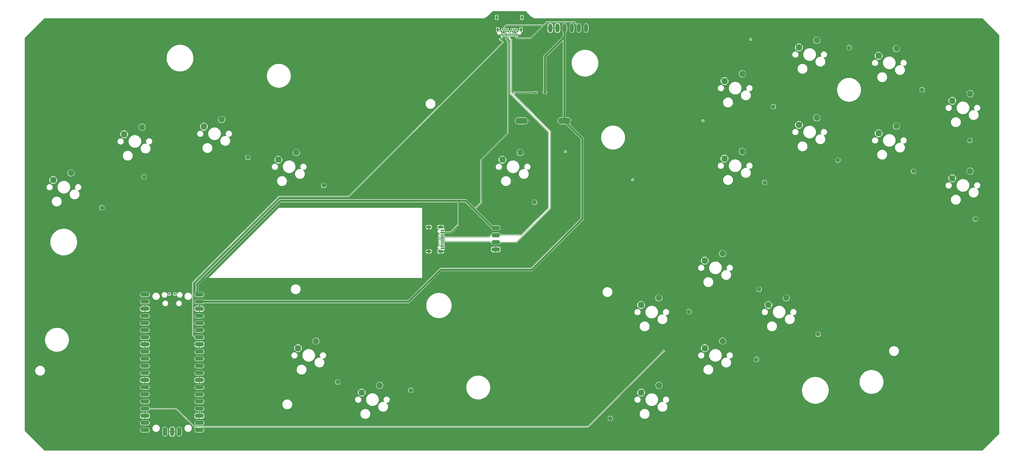
<source format=gtl>
%TF.GenerationSoftware,KiCad,Pcbnew,(6.0.5)*%
%TF.CreationDate,2022-06-18T14:06:17-07:00*%
%TF.ProjectId,OF1 v1,4f463120-7631-42e6-9b69-6361645f7063,rev?*%
%TF.SameCoordinates,Original*%
%TF.FileFunction,Copper,L1,Top*%
%TF.FilePolarity,Positive*%
%FSLAX46Y46*%
G04 Gerber Fmt 4.6, Leading zero omitted, Abs format (unit mm)*
G04 Created by KiCad (PCBNEW (6.0.5)) date 2022-06-18 14:06:17*
%MOMM*%
%LPD*%
G01*
G04 APERTURE LIST*
G04 Aperture macros list*
%AMOutline5P*
0 Free polygon, 5 corners , with rotation*
0 The origin of the aperture is its center*
0 number of corners: always 5*
0 $1 to $10 corner X, Y*
0 $11 Rotation angle, in degrees counterclockwise*
0 create outline with 5 corners*
4,1,5,$1,$2,$3,$4,$5,$6,$7,$8,$9,$10,$1,$2,$11*%
%AMOutline6P*
0 Free polygon, 6 corners , with rotation*
0 The origin of the aperture is its center*
0 number of corners: always 6*
0 $1 to $12 corner X, Y*
0 $13 Rotation angle, in degrees counterclockwise*
0 create outline with 6 corners*
4,1,6,$1,$2,$3,$4,$5,$6,$7,$8,$9,$10,$11,$12,$1,$2,$13*%
%AMOutline7P*
0 Free polygon, 7 corners , with rotation*
0 The origin of the aperture is its center*
0 number of corners: always 7*
0 $1 to $14 corner X, Y*
0 $15 Rotation angle, in degrees counterclockwise*
0 create outline with 7 corners*
4,1,7,$1,$2,$3,$4,$5,$6,$7,$8,$9,$10,$11,$12,$13,$14,$1,$2,$15*%
%AMOutline8P*
0 Free polygon, 8 corners , with rotation*
0 The origin of the aperture is its center*
0 number of corners: always 8*
0 $1 to $16 corner X, Y*
0 $17 Rotation angle, in degrees counterclockwise*
0 create outline with 8 corners*
4,1,8,$1,$2,$3,$4,$5,$6,$7,$8,$9,$10,$11,$12,$13,$14,$15,$16,$1,$2,$17*%
G04 Aperture macros list end*
%TA.AperFunction,ComponentPad*%
%ADD10O,4.495800X2.247900*%
%TD*%
%TA.AperFunction,ComponentPad*%
%ADD11O,2.100000X1.000000*%
%TD*%
%TA.AperFunction,ComponentPad*%
%ADD12O,1.800000X1.000000*%
%TD*%
%TA.AperFunction,SMDPad,CuDef*%
%ADD13R,1.240000X0.600000*%
%TD*%
%TA.AperFunction,SMDPad,CuDef*%
%ADD14R,1.240000X0.300000*%
%TD*%
%TA.AperFunction,SMDPad,CuDef*%
%ADD15R,0.300000X0.900000*%
%TD*%
%TA.AperFunction,ComponentPad*%
%ADD16C,0.650000*%
%TD*%
%TA.AperFunction,ComponentPad*%
%ADD17O,0.750000X1.500000*%
%TD*%
%TA.AperFunction,ComponentPad*%
%ADD18C,2.247900*%
%TD*%
%TA.AperFunction,ComponentPad*%
%ADD19Outline8P,-0.762000X0.381000X-0.381000X0.762000X0.381000X0.762000X0.762000X0.381000X0.762000X-0.381000X0.381000X-0.762000X-0.381000X-0.762000X-0.762000X-0.381000X0.000000*%
%TD*%
%TA.AperFunction,ComponentPad*%
%ADD20O,1.524000X3.048000*%
%TD*%
%TA.AperFunction,ComponentPad*%
%ADD21R,0.800000X0.800000*%
%TD*%
%TA.AperFunction,ComponentPad*%
%ADD22O,1.600000X3.200000*%
%TD*%
%TA.AperFunction,ComponentPad*%
%ADD23O,3.200000X1.600000*%
%TD*%
%TA.AperFunction,SMDPad,CuDef*%
%ADD24R,1.210000X0.730000*%
%TD*%
%TA.AperFunction,ComponentPad*%
%ADD25O,3.048000X1.524000*%
%TD*%
%TA.AperFunction,ViaPad*%
%ADD26C,0.457200*%
%TD*%
%TA.AperFunction,ViaPad*%
%ADD27C,0.502400*%
%TD*%
%TA.AperFunction,ViaPad*%
%ADD28C,0.552400*%
%TD*%
%TA.AperFunction,Conductor*%
%ADD29C,0.800000*%
%TD*%
%TA.AperFunction,Conductor*%
%ADD30C,0.200000*%
%TD*%
%TA.AperFunction,Conductor*%
%ADD31C,0.152400*%
%TD*%
%TA.AperFunction,Conductor*%
%ADD32C,0.254000*%
%TD*%
%TA.AperFunction,Conductor*%
%ADD33C,0.406400*%
%TD*%
%TA.AperFunction,Conductor*%
%ADD34C,0.400000*%
%TD*%
G04 APERTURE END LIST*
D10*
%TO.P,D1,A*%
%TO.N,V+*%
X151881100Y-65753600D03*
%TO.P,D1,C*%
%TO.N,VCC*%
X167121100Y-65753600D03*
%TD*%
D11*
%TO.P,J5,SHIELD1*%
%TO.N,GND*%
X123079393Y-103651075D03*
%TO.P,J5,SHIELD3*%
X123079393Y-112291075D03*
D12*
%TO.P,J5,SHIELD2*%
X118899393Y-103651075D03*
%TO.P,J5,SHIELD4*%
X118899393Y-112291075D03*
D13*
%TO.P,J5,A1/B12*%
X123699393Y-104771075D03*
%TO.P,J5,B1/A12*%
X123699393Y-111171075D03*
%TO.P,J5,A4/B9*%
%TO.N,+5V*%
X123699393Y-105571075D03*
%TO.P,J5,B4/A9*%
X123699393Y-110371075D03*
D14*
%TO.P,J5,B8*%
%TO.N,N/C*%
X123699393Y-106221075D03*
%TO.P,J5,B5*%
X123699393Y-109721075D03*
%TO.P,J5,A5*%
X123699393Y-106721075D03*
%TO.P,J5,A8*%
X123699393Y-109221075D03*
%TO.P,J5,B7*%
%TO.N,D-*%
X123699393Y-107221075D03*
%TO.P,J5,B6*%
%TO.N,D+*%
X123699393Y-108721075D03*
%TO.P,J5,A6*%
X123699393Y-107721075D03*
%TO.P,J5,A7*%
%TO.N,D-*%
X123699393Y-108221075D03*
%TD*%
D15*
%TO.P,J2,A1*%
%TO.N,GND*%
X150318981Y-35153600D03*
%TO.P,J2,A2*%
%TO.N,V+*%
X149818981Y-35153600D03*
%TO.P,J2,A3*%
%TO.N,N/C*%
X149318981Y-35153600D03*
%TO.P,J2,A4*%
%TO.N,+5V*%
X148818981Y-35153600D03*
%TO.P,J2,A5*%
%TO.N,N/C*%
X148318981Y-35153600D03*
%TO.P,J2,A6*%
%TO.N,D+*%
X147818981Y-35153600D03*
%TO.P,J2,A7*%
%TO.N,D-*%
X147318981Y-35153600D03*
%TO.P,J2,A8*%
%TO.N,N/C*%
X146818981Y-35153600D03*
%TO.P,J2,A9*%
%TO.N,+5V*%
X146318981Y-35153600D03*
%TO.P,J2,A10*%
%TO.N,N/C*%
X145818981Y-35153600D03*
%TO.P,J2,A11*%
%TO.N,DATA*%
X145318981Y-35153600D03*
%TO.P,J2,A12*%
%TO.N,GND*%
X144818981Y-35153600D03*
D16*
%TO.P,J2,B1*%
X144768981Y-33943600D03*
%TO.P,J2,B2*%
%TO.N,V+*%
X145168981Y-33243600D03*
%TO.P,J2,B3*%
%TO.N,N/C*%
X145968981Y-33243600D03*
%TO.P,J2,B4*%
%TO.N,+5V*%
X146368981Y-33943600D03*
%TO.P,J2,B5*%
%TO.N,N/C*%
X146768981Y-33243600D03*
%TO.P,J2,B6*%
%TO.N,D+*%
X147168981Y-33943600D03*
%TO.P,J2,B7*%
%TO.N,D-*%
X147968981Y-33943600D03*
%TO.P,J2,B8*%
%TO.N,N/C*%
X148368981Y-33243600D03*
%TO.P,J2,B9*%
%TO.N,+5V*%
X148768981Y-33943600D03*
%TO.P,J2,B10*%
%TO.N,N/C*%
X149168981Y-33243600D03*
%TO.P,J2,B11*%
%TO.N,DATA*%
X149968981Y-33243600D03*
%TO.P,J2,B12*%
%TO.N,GND*%
X150368981Y-33943600D03*
D17*
%TO.P,J2,SHIELD1*%
X151698981Y-33343600D03*
%TO.P,J2,SHIELD2*%
X143438981Y-33343600D03*
%TO.P,J2,SHIELD3*%
X152058981Y-28953600D03*
%TO.P,J2,SHIELD4*%
X143078981Y-28953600D03*
%TD*%
D18*
%TO.P,U$1,P$2*%
%TO.N,L*%
X-8493900Y-84337600D03*
%TO.P,U$1,P$1*%
%TO.N,GND*%
X-14843900Y-86877600D03*
%TD*%
%TO.P,U$10,P$2*%
%TO.N,Y*%
X257026100Y-37092600D03*
%TO.P,U$10,P$1*%
%TO.N,GND*%
X250676100Y-39632600D03*
%TD*%
%TO.P,U$11,P$2*%
%TO.N,LS*%
X285381100Y-40067600D03*
%TO.P,U$11,P$1*%
%TO.N,GND*%
X279031100Y-42607600D03*
%TD*%
%TO.P,U$12,P$2*%
%TO.N,MS*%
X311604100Y-56103600D03*
%TO.P,U$12,P$1*%
%TO.N,GND*%
X305254100Y-58643600D03*
%TD*%
%TO.P,U$13,P$2*%
%TO.N,B*%
X230508100Y-76697600D03*
%TO.P,U$13,P$1*%
%TO.N,GND*%
X224158100Y-79237600D03*
%TD*%
%TO.P,U$14,P$2*%
%TO.N,X*%
X257026100Y-64702600D03*
%TO.P,U$14,P$1*%
%TO.N,GND*%
X250676100Y-67242600D03*
%TD*%
%TO.P,U$15,P$2*%
%TO.N,Z*%
X285381100Y-67677600D03*
%TO.P,U$15,P$1*%
%TO.N,GND*%
X279031100Y-70217600D03*
%TD*%
%TO.P,U$16,P$2*%
%TO.N,UP*%
X311604100Y-83713600D03*
%TO.P,U$16,P$1*%
%TO.N,GND*%
X305254100Y-86253600D03*
%TD*%
%TO.P,U$17,P$2*%
%TO.N,C_UP*%
X223493100Y-113037600D03*
%TO.P,U$17,P$1*%
%TO.N,GND*%
X217143100Y-115577600D03*
%TD*%
%TO.P,U$18,P$2*%
%TO.N,C_LT*%
X200806100Y-128807600D03*
%TO.P,U$18,P$1*%
%TO.N,GND*%
X194456100Y-131347600D03*
%TD*%
%TO.P,U$19,P$2*%
%TO.N,C_RT*%
X246150100Y-128807600D03*
%TO.P,U$19,P$1*%
%TO.N,GND*%
X239800100Y-131347600D03*
%TD*%
%TO.P,U$2,P$2*%
%TO.N,LEFT*%
X16786100Y-68034600D03*
%TO.P,U$2,P$1*%
%TO.N,GND*%
X10436100Y-70574600D03*
%TD*%
%TO.P,U$20,P$2*%
%TO.N,A*%
X223493100Y-144222600D03*
%TO.P,U$20,P$1*%
%TO.N,GND*%
X217143100Y-146762600D03*
%TD*%
%TO.P,U$21,P$2*%
%TO.N,C_DN*%
X200806100Y-159992600D03*
%TO.P,U$21,P$1*%
%TO.N,GND*%
X194456100Y-162532600D03*
%TD*%
%TO.P,U$4,P$2*%
%TO.N,DOWN*%
X45142100Y-65308600D03*
%TO.P,U$4,P$1*%
%TO.N,GND*%
X38792100Y-67848600D03*
%TD*%
%TO.P,U$5,P$2*%
%TO.N,RIGHT*%
X71714100Y-77071600D03*
%TO.P,U$5,P$1*%
%TO.N,GND*%
X65364100Y-79611600D03*
%TD*%
%TO.P,U$6,P$2*%
%TO.N,M1*%
X78673100Y-144222600D03*
%TO.P,U$6,P$1*%
%TO.N,GND*%
X72323100Y-146762600D03*
%TD*%
%TO.P,U$7,P$2*%
%TO.N,M2*%
X101361100Y-159991600D03*
%TO.P,U$7,P$1*%
%TO.N,GND*%
X95011100Y-162531600D03*
%TD*%
%TO.P,U$8,P$2*%
%TO.N,START*%
X151446100Y-77071600D03*
%TO.P,U$8,P$1*%
%TO.N,GND*%
X145096100Y-79611600D03*
%TD*%
%TO.P,U$9,P$2*%
%TO.N,R*%
X230508100Y-49088600D03*
%TO.P,U$9,P$1*%
%TO.N,GND*%
X224158100Y-51628600D03*
%TD*%
D19*
%TO.P,JP2,1*%
%TO.N,L*%
X2501100Y-96753600D03*
%TD*%
%TO.P,JP3,1*%
%TO.N,LEFT*%
X17501100Y-85753600D03*
%TD*%
%TO.P,JP4,1*%
%TO.N,DOWN*%
X54501100Y-78753600D03*
%TD*%
%TO.P,JP5,1*%
%TO.N,RIGHT*%
X81501100Y-88753600D03*
%TD*%
%TO.P,JP6,1*%
%TO.N,M1*%
X86501100Y-158753600D03*
%TD*%
%TO.P,JP7,1*%
%TO.N,M2*%
X112501100Y-161753600D03*
%TD*%
%TO.P,JP8,1*%
%TO.N,START*%
X156501100Y-94753600D03*
%TD*%
%TO.P,JP9,1*%
%TO.N,R*%
X241501100Y-60753600D03*
%TD*%
%TO.P,JP10,1*%
%TO.N,B*%
X238501100Y-87753600D03*
%TD*%
%TO.P,JP11,1*%
%TO.N,X*%
X264501100Y-79753600D03*
%TD*%
%TO.P,JP12,1*%
%TO.N,Y*%
X268501100Y-39753600D03*
%TD*%
%TO.P,JP13,1*%
%TO.N,LS*%
X294501100Y-54753600D03*
%TD*%
%TO.P,JP14,1*%
%TO.N,MS*%
X311501100Y-72753600D03*
%TD*%
%TO.P,JP15,1*%
%TO.N,UP*%
X313501100Y-100753600D03*
%TD*%
%TO.P,JP16,1*%
%TO.N,Z*%
X291501100Y-83753600D03*
%TD*%
%TO.P,JP17,1*%
%TO.N,C_UP*%
X236501100Y-125753600D03*
%TD*%
%TO.P,JP18,1*%
%TO.N,C_LT*%
X211501100Y-133753600D03*
%TD*%
%TO.P,JP19,1*%
%TO.N,C_RT*%
X257501100Y-141753600D03*
%TD*%
%TO.P,JP20,1*%
%TO.N,A*%
X235501100Y-150753600D03*
%TD*%
%TO.P,JP21,1*%
%TO.N,C_DN*%
X183501100Y-171753600D03*
%TD*%
D20*
%TO.P,J3,6*%
%TO.N,+5V*%
X174851100Y-32753600D03*
%TO.P,J3,5*%
%TO.N,V+*%
X172311100Y-32753600D03*
%TO.P,J3,4*%
%TO.N,DATA*%
X169771100Y-32753600D03*
%TO.P,J3,3*%
%TO.N,VCC*%
X167231100Y-32753600D03*
%TO.P,J3,2*%
%TO.N,GND*%
X164691100Y-32753600D03*
%TO.P,J3,1*%
X162151100Y-32753600D03*
%TD*%
D21*
%TO.P,J1,TP2*%
%TO.N,D-*%
X28501100Y-127453600D03*
%TO.P,J1,TP3*%
%TO.N,D+*%
X26501100Y-127453600D03*
D22*
%TO.P,J1,SWDIO*%
%TO.N,N/C*%
X30041100Y-176453600D03*
%TO.P,J1,GND@5*%
%TO.N,GND*%
X27501100Y-176453600D03*
%TO.P,J1,SWCLK*%
%TO.N,N/C*%
X24961100Y-176453600D03*
D23*
%TO.P,J1,VBUS*%
%TO.N,+5V*%
X37191100Y-127623600D03*
%TO.P,J1,VSYS*%
%TO.N,VCC*%
X37191100Y-130163600D03*
%TO.P,J1,GND@8*%
%TO.N,GND*%
X37191100Y-132703600D03*
%TO.P,J1,3V3_EN*%
%TO.N,N/C*%
X37191100Y-135243600D03*
%TO.P,J1,3V3*%
X37191100Y-137783600D03*
%TO.P,J1,ADC_VREF*%
X37191100Y-140323600D03*
%TO.P,J1,GP28_A2*%
%TO.N,DATA*%
X37191100Y-142863600D03*
%TO.P,J1,AGND*%
%TO.N,GND*%
X37191100Y-145403600D03*
%TO.P,J1,GP27_A1*%
%TO.N,R*%
X37191100Y-147943600D03*
%TO.P,J1,GP26_A0*%
%TO.N,B*%
X37191100Y-150483600D03*
%TO.P,J1,RUN*%
%TO.N,N/C*%
X37191100Y-153023600D03*
%TO.P,J1,GP22*%
%TO.N,Y*%
X37191100Y-155563600D03*
%TO.P,J1,GND@7*%
%TO.N,GND*%
X37191100Y-158103600D03*
%TO.P,J1,GP21*%
%TO.N,X*%
X37191100Y-160643600D03*
%TO.P,J1,GP20*%
%TO.N,LS*%
X37191100Y-163183600D03*
%TO.P,J1,GP19*%
%TO.N,Z*%
X37191100Y-165723600D03*
%TO.P,J1,GP18*%
%TO.N,MS*%
X37191100Y-168263600D03*
%TO.P,J1,GND@6*%
%TO.N,GND*%
X37191100Y-170803600D03*
%TO.P,J1,GP17*%
%TO.N,UP*%
X37191100Y-173343600D03*
%TO.P,J1,GP16*%
%TO.N,C_RT*%
X37191100Y-175883600D03*
%TO.P,J1,GP15*%
%TO.N,C_DN*%
X17811100Y-175883600D03*
%TO.P,J1,GP14*%
%TO.N,A*%
X17811100Y-173343600D03*
%TO.P,J1,GND@4*%
%TO.N,GND*%
X17811100Y-170803600D03*
%TO.P,J1,GP13*%
%TO.N,C_LT*%
X17811100Y-168263600D03*
%TO.P,J1,GP12*%
%TO.N,C_UP*%
X17811100Y-165723600D03*
%TO.P,J1,GP11*%
%TO.N,N/C*%
X17811100Y-163183600D03*
%TO.P,J1,GP10*%
X17811100Y-160643600D03*
%TO.P,J1,GND@3*%
%TO.N,GND*%
X17811100Y-158103600D03*
%TO.P,J1,GP9*%
%TO.N,N/C*%
X17811100Y-155563600D03*
%TO.P,J1,GP8*%
X17811100Y-153023600D03*
%TO.P,J1,GP7*%
%TO.N,M2*%
X17811100Y-150483600D03*
%TO.P,J1,GP6*%
%TO.N,M1*%
X17811100Y-147943600D03*
%TO.P,J1,GND@2*%
%TO.N,GND*%
X17811100Y-145403600D03*
%TO.P,J1,GP5*%
%TO.N,L*%
X17811100Y-142863600D03*
%TO.P,J1,GP4*%
%TO.N,LEFT*%
X17811100Y-140323600D03*
%TO.P,J1,GP3*%
%TO.N,DOWN*%
X17811100Y-137783600D03*
%TO.P,J1,GP2*%
%TO.N,RIGHT*%
X17811100Y-135243600D03*
%TO.P,J1,GND@1*%
%TO.N,GND*%
X17811100Y-132703600D03*
%TO.P,J1,GP1*%
%TO.N,N/C*%
X17811100Y-130163600D03*
%TO.P,J1,GP0*%
%TO.N,START*%
X17811100Y-127623600D03*
%TD*%
D24*
%TO.P,D2,A*%
%TO.N,V+*%
X156821100Y-55753600D03*
%TO.P,D2,C*%
%TO.N,VCC*%
X160181100Y-55753600D03*
%TD*%
D25*
%TO.P,J4,4*%
%TO.N,+5V*%
X142745065Y-103943600D03*
%TO.P,J4,3*%
%TO.N,D-*%
X142745065Y-106483600D03*
%TO.P,J4,2*%
%TO.N,D+*%
X142745065Y-109023600D03*
%TO.P,J4,1*%
%TO.N,GND*%
X142745065Y-111563600D03*
%TD*%
D26*
%TO.N,D-*%
X147326196Y-36001204D03*
D27*
%TO.N,V+*%
X149501100Y-55753600D03*
D26*
%TO.N,DATA*%
X144320628Y-36764479D03*
D28*
%TO.N,C_LT*%
X202501100Y-147753600D03*
D27*
%TO.N,GND*%
X135501100Y-111753600D03*
X126501100Y-114753600D03*
X119501100Y-115753600D03*
X126501100Y-100753600D03*
X120501100Y-100753600D03*
X269501100Y-144753600D03*
X223501100Y-175753600D03*
X265501100Y-172753600D03*
X238501100Y-164753600D03*
X248501100Y-149753600D03*
X280501100Y-133753600D03*
X290501100Y-170753600D03*
X306501100Y-159753600D03*
X303501100Y-137753600D03*
X309501100Y-114753600D03*
X287501100Y-120753600D03*
X266501100Y-121753600D03*
X158501100Y-30753600D03*
D28*
X41501100Y-145753600D03*
X49501100Y-137753600D03*
X112501100Y-151753600D03*
X232501100Y-139753600D03*
X256501100Y-134753600D03*
X206501100Y-124753600D03*
X241501100Y-112753600D03*
X235501100Y-121753600D03*
X317501100Y-97753600D03*
X273501100Y-102753600D03*
X286501100Y-89753600D03*
X291501100Y-62753600D03*
X311501100Y-42753600D03*
X303501100Y-49753600D03*
X312501100Y-35753600D03*
X300501100Y-38753600D03*
X280501100Y-34753600D03*
X263501100Y-62753600D03*
X257501100Y-87753600D03*
X245501100Y-99753600D03*
X231501100Y-99753600D03*
X237501100Y-93753600D03*
X235501100Y-72753600D03*
%TO.N,*%
X233501100Y-36753600D03*
%TO.N,GND*%
X187501100Y-41753600D03*
X202501100Y-53753600D03*
X200501100Y-72753600D03*
X181501100Y-103753600D03*
X167501100Y-118753600D03*
X159501100Y-107753600D03*
X167501100Y-92753600D03*
%TO.N,*%
X167501100Y-76753600D03*
%TO.N,GND*%
X162501100Y-49753600D03*
X151501100Y-51753600D03*
X136501100Y-70753600D03*
X125501100Y-90753600D03*
X125501100Y-77753600D03*
X109501100Y-86753600D03*
X108501100Y-68753600D03*
X95501100Y-59753600D03*
X95501100Y-75753600D03*
X91501100Y-85753600D03*
X81501100Y-41753600D03*
X53501100Y-38753600D03*
X29501100Y-60753600D03*
X7501100Y-38753600D03*
X9501100Y-50753600D03*
X-9498900Y-42753600D03*
X-17498900Y-50753600D03*
X8501100Y-59753600D03*
X-17498900Y-75753600D03*
X501100Y-75753600D03*
X38501100Y-123753600D03*
X44501100Y-97753600D03*
X32501100Y-109753600D03*
X34501100Y-96753600D03*
X20501100Y-110753600D03*
X19501100Y-121753600D03*
X-19498900Y-115753600D03*
X-12498900Y-122753600D03*
X-22498900Y-128753600D03*
X-4498900Y-134753600D03*
X-15498900Y-164753600D03*
X-11498900Y-175753600D03*
X4501100Y-173753600D03*
X-2498900Y-166753600D03*
X49501100Y-126753600D03*
X47501100Y-107753600D03*
X77501100Y-132753600D03*
X107501100Y-125753600D03*
X171128412Y-35252982D03*
X159501100Y-33753600D03*
X149501100Y-99753600D03*
X134501100Y-103753600D03*
X146501100Y-75753600D03*
X139501100Y-56753600D03*
X215501100Y-161753600D03*
X231501100Y-146753600D03*
X203501100Y-156753600D03*
X189501100Y-174753600D03*
X182501100Y-152753600D03*
X149501100Y-151753600D03*
X92501100Y-149753600D03*
X139501100Y-33753600D03*
X153501100Y-33753600D03*
X146271971Y-38412382D03*
X149501100Y-37753600D03*
X142501100Y-36753600D03*
X152501100Y-42753600D03*
X158501100Y-39753600D03*
X126501100Y-40753600D03*
X100501100Y-41753600D03*
X79501100Y-67753600D03*
X46501100Y-55753600D03*
X-9498900Y-61753600D03*
X52501100Y-85753600D03*
X34501100Y-80753600D03*
X8501100Y-85753600D03*
X-18498900Y-99753600D03*
X-2498900Y-157753600D03*
X277501100Y-55753600D03*
X301501100Y-71753600D03*
X294501100Y-100753600D03*
X273501100Y-86753600D03*
X248501100Y-80753600D03*
X246501100Y-52753600D03*
X208501100Y-40753600D03*
X184501100Y-56753600D03*
%TO.N,*%
X216501100Y-65753600D03*
%TO.N,/M2*%
X191501100Y-86753600D03*
%TO.N,GND*%
X216501100Y-93753600D03*
X148501100Y-129753600D03*
X96501100Y-125753600D03*
X85501100Y-170753600D03*
X62501100Y-157753600D03*
X121501100Y-167753600D03*
X166501100Y-167753600D03*
X146501100Y-111753600D03*
X199501100Y-146753600D03*
X40501100Y-132753600D03*
X41501100Y-157753600D03*
X14501100Y-131753600D03*
X40501100Y-170753600D03*
X12501100Y-144753600D03*
X13501100Y-170753600D03*
D27*
X150705187Y-32589207D03*
%TD*%
D29*
%TO.N,VCC*%
X167134818Y-65739882D02*
X167121100Y-65753600D01*
X167134818Y-35894807D02*
X167134818Y-65739882D01*
X167134818Y-35894807D02*
X160180246Y-42849379D01*
X160181100Y-55753600D02*
X160180246Y-42849379D01*
X167134818Y-32849882D02*
X167134818Y-35894807D01*
X167231100Y-32753600D02*
X167134818Y-32849882D01*
X167121100Y-32863600D02*
X167231100Y-32753600D01*
X155501100Y-118753600D02*
X123121100Y-118753600D01*
X123121100Y-118753600D02*
X111711100Y-130163600D01*
X173501100Y-100753600D02*
X155501100Y-118753600D01*
X173501100Y-72133600D02*
X173501100Y-100753600D01*
X167121100Y-65753600D02*
X173501100Y-72133600D01*
X111711100Y-130163600D02*
X36391100Y-130163600D01*
D30*
%TO.N,D-*%
X123699387Y-107221082D02*
X123699393Y-107221075D01*
X123006821Y-107221082D02*
X123699387Y-107221082D01*
X123696715Y-108223754D02*
X122999646Y-108223754D01*
X123699393Y-108221075D02*
X123696715Y-108223754D01*
X122853203Y-107374700D02*
X123006821Y-107221082D01*
X122853203Y-108077310D02*
X122853203Y-107374700D01*
X122999646Y-108223754D02*
X122853203Y-108077310D01*
X141064003Y-106483600D02*
X142745065Y-106483600D01*
X141064003Y-106483600D02*
X140326528Y-107221075D01*
X123699393Y-107221075D02*
X140326528Y-107221075D01*
D31*
X147326196Y-35160816D02*
X147318981Y-35153600D01*
D30*
X147326196Y-36001204D02*
X147326196Y-35160816D01*
D31*
X147838496Y-37124479D02*
X147838496Y-56090997D01*
X147838496Y-37124479D02*
X147326196Y-36612179D01*
X147326196Y-36001204D02*
X147326196Y-36612179D01*
X161501100Y-69753600D02*
X147838496Y-56090997D01*
X161501100Y-96753600D02*
X161501100Y-69753600D01*
X151771100Y-106483600D02*
X161501100Y-96753600D01*
X142745065Y-106483600D02*
X151771100Y-106483600D01*
D32*
%TO.N,V+*%
X150496193Y-36424941D02*
X155177678Y-36424941D01*
X155177678Y-36424941D02*
X159849018Y-31753600D01*
D33*
X149501100Y-55753600D02*
X156821100Y-55753600D01*
D32*
X149818981Y-35747729D02*
X150496193Y-36424941D01*
X149818981Y-35153600D02*
X149818981Y-35747729D01*
X146501100Y-31753600D02*
X159849018Y-31753600D01*
X145168981Y-33085719D02*
X146501100Y-31753600D01*
X172311100Y-32113016D02*
X170803668Y-30605585D01*
X172311100Y-32113016D02*
X172311100Y-32753600D01*
X160997034Y-30605585D02*
X170803668Y-30605585D01*
X159849018Y-31753600D02*
X160997034Y-30605585D01*
X145168981Y-33243600D02*
X145168981Y-33085719D01*
%TO.N,DATA*%
X145318981Y-35766125D02*
X144320628Y-36764479D01*
X145318981Y-35153600D02*
X145318981Y-35766125D01*
D30*
X65490222Y-92764479D02*
X34855379Y-123399322D01*
X90320629Y-92764479D02*
X65490222Y-92764479D01*
X145320628Y-37764479D02*
X90320629Y-92764479D01*
X144320628Y-36764479D02*
X145320628Y-37764479D01*
X35611100Y-142863600D02*
X36391100Y-142863600D01*
X34855379Y-142107878D02*
X35611100Y-142863600D01*
X34855379Y-123399322D02*
X34855379Y-142107878D01*
%TO.N,D+*%
X124389884Y-107721075D02*
X124546393Y-107877585D01*
X124546393Y-107877585D02*
X124546393Y-108536154D01*
X124361471Y-108721075D02*
X123699393Y-108721075D01*
X124546393Y-108536154D02*
X124361471Y-108721075D01*
X123699393Y-107721075D02*
X124389884Y-107721075D01*
X140894843Y-109023600D02*
X140592318Y-108721075D01*
X140894843Y-109023600D02*
X142745065Y-109023600D01*
X123699393Y-108721075D02*
X140592318Y-108721075D01*
D31*
X162186068Y-96926854D02*
X150089321Y-109023600D01*
X162186068Y-69438569D02*
X162186068Y-96926854D01*
X148281068Y-55533569D02*
X162186068Y-69438569D01*
X150089321Y-109023600D02*
X142745065Y-109023600D01*
X148281068Y-36848769D02*
X148281068Y-55533569D01*
X148281068Y-36848769D02*
X147818981Y-36386682D01*
X147818981Y-35153600D02*
X147818981Y-36386682D01*
D30*
X147818981Y-34593600D02*
X147818981Y-35153600D01*
X147168981Y-33943600D02*
X147818981Y-34593600D01*
%TO.N,C_LT*%
X35501100Y-174753600D02*
X29011100Y-168263600D01*
X175501100Y-174753600D02*
X35501100Y-174753600D01*
X29011100Y-168263600D02*
X18611100Y-168263600D01*
X202501100Y-147753600D02*
X175501100Y-174753600D01*
D34*
%TO.N,+5V*%
X129501100Y-102753600D02*
X129501100Y-94253600D01*
D29*
X129501100Y-94253600D02*
X66001100Y-94253600D01*
X132055068Y-94253600D02*
X129501100Y-94253600D01*
X135055068Y-97253600D02*
X132055068Y-94253600D01*
X136055068Y-98253600D02*
X135055068Y-97253600D01*
D30*
X137501100Y-94807569D02*
X135055068Y-97253600D01*
X137501100Y-93763600D02*
X137501100Y-94807569D01*
X122501100Y-109715835D02*
X122501100Y-106186204D01*
X123156340Y-110371075D02*
X122501100Y-109715835D01*
X123116228Y-105571075D02*
X123699393Y-105571075D01*
X122501100Y-106186204D02*
X123116228Y-105571075D01*
X123699393Y-110371075D02*
X123156340Y-110371075D01*
D29*
X141745065Y-103943600D02*
X136055068Y-98253600D01*
X141745065Y-103943600D02*
X142745065Y-103943600D01*
D34*
X126683625Y-105571075D02*
X129501100Y-102753600D01*
X123699393Y-105571075D02*
X126683625Y-105571075D01*
D32*
X137501100Y-79753600D02*
X137501100Y-93763600D01*
X147055100Y-70199600D02*
X137501100Y-79753600D01*
X147055100Y-37524125D02*
X147055100Y-70199600D01*
X146414981Y-36884007D02*
X147055100Y-37524125D01*
X146414981Y-35249600D02*
X146414981Y-36884007D01*
X146318981Y-35153600D02*
X146414981Y-35249600D01*
X146316431Y-33996150D02*
X146316431Y-35151050D01*
X146318981Y-35153600D02*
X146316431Y-35151050D01*
X146368981Y-33943600D02*
X146316431Y-33996150D01*
X148811140Y-35145760D02*
X148818981Y-35153600D01*
X148811140Y-33985760D02*
X148811140Y-35145760D01*
X148768981Y-33943600D02*
X148811140Y-33985760D01*
D29*
X66001100Y-94253600D02*
X36391100Y-123863600D01*
X36391100Y-127623600D02*
X36391100Y-123863600D01*
D32*
%TO.N,GND*%
X144768981Y-35103600D02*
X144818981Y-35153600D01*
X144768981Y-33943600D02*
X144768981Y-35103600D01*
%TD*%
%TA.AperFunction,Conductor*%
%TO.N,GND*%
G36*
X153504889Y-26793452D02*
G01*
X155481202Y-28769765D01*
X155481577Y-28770167D01*
X155481655Y-28770228D01*
X155481689Y-28770288D01*
X155482872Y-28771557D01*
X155482985Y-28771633D01*
X155485160Y-28774140D01*
X155485994Y-28774557D01*
X155486655Y-28775218D01*
X155490507Y-28776813D01*
X155491373Y-28777246D01*
X155491466Y-28777300D01*
X155491556Y-28777360D01*
X155492062Y-28777591D01*
X156094081Y-29078600D01*
X156481183Y-29272151D01*
X156481583Y-29273117D01*
X156488912Y-29276152D01*
X156489400Y-29276375D01*
X156489491Y-29276400D01*
X156489543Y-29276440D01*
X156491130Y-29277165D01*
X156491266Y-29277192D01*
X156494233Y-29278676D01*
X156495164Y-29278742D01*
X156496028Y-29279100D01*
X156500195Y-29279100D01*
X156501158Y-29279169D01*
X156501288Y-29279186D01*
X156501376Y-29279204D01*
X156501925Y-29279223D01*
X156509828Y-29279785D01*
X156509685Y-29281790D01*
X156510618Y-29281856D01*
X156510618Y-29279100D01*
X315970241Y-29279100D01*
X316004889Y-29293452D01*
X321961248Y-35249810D01*
X321975600Y-35284458D01*
X321975600Y-177222742D01*
X321961248Y-177257390D01*
X316004889Y-183213748D01*
X315970241Y-183228100D01*
X-17968041Y-183228100D01*
X-18002689Y-183213748D01*
X-23914229Y-177302208D01*
X24033600Y-177302208D01*
X24033733Y-177303471D01*
X24033733Y-177303476D01*
X24034062Y-177306605D01*
X24048871Y-177447500D01*
X24109119Y-177632926D01*
X24110403Y-177635151D01*
X24110404Y-177635152D01*
X24205316Y-177799545D01*
X24206603Y-177801774D01*
X24208324Y-177803686D01*
X24208326Y-177803688D01*
X24335340Y-177944751D01*
X24335343Y-177944753D01*
X24337063Y-177946664D01*
X24339143Y-177948175D01*
X24339145Y-177948177D01*
X24492715Y-178059752D01*
X24494795Y-178061263D01*
X24672908Y-178140564D01*
X24768262Y-178160832D01*
X24861107Y-178180567D01*
X24861110Y-178180567D01*
X24863616Y-178181100D01*
X25058584Y-178181100D01*
X25061090Y-178180567D01*
X25061093Y-178180567D01*
X25153938Y-178160832D01*
X25249292Y-178140564D01*
X25427404Y-178061263D01*
X25585137Y-177946664D01*
X25586857Y-177944753D01*
X25586860Y-177944751D01*
X25713874Y-177803688D01*
X25713876Y-177803686D01*
X25715597Y-177801774D01*
X25716884Y-177799545D01*
X25811796Y-177635152D01*
X25811797Y-177635151D01*
X25813081Y-177632926D01*
X25873329Y-177447500D01*
X25888138Y-177306605D01*
X25888388Y-177304231D01*
X26451100Y-177304231D01*
X26451216Y-177306605D01*
X26465879Y-177456152D01*
X26466804Y-177460821D01*
X26524937Y-177653367D01*
X26526756Y-177657779D01*
X26621175Y-177835355D01*
X26623817Y-177839332D01*
X26750928Y-177995186D01*
X26754292Y-177998574D01*
X26909260Y-178126775D01*
X26913214Y-178129442D01*
X27090134Y-178225101D01*
X27094525Y-178226947D01*
X27286663Y-178286424D01*
X27291324Y-178287381D01*
X27366408Y-178295272D01*
X27373559Y-178293154D01*
X27376100Y-178288475D01*
X27376100Y-178286862D01*
X27626100Y-178286862D01*
X27628955Y-178293754D01*
X27634092Y-178295882D01*
X27696412Y-178290210D01*
X27701104Y-178289315D01*
X27894041Y-178232531D01*
X27898463Y-178230744D01*
X28076698Y-178137565D01*
X28080690Y-178134954D01*
X28237436Y-178008927D01*
X28240841Y-178005592D01*
X28370121Y-177851522D01*
X28372817Y-177847585D01*
X28469710Y-177671337D01*
X28471586Y-177666959D01*
X28532401Y-177475245D01*
X28533391Y-177470590D01*
X28550948Y-177314070D01*
X28551100Y-177311340D01*
X28551100Y-177302208D01*
X29113600Y-177302208D01*
X29113733Y-177303471D01*
X29113733Y-177303476D01*
X29114062Y-177306605D01*
X29128871Y-177447500D01*
X29189119Y-177632926D01*
X29190403Y-177635151D01*
X29190404Y-177635152D01*
X29285316Y-177799545D01*
X29286603Y-177801774D01*
X29288324Y-177803686D01*
X29288326Y-177803688D01*
X29415340Y-177944751D01*
X29415343Y-177944753D01*
X29417063Y-177946664D01*
X29419143Y-177948175D01*
X29419145Y-177948177D01*
X29572715Y-178059752D01*
X29574795Y-178061263D01*
X29752908Y-178140564D01*
X29848262Y-178160832D01*
X29941107Y-178180567D01*
X29941110Y-178180567D01*
X29943616Y-178181100D01*
X30138584Y-178181100D01*
X30141090Y-178180567D01*
X30141093Y-178180567D01*
X30233938Y-178160832D01*
X30329292Y-178140564D01*
X30507404Y-178061263D01*
X30665137Y-177946664D01*
X30666857Y-177944753D01*
X30666860Y-177944751D01*
X30793874Y-177803688D01*
X30793876Y-177803686D01*
X30795597Y-177801774D01*
X30796884Y-177799545D01*
X30891796Y-177635152D01*
X30891797Y-177635151D01*
X30893081Y-177632926D01*
X30953329Y-177447500D01*
X30968138Y-177306605D01*
X30968467Y-177303476D01*
X30968467Y-177303471D01*
X30968600Y-177302208D01*
X30968600Y-175604992D01*
X30968388Y-175602969D01*
X30953597Y-175462251D01*
X30953329Y-175459700D01*
X30893081Y-175274274D01*
X30882373Y-175255726D01*
X30881146Y-175253600D01*
X31895632Y-175253600D01*
X31895818Y-175255726D01*
X31913887Y-175462251D01*
X31915465Y-175480292D01*
X31916020Y-175482362D01*
X31916020Y-175482364D01*
X31945700Y-175593130D01*
X31974361Y-175700096D01*
X32070532Y-175906334D01*
X32201053Y-176092739D01*
X32361961Y-176253647D01*
X32548366Y-176384168D01*
X32550303Y-176385071D01*
X32550306Y-176385073D01*
X32662025Y-176437169D01*
X32754604Y-176480339D01*
X32756669Y-176480892D01*
X32756671Y-176480893D01*
X32972336Y-176538680D01*
X32972338Y-176538680D01*
X32974408Y-176539235D01*
X32976535Y-176539421D01*
X32976540Y-176539422D01*
X33143250Y-176554007D01*
X33143256Y-176554007D01*
X33144316Y-176554100D01*
X33257884Y-176554100D01*
X33258944Y-176554007D01*
X33258950Y-176554007D01*
X33425660Y-176539422D01*
X33425665Y-176539421D01*
X33427792Y-176539235D01*
X33429862Y-176538680D01*
X33429864Y-176538680D01*
X33645529Y-176480893D01*
X33645531Y-176480892D01*
X33647596Y-176480339D01*
X33740175Y-176437169D01*
X33851894Y-176385073D01*
X33851897Y-176385071D01*
X33853834Y-176384168D01*
X34040239Y-176253647D01*
X34201147Y-176092739D01*
X34331668Y-175906334D01*
X34427839Y-175700096D01*
X34456500Y-175593130D01*
X34486180Y-175482364D01*
X34486180Y-175482362D01*
X34486735Y-175480292D01*
X34488314Y-175462251D01*
X34506382Y-175255726D01*
X34506568Y-175253600D01*
X34495676Y-175129103D01*
X34486922Y-175029040D01*
X34486921Y-175029035D01*
X34486735Y-175026908D01*
X34478307Y-174995452D01*
X34428393Y-174809171D01*
X34428392Y-174809169D01*
X34427839Y-174807104D01*
X34368687Y-174680253D01*
X34332573Y-174602806D01*
X34332571Y-174602803D01*
X34331668Y-174600866D01*
X34201147Y-174414461D01*
X34040239Y-174253553D01*
X33853834Y-174123032D01*
X33851897Y-174122129D01*
X33851894Y-174122127D01*
X33740175Y-174070031D01*
X33647596Y-174026861D01*
X33645531Y-174026308D01*
X33645529Y-174026307D01*
X33429864Y-173968520D01*
X33429862Y-173968520D01*
X33427792Y-173967965D01*
X33425665Y-173967779D01*
X33425660Y-173967778D01*
X33258950Y-173953193D01*
X33258944Y-173953193D01*
X33257884Y-173953100D01*
X33144316Y-173953100D01*
X33143256Y-173953193D01*
X33143250Y-173953193D01*
X32976540Y-173967778D01*
X32976535Y-173967779D01*
X32974408Y-173967965D01*
X32972338Y-173968520D01*
X32972336Y-173968520D01*
X32756671Y-174026307D01*
X32756669Y-174026308D01*
X32754604Y-174026861D01*
X32662025Y-174070031D01*
X32550306Y-174122127D01*
X32550303Y-174122129D01*
X32548366Y-174123032D01*
X32361961Y-174253553D01*
X32201053Y-174414461D01*
X32070532Y-174600866D01*
X32069629Y-174602803D01*
X32069627Y-174602806D01*
X32033513Y-174680253D01*
X31974361Y-174807104D01*
X31973808Y-174809169D01*
X31973807Y-174809171D01*
X31923894Y-174995452D01*
X31915465Y-175026908D01*
X31915279Y-175029035D01*
X31915278Y-175029040D01*
X31906524Y-175129103D01*
X31895632Y-175253600D01*
X30881146Y-175253600D01*
X30796884Y-175107655D01*
X30796884Y-175107654D01*
X30795597Y-175105426D01*
X30765982Y-175072535D01*
X30666860Y-174962449D01*
X30666857Y-174962447D01*
X30665137Y-174960536D01*
X30659237Y-174956249D01*
X30509485Y-174847448D01*
X30509484Y-174847447D01*
X30507405Y-174845937D01*
X30329292Y-174766636D01*
X30233938Y-174746368D01*
X30141093Y-174726633D01*
X30141090Y-174726633D01*
X30138584Y-174726100D01*
X29943616Y-174726100D01*
X29941110Y-174726633D01*
X29941107Y-174726633D01*
X29848262Y-174746368D01*
X29752908Y-174766636D01*
X29574796Y-174845937D01*
X29572717Y-174847447D01*
X29572716Y-174847448D01*
X29422964Y-174956249D01*
X29417063Y-174960536D01*
X29415343Y-174962447D01*
X29415340Y-174962449D01*
X29316218Y-175072535D01*
X29286603Y-175105426D01*
X29285316Y-175107654D01*
X29285316Y-175107655D01*
X29199828Y-175255726D01*
X29189119Y-175274274D01*
X29128871Y-175459700D01*
X29128603Y-175462251D01*
X29113813Y-175602969D01*
X29113600Y-175604992D01*
X29113600Y-177302208D01*
X28551100Y-177302208D01*
X28551100Y-176588347D01*
X28548245Y-176581455D01*
X28541353Y-176578600D01*
X27635847Y-176578600D01*
X27628955Y-176581455D01*
X27626100Y-176588347D01*
X27626100Y-178286862D01*
X27376100Y-178286862D01*
X27376100Y-176588347D01*
X27373245Y-176581455D01*
X27366353Y-176578600D01*
X26460847Y-176578600D01*
X26453955Y-176581455D01*
X26451100Y-176588347D01*
X26451100Y-177304231D01*
X25888388Y-177304231D01*
X25888467Y-177303476D01*
X25888467Y-177303471D01*
X25888600Y-177302208D01*
X25888600Y-176318853D01*
X26451100Y-176318853D01*
X26453955Y-176325745D01*
X26460847Y-176328600D01*
X27366353Y-176328600D01*
X27373245Y-176325745D01*
X27376100Y-176318853D01*
X27626100Y-176318853D01*
X27628955Y-176325745D01*
X27635847Y-176328600D01*
X28541353Y-176328600D01*
X28548245Y-176325745D01*
X28551100Y-176318853D01*
X28551100Y-175602969D01*
X28550984Y-175600595D01*
X28536321Y-175451048D01*
X28535396Y-175446379D01*
X28477263Y-175253833D01*
X28475444Y-175249421D01*
X28381025Y-175071845D01*
X28378383Y-175067868D01*
X28251272Y-174912014D01*
X28247908Y-174908626D01*
X28092940Y-174780425D01*
X28088986Y-174777758D01*
X27912066Y-174682099D01*
X27907675Y-174680253D01*
X27715537Y-174620776D01*
X27710876Y-174619819D01*
X27635792Y-174611928D01*
X27628641Y-174614046D01*
X27626100Y-174618725D01*
X27626100Y-176318853D01*
X27376100Y-176318853D01*
X27376100Y-174620338D01*
X27373245Y-174613446D01*
X27368108Y-174611318D01*
X27305788Y-174616990D01*
X27301096Y-174617885D01*
X27108159Y-174674669D01*
X27103737Y-174676456D01*
X26925502Y-174769635D01*
X26921510Y-174772246D01*
X26764764Y-174898273D01*
X26761359Y-174901608D01*
X26632079Y-175055678D01*
X26629383Y-175059615D01*
X26532490Y-175235863D01*
X26530614Y-175240241D01*
X26469799Y-175431955D01*
X26468809Y-175436610D01*
X26451252Y-175593130D01*
X26451100Y-175595860D01*
X26451100Y-176318853D01*
X25888600Y-176318853D01*
X25888600Y-175604992D01*
X25888388Y-175602969D01*
X25873597Y-175462251D01*
X25873329Y-175459700D01*
X25813081Y-175274274D01*
X25802373Y-175255726D01*
X25716884Y-175107655D01*
X25716884Y-175107654D01*
X25715597Y-175105426D01*
X25685982Y-175072535D01*
X25586860Y-174962449D01*
X25586857Y-174962447D01*
X25585137Y-174960536D01*
X25579237Y-174956249D01*
X25429485Y-174847448D01*
X25429484Y-174847447D01*
X25427405Y-174845937D01*
X25249292Y-174766636D01*
X25153938Y-174746368D01*
X25061093Y-174726633D01*
X25061090Y-174726633D01*
X25058584Y-174726100D01*
X24863616Y-174726100D01*
X24861110Y-174726633D01*
X24861107Y-174726633D01*
X24768262Y-174746368D01*
X24672908Y-174766636D01*
X24494796Y-174845937D01*
X24492717Y-174847447D01*
X24492716Y-174847448D01*
X24342964Y-174956249D01*
X24337063Y-174960536D01*
X24335343Y-174962447D01*
X24335340Y-174962449D01*
X24236218Y-175072535D01*
X24206603Y-175105426D01*
X24205316Y-175107654D01*
X24205316Y-175107655D01*
X24119828Y-175255726D01*
X24109119Y-175274274D01*
X24048871Y-175459700D01*
X24048603Y-175462251D01*
X24033813Y-175602969D01*
X24033600Y-175604992D01*
X24033600Y-177302208D01*
X-23914229Y-177302208D01*
X-24959048Y-176257389D01*
X-24973400Y-176222741D01*
X-24973400Y-175981084D01*
X16083600Y-175981084D01*
X16124136Y-176171792D01*
X16203437Y-176349904D01*
X16204947Y-176351983D01*
X16204948Y-176351984D01*
X16228989Y-176385073D01*
X16318036Y-176507637D01*
X16319947Y-176509357D01*
X16319949Y-176509360D01*
X16407673Y-176588347D01*
X16462926Y-176638097D01*
X16631774Y-176735581D01*
X16817200Y-176795829D01*
X16863924Y-176800740D01*
X16961224Y-176810967D01*
X16961229Y-176810967D01*
X16962492Y-176811100D01*
X18659708Y-176811100D01*
X18660971Y-176810967D01*
X18660976Y-176810967D01*
X18758276Y-176800740D01*
X18805000Y-176795829D01*
X18990426Y-176735581D01*
X19159274Y-176638097D01*
X19214527Y-176588347D01*
X19302251Y-176509360D01*
X19302253Y-176509357D01*
X19304164Y-176507637D01*
X19393870Y-176384168D01*
X19417252Y-176351985D01*
X19417253Y-176351984D01*
X19418763Y-176349905D01*
X19498064Y-176171792D01*
X19538600Y-175981084D01*
X19538600Y-175786116D01*
X19498064Y-175595408D01*
X19418763Y-175417296D01*
X19417251Y-175415215D01*
X19305677Y-175261645D01*
X19305675Y-175261643D01*
X19304164Y-175259563D01*
X19302253Y-175257843D01*
X19302251Y-175257840D01*
X19297542Y-175253600D01*
X20495632Y-175253600D01*
X20495818Y-175255726D01*
X20513887Y-175462251D01*
X20515465Y-175480292D01*
X20516020Y-175482362D01*
X20516020Y-175482364D01*
X20545700Y-175593130D01*
X20574361Y-175700096D01*
X20670532Y-175906334D01*
X20801053Y-176092739D01*
X20961961Y-176253647D01*
X21148366Y-176384168D01*
X21150303Y-176385071D01*
X21150306Y-176385073D01*
X21262025Y-176437169D01*
X21354604Y-176480339D01*
X21356669Y-176480892D01*
X21356671Y-176480893D01*
X21572336Y-176538680D01*
X21572338Y-176538680D01*
X21574408Y-176539235D01*
X21576535Y-176539421D01*
X21576540Y-176539422D01*
X21743250Y-176554007D01*
X21743256Y-176554007D01*
X21744316Y-176554100D01*
X21857884Y-176554100D01*
X21858944Y-176554007D01*
X21858950Y-176554007D01*
X22025660Y-176539422D01*
X22025665Y-176539421D01*
X22027792Y-176539235D01*
X22029862Y-176538680D01*
X22029864Y-176538680D01*
X22245529Y-176480893D01*
X22245531Y-176480892D01*
X22247596Y-176480339D01*
X22340175Y-176437169D01*
X22451894Y-176385073D01*
X22451897Y-176385071D01*
X22453834Y-176384168D01*
X22640239Y-176253647D01*
X22801147Y-176092739D01*
X22931668Y-175906334D01*
X23027839Y-175700096D01*
X23056500Y-175593130D01*
X23086180Y-175482364D01*
X23086180Y-175482362D01*
X23086735Y-175480292D01*
X23088314Y-175462251D01*
X23106382Y-175255726D01*
X23106568Y-175253600D01*
X23095676Y-175129103D01*
X23086922Y-175029040D01*
X23086921Y-175029035D01*
X23086735Y-175026908D01*
X23078307Y-174995452D01*
X23028393Y-174809171D01*
X23028392Y-174809169D01*
X23027839Y-174807104D01*
X22968687Y-174680253D01*
X22932573Y-174602806D01*
X22932571Y-174602803D01*
X22931668Y-174600866D01*
X22801147Y-174414461D01*
X22640239Y-174253553D01*
X22453834Y-174123032D01*
X22451897Y-174122129D01*
X22451894Y-174122127D01*
X22340175Y-174070031D01*
X22247596Y-174026861D01*
X22245531Y-174026308D01*
X22245529Y-174026307D01*
X22029864Y-173968520D01*
X22029862Y-173968520D01*
X22027792Y-173967965D01*
X22025665Y-173967779D01*
X22025660Y-173967778D01*
X21858950Y-173953193D01*
X21858944Y-173953193D01*
X21857884Y-173953100D01*
X21744316Y-173953100D01*
X21743256Y-173953193D01*
X21743250Y-173953193D01*
X21576540Y-173967778D01*
X21576535Y-173967779D01*
X21574408Y-173967965D01*
X21572338Y-173968520D01*
X21572336Y-173968520D01*
X21356671Y-174026307D01*
X21356669Y-174026308D01*
X21354604Y-174026861D01*
X21262025Y-174070031D01*
X21150306Y-174122127D01*
X21150303Y-174122129D01*
X21148366Y-174123032D01*
X20961961Y-174253553D01*
X20801053Y-174414461D01*
X20670532Y-174600866D01*
X20669629Y-174602803D01*
X20669627Y-174602806D01*
X20633513Y-174680253D01*
X20574361Y-174807104D01*
X20573808Y-174809169D01*
X20573807Y-174809171D01*
X20523894Y-174995452D01*
X20515465Y-175026908D01*
X20515279Y-175029035D01*
X20515278Y-175029040D01*
X20506524Y-175129103D01*
X20495632Y-175253600D01*
X19297542Y-175253600D01*
X19161188Y-175130826D01*
X19161186Y-175130824D01*
X19159274Y-175129103D01*
X19060100Y-175071845D01*
X18992652Y-175032904D01*
X18992651Y-175032903D01*
X18990426Y-175031619D01*
X18805000Y-174971371D01*
X18754603Y-174966074D01*
X18660976Y-174956233D01*
X18660971Y-174956233D01*
X18659708Y-174956100D01*
X16962492Y-174956100D01*
X16961229Y-174956233D01*
X16961224Y-174956233D01*
X16867597Y-174966074D01*
X16817200Y-174971371D01*
X16631774Y-175031619D01*
X16629549Y-175032903D01*
X16629548Y-175032904D01*
X16562100Y-175071845D01*
X16462926Y-175129103D01*
X16461014Y-175130824D01*
X16461012Y-175130826D01*
X16319949Y-175257840D01*
X16319947Y-175257843D01*
X16318036Y-175259563D01*
X16316525Y-175261643D01*
X16316523Y-175261645D01*
X16204948Y-175415215D01*
X16203437Y-175417295D01*
X16124136Y-175595408D01*
X16083600Y-175786116D01*
X16083600Y-175981084D01*
X-24973400Y-175981084D01*
X-24973400Y-173441084D01*
X16083600Y-173441084D01*
X16124136Y-173631792D01*
X16203437Y-173809904D01*
X16318036Y-173967637D01*
X16319947Y-173969357D01*
X16319949Y-173969360D01*
X16461012Y-174096374D01*
X16462926Y-174098097D01*
X16631774Y-174195581D01*
X16817200Y-174255829D01*
X16863924Y-174260740D01*
X16961224Y-174270967D01*
X16961229Y-174270967D01*
X16962492Y-174271100D01*
X18659708Y-174271100D01*
X18660971Y-174270967D01*
X18660976Y-174270967D01*
X18758276Y-174260740D01*
X18805000Y-174255829D01*
X18990426Y-174195581D01*
X19159274Y-174098097D01*
X19161188Y-174096374D01*
X19302251Y-173969360D01*
X19302253Y-173969357D01*
X19304164Y-173967637D01*
X19314659Y-173953193D01*
X19417252Y-173811985D01*
X19417253Y-173811984D01*
X19418763Y-173809905D01*
X19498064Y-173631792D01*
X19538600Y-173441084D01*
X19538600Y-173246116D01*
X19498064Y-173055408D01*
X19418763Y-172877296D01*
X19304164Y-172719563D01*
X19302253Y-172717843D01*
X19302251Y-172717840D01*
X19161188Y-172590826D01*
X19161186Y-172590824D01*
X19159274Y-172589103D01*
X18990426Y-172491619D01*
X18805000Y-172431371D01*
X18758276Y-172426460D01*
X18660976Y-172416233D01*
X18660971Y-172416233D01*
X18659708Y-172416100D01*
X16962492Y-172416100D01*
X16961229Y-172416233D01*
X16961224Y-172416233D01*
X16863924Y-172426460D01*
X16817200Y-172431371D01*
X16631774Y-172491619D01*
X16462926Y-172589103D01*
X16461014Y-172590824D01*
X16461012Y-172590826D01*
X16319949Y-172717840D01*
X16319947Y-172717843D01*
X16318036Y-172719563D01*
X16203437Y-172877295D01*
X16124136Y-173055408D01*
X16083600Y-173246116D01*
X16083600Y-173441084D01*
X-24973400Y-173441084D01*
X-24973400Y-170936592D01*
X15968818Y-170936592D01*
X15974490Y-170998912D01*
X15975385Y-171003604D01*
X16032169Y-171196541D01*
X16033956Y-171200963D01*
X16127135Y-171379198D01*
X16129746Y-171383190D01*
X16255773Y-171539936D01*
X16259108Y-171543341D01*
X16413178Y-171672621D01*
X16417115Y-171675317D01*
X16593363Y-171772210D01*
X16597741Y-171774086D01*
X16789455Y-171834901D01*
X16794110Y-171835891D01*
X16950630Y-171853448D01*
X16953360Y-171853600D01*
X17676353Y-171853600D01*
X17683245Y-171850745D01*
X17686100Y-171843853D01*
X17936100Y-171843853D01*
X17938955Y-171850745D01*
X17945847Y-171853600D01*
X18661731Y-171853600D01*
X18664105Y-171853484D01*
X18813652Y-171838821D01*
X18818321Y-171837896D01*
X19010867Y-171779763D01*
X19015279Y-171777944D01*
X19192855Y-171683525D01*
X19196832Y-171680883D01*
X19352686Y-171553772D01*
X19356074Y-171550408D01*
X19484275Y-171395440D01*
X19486942Y-171391486D01*
X19582601Y-171214566D01*
X19584447Y-171210175D01*
X19643924Y-171018037D01*
X19644881Y-171013376D01*
X19652772Y-170938292D01*
X19650654Y-170931141D01*
X19645975Y-170928600D01*
X17945847Y-170928600D01*
X17938955Y-170931455D01*
X17936100Y-170938347D01*
X17936100Y-171843853D01*
X17686100Y-171843853D01*
X17686100Y-170938347D01*
X17683245Y-170931455D01*
X17676353Y-170928600D01*
X15977838Y-170928600D01*
X15970946Y-170931455D01*
X15968818Y-170936592D01*
X-24973400Y-170936592D01*
X-24973400Y-170668908D01*
X15969428Y-170668908D01*
X15971546Y-170676059D01*
X15976225Y-170678600D01*
X17676353Y-170678600D01*
X17683245Y-170675745D01*
X17686100Y-170668853D01*
X17936100Y-170668853D01*
X17938955Y-170675745D01*
X17945847Y-170678600D01*
X19644362Y-170678600D01*
X19651254Y-170675745D01*
X19653382Y-170670608D01*
X19647710Y-170608288D01*
X19646815Y-170603596D01*
X19590031Y-170410659D01*
X19588244Y-170406237D01*
X19495065Y-170228002D01*
X19492454Y-170224010D01*
X19366427Y-170067264D01*
X19363092Y-170063859D01*
X19209022Y-169934579D01*
X19205085Y-169931883D01*
X19028837Y-169834990D01*
X19024459Y-169833114D01*
X18832745Y-169772299D01*
X18828090Y-169771309D01*
X18671570Y-169753752D01*
X18668840Y-169753600D01*
X17945847Y-169753600D01*
X17938955Y-169756455D01*
X17936100Y-169763347D01*
X17936100Y-170668853D01*
X17686100Y-170668853D01*
X17686100Y-169763347D01*
X17683245Y-169756455D01*
X17676353Y-169753600D01*
X16960469Y-169753600D01*
X16958095Y-169753716D01*
X16808548Y-169768379D01*
X16803879Y-169769304D01*
X16611333Y-169827437D01*
X16606921Y-169829256D01*
X16429345Y-169923675D01*
X16425368Y-169926317D01*
X16269514Y-170053428D01*
X16266126Y-170056792D01*
X16137925Y-170211760D01*
X16135258Y-170215714D01*
X16039599Y-170392634D01*
X16037753Y-170397025D01*
X15978276Y-170589163D01*
X15977319Y-170593824D01*
X15969428Y-170668908D01*
X-24973400Y-170668908D01*
X-24973400Y-168361084D01*
X16083600Y-168361084D01*
X16084133Y-168363590D01*
X16084133Y-168363593D01*
X16097039Y-168424311D01*
X16124136Y-168551792D01*
X16140909Y-168589464D01*
X16200584Y-168723495D01*
X16203437Y-168729904D01*
X16204947Y-168731983D01*
X16204948Y-168731984D01*
X16309216Y-168875497D01*
X16318036Y-168887637D01*
X16319947Y-168889357D01*
X16319949Y-168889360D01*
X16461012Y-169016374D01*
X16462926Y-169018097D01*
X16465154Y-169019384D01*
X16465155Y-169019384D01*
X16577031Y-169083975D01*
X16631774Y-169115581D01*
X16817200Y-169175829D01*
X16863924Y-169180740D01*
X16961224Y-169190967D01*
X16961229Y-169190967D01*
X16962492Y-169191100D01*
X18659708Y-169191100D01*
X18660971Y-169190967D01*
X18660976Y-169190967D01*
X18758276Y-169180740D01*
X18805000Y-169175829D01*
X18990426Y-169115581D01*
X19045170Y-169083975D01*
X19157045Y-169019384D01*
X19157046Y-169019384D01*
X19159274Y-169018097D01*
X19161188Y-169016374D01*
X19302251Y-168889360D01*
X19302253Y-168889357D01*
X19304164Y-168887637D01*
X19312985Y-168875497D01*
X19417252Y-168731985D01*
X19417253Y-168731984D01*
X19418763Y-168729905D01*
X19421098Y-168724660D01*
X19497019Y-168554140D01*
X19497021Y-168554134D01*
X19498064Y-168551792D01*
X19502715Y-168529912D01*
X19523955Y-168499006D01*
X19550643Y-168491100D01*
X28896571Y-168491100D01*
X28931219Y-168505452D01*
X35335124Y-174909358D01*
X35336890Y-174911219D01*
X35351214Y-174927127D01*
X35364392Y-174941763D01*
X35369098Y-174943858D01*
X35388687Y-174952580D01*
X35395444Y-174956249D01*
X35413428Y-174967928D01*
X35413431Y-174967929D01*
X35417750Y-174970734D01*
X35422837Y-174971540D01*
X35422838Y-174971540D01*
X35429556Y-174972604D01*
X35441819Y-174976237D01*
X35448038Y-174979006D01*
X35448041Y-174979007D01*
X35452743Y-174981100D01*
X35479341Y-174981100D01*
X35487007Y-174981703D01*
X35513272Y-174985863D01*
X35518246Y-174984530D01*
X35518249Y-174984530D01*
X35524815Y-174982770D01*
X35537497Y-174981100D01*
X35916405Y-174981100D01*
X35951053Y-174995452D01*
X35965405Y-175030100D01*
X35951053Y-175064748D01*
X35940905Y-175072535D01*
X35842926Y-175129103D01*
X35841014Y-175130824D01*
X35841012Y-175130826D01*
X35699949Y-175257840D01*
X35699947Y-175257843D01*
X35698036Y-175259563D01*
X35696525Y-175261643D01*
X35696523Y-175261645D01*
X35584948Y-175415215D01*
X35583437Y-175417295D01*
X35504136Y-175595408D01*
X35463600Y-175786116D01*
X35463600Y-175981084D01*
X35504136Y-176171792D01*
X35583437Y-176349904D01*
X35584947Y-176351983D01*
X35584948Y-176351984D01*
X35608989Y-176385073D01*
X35698036Y-176507637D01*
X35699947Y-176509357D01*
X35699949Y-176509360D01*
X35787673Y-176588347D01*
X35842926Y-176638097D01*
X36011774Y-176735581D01*
X36197200Y-176795829D01*
X36243924Y-176800740D01*
X36341224Y-176810967D01*
X36341229Y-176810967D01*
X36342492Y-176811100D01*
X38039708Y-176811100D01*
X38040971Y-176810967D01*
X38040976Y-176810967D01*
X38138276Y-176800740D01*
X38185000Y-176795829D01*
X38370426Y-176735581D01*
X38539274Y-176638097D01*
X38594527Y-176588347D01*
X38682251Y-176509360D01*
X38682253Y-176509357D01*
X38684164Y-176507637D01*
X38773870Y-176384168D01*
X38797252Y-176351985D01*
X38797253Y-176351984D01*
X38798763Y-176349905D01*
X38878064Y-176171792D01*
X38918600Y-175981084D01*
X38918600Y-175786116D01*
X38878064Y-175595408D01*
X38798763Y-175417296D01*
X38797251Y-175415215D01*
X38685677Y-175261645D01*
X38685675Y-175261643D01*
X38684164Y-175259563D01*
X38682253Y-175257843D01*
X38682251Y-175257840D01*
X38541188Y-175130826D01*
X38541186Y-175130824D01*
X38539274Y-175129103D01*
X38441295Y-175072535D01*
X38418465Y-175042782D01*
X38423360Y-175005600D01*
X38453113Y-174982770D01*
X38465795Y-174981100D01*
X175493872Y-174981100D01*
X175496435Y-174981167D01*
X175537484Y-174983318D01*
X175554411Y-174976821D01*
X175562315Y-174973787D01*
X175569685Y-174971604D01*
X175590662Y-174967145D01*
X175595700Y-174966074D01*
X175600690Y-174962449D01*
X175605372Y-174959047D01*
X175616613Y-174952944D01*
X175617561Y-174952580D01*
X175627773Y-174948660D01*
X175646578Y-174929855D01*
X175652425Y-174924861D01*
X175669773Y-174912257D01*
X175673942Y-174909228D01*
X175679920Y-174898874D01*
X175687707Y-174888726D01*
X179216449Y-171359984D01*
X182611600Y-171359984D01*
X182611601Y-172147213D01*
X182619085Y-172184557D01*
X182640025Y-172215837D01*
X183038866Y-172614678D01*
X183070562Y-172635789D01*
X183107484Y-172643100D01*
X183498241Y-172643100D01*
X183894713Y-172643099D01*
X183932057Y-172635615D01*
X183951460Y-172622626D01*
X183961346Y-172616008D01*
X183961347Y-172616007D01*
X183963337Y-172614675D01*
X184362178Y-172215834D01*
X184383289Y-172184138D01*
X184390600Y-172147216D01*
X184390599Y-171359987D01*
X184383115Y-171322643D01*
X184362175Y-171291363D01*
X183963334Y-170892522D01*
X183931638Y-170871411D01*
X183894716Y-170864100D01*
X183503959Y-170864100D01*
X183107487Y-170864101D01*
X183070143Y-170871585D01*
X183066136Y-170874267D01*
X183066137Y-170874267D01*
X183040877Y-170891177D01*
X183038863Y-170892525D01*
X182640022Y-171291366D01*
X182618911Y-171323062D01*
X182611600Y-171359984D01*
X179216449Y-171359984D01*
X180316668Y-170259765D01*
X193973966Y-170259765D01*
X194009052Y-170517570D01*
X194081858Y-170767357D01*
X194082617Y-170769004D01*
X194082618Y-170769006D01*
X194140342Y-170894219D01*
X194190786Y-171003639D01*
X194191782Y-171005158D01*
X194191783Y-171005160D01*
X194216944Y-171043537D01*
X194333441Y-171221225D01*
X194506691Y-171415335D01*
X194706729Y-171581705D01*
X194929161Y-171716680D01*
X194930835Y-171717382D01*
X194930839Y-171717384D01*
X195061585Y-171772210D01*
X195169101Y-171817295D01*
X195421277Y-171881339D01*
X195637386Y-171903100D01*
X195792144Y-171903100D01*
X195793039Y-171903033D01*
X195793052Y-171903033D01*
X195983755Y-171888861D01*
X195983761Y-171888860D01*
X195985566Y-171888726D01*
X195989389Y-171887861D01*
X196237561Y-171831706D01*
X196237564Y-171831705D01*
X196239332Y-171831305D01*
X196241904Y-171830305D01*
X196376549Y-171777944D01*
X196481823Y-171737005D01*
X196707712Y-171607899D01*
X196912036Y-171446823D01*
X196942934Y-171413978D01*
X197024407Y-171327369D01*
X197090308Y-171257314D01*
X197116038Y-171220225D01*
X197237575Y-171045031D01*
X197237577Y-171045027D01*
X197238611Y-171043537D01*
X197258287Y-171003639D01*
X197312246Y-170894219D01*
X197353686Y-170810187D01*
X197366869Y-170769006D01*
X197432452Y-170564123D01*
X197432452Y-170564122D01*
X197433006Y-170562392D01*
X197440600Y-170515766D01*
X197474535Y-170307393D01*
X197474828Y-170305594D01*
X197478234Y-170045435D01*
X197461663Y-169923675D01*
X197443394Y-169789434D01*
X197443393Y-169789428D01*
X197443148Y-169787630D01*
X197370342Y-169537843D01*
X197261414Y-169301561D01*
X197118759Y-169083975D01*
X196945509Y-168889865D01*
X196942910Y-168887703D01*
X196905103Y-168856260D01*
X196745471Y-168723495D01*
X196523039Y-168588520D01*
X196521365Y-168587818D01*
X196521361Y-168587816D01*
X196290718Y-168491100D01*
X196283099Y-168487905D01*
X196030923Y-168423861D01*
X195814814Y-168402100D01*
X195660056Y-168402100D01*
X195659161Y-168402167D01*
X195659148Y-168402167D01*
X195468445Y-168416339D01*
X195468439Y-168416340D01*
X195466634Y-168416474D01*
X195464867Y-168416874D01*
X195464866Y-168416874D01*
X195214639Y-168473494D01*
X195214636Y-168473495D01*
X195212868Y-168473895D01*
X195211175Y-168474553D01*
X195211173Y-168474554D01*
X195148295Y-168499006D01*
X194970377Y-168568195D01*
X194744488Y-168697301D01*
X194540164Y-168858377D01*
X194538925Y-168859694D01*
X194538924Y-168859695D01*
X194496771Y-168904505D01*
X194361892Y-169047886D01*
X194360859Y-169049375D01*
X194257988Y-169197663D01*
X194213589Y-169261663D01*
X194212785Y-169263293D01*
X194212784Y-169263295D01*
X194193099Y-169303212D01*
X194098514Y-169495013D01*
X194097958Y-169496750D01*
X194097956Y-169496755D01*
X194020068Y-169740077D01*
X194019194Y-169742808D01*
X194018903Y-169744595D01*
X194018902Y-169744599D01*
X194005411Y-169827437D01*
X193977372Y-169999606D01*
X193973966Y-170259765D01*
X180316668Y-170259765D01*
X182856668Y-167719765D01*
X200323966Y-167719765D01*
X200324211Y-167721565D01*
X200324211Y-167721566D01*
X200358758Y-167975408D01*
X200359052Y-167977570D01*
X200431858Y-168227357D01*
X200540786Y-168463639D01*
X200541782Y-168465158D01*
X200541783Y-168465160D01*
X200566944Y-168503537D01*
X200683441Y-168681225D01*
X200856691Y-168875335D01*
X200858087Y-168876496D01*
X200858088Y-168876497D01*
X200871562Y-168887703D01*
X201056729Y-169041705D01*
X201279161Y-169176680D01*
X201280835Y-169177382D01*
X201280839Y-169177384D01*
X201475875Y-169259169D01*
X201519101Y-169277295D01*
X201771277Y-169341339D01*
X201987386Y-169363100D01*
X202142144Y-169363100D01*
X202143039Y-169363033D01*
X202143052Y-169363033D01*
X202333755Y-169348861D01*
X202333761Y-169348860D01*
X202335566Y-169348726D01*
X202339389Y-169347861D01*
X202587561Y-169291706D01*
X202587564Y-169291705D01*
X202589332Y-169291305D01*
X202591904Y-169290305D01*
X202671969Y-169259169D01*
X202831823Y-169197005D01*
X203057712Y-169067899D01*
X203262036Y-168906823D01*
X203277989Y-168889865D01*
X203426508Y-168731984D01*
X203440308Y-168717314D01*
X203466038Y-168680225D01*
X203587575Y-168505031D01*
X203587577Y-168505027D01*
X203588611Y-168503537D01*
X203590846Y-168499006D01*
X203660125Y-168358520D01*
X203703686Y-168270187D01*
X203716869Y-168229006D01*
X203782452Y-168024123D01*
X203782452Y-168024122D01*
X203783006Y-168022392D01*
X203783804Y-168017497D01*
X203824535Y-167767393D01*
X203824828Y-167765594D01*
X203828234Y-167505435D01*
X203815466Y-167411619D01*
X203793394Y-167249434D01*
X203793393Y-167249428D01*
X203793148Y-167247630D01*
X203720342Y-166997843D01*
X203678276Y-166906594D01*
X203612175Y-166763212D01*
X203611414Y-166761561D01*
X203579835Y-166713394D01*
X203535130Y-166645208D01*
X203468759Y-166543975D01*
X203295509Y-166349865D01*
X203294114Y-166348705D01*
X203294106Y-166348697D01*
X203183612Y-166256801D01*
X203166150Y-166223612D01*
X203177271Y-166187796D01*
X203210460Y-166170334D01*
X203224334Y-166171036D01*
X203236397Y-166173391D01*
X203238133Y-166173730D01*
X203240813Y-166173861D01*
X203243055Y-166173971D01*
X203243067Y-166173971D01*
X203243654Y-166174000D01*
X203398611Y-166174000D01*
X203486688Y-166165597D01*
X203552992Y-166159271D01*
X203552994Y-166159271D01*
X203555317Y-166159049D01*
X203557554Y-166158393D01*
X203557558Y-166158392D01*
X203754742Y-166100544D01*
X203756985Y-166099886D01*
X203759061Y-166098817D01*
X203941754Y-166004724D01*
X203941757Y-166004722D01*
X203943827Y-166003656D01*
X203967575Y-165985002D01*
X204107263Y-165875276D01*
X204107266Y-165875273D01*
X204109102Y-165873831D01*
X204246846Y-165715096D01*
X204248589Y-165712084D01*
X204285914Y-165647564D01*
X204352088Y-165533177D01*
X204421032Y-165334640D01*
X204451189Y-165126648D01*
X204451036Y-165123326D01*
X204441580Y-164919035D01*
X204441580Y-164919033D01*
X204441472Y-164916705D01*
X204421565Y-164834105D01*
X204392778Y-164714656D01*
X204392777Y-164714652D01*
X204392231Y-164712388D01*
X204305243Y-164521068D01*
X204183647Y-164349649D01*
X204163785Y-164330635D01*
X204033510Y-164205924D01*
X204033509Y-164205923D01*
X204031830Y-164204316D01*
X203959600Y-164157677D01*
X203857223Y-164091573D01*
X203855270Y-164090312D01*
X203660337Y-164011752D01*
X203658056Y-164011306D01*
X203658054Y-164011306D01*
X203555008Y-163991182D01*
X203454067Y-163971470D01*
X203451387Y-163971339D01*
X203449145Y-163971229D01*
X203449133Y-163971229D01*
X203448546Y-163971200D01*
X203293589Y-163971200D01*
X203205512Y-163979603D01*
X203139208Y-163985929D01*
X203139206Y-163985929D01*
X203136883Y-163986151D01*
X203134646Y-163986807D01*
X203134642Y-163986808D01*
X202948143Y-164041521D01*
X202935215Y-164045314D01*
X202933141Y-164046382D01*
X202933139Y-164046383D01*
X202750446Y-164140476D01*
X202750443Y-164140478D01*
X202748373Y-164141544D01*
X202746536Y-164142987D01*
X202584937Y-164269924D01*
X202584934Y-164269927D01*
X202583098Y-164271369D01*
X202445354Y-164430104D01*
X202340112Y-164612023D01*
X202271168Y-164810560D01*
X202241011Y-165018552D01*
X202241118Y-165020869D01*
X202241118Y-165020874D01*
X202247953Y-165168537D01*
X202250728Y-165228495D01*
X202251274Y-165230760D01*
X202296522Y-165418508D01*
X202299969Y-165432812D01*
X202386957Y-165624132D01*
X202508553Y-165795551D01*
X202510241Y-165797166D01*
X202510241Y-165797167D01*
X202545758Y-165831167D01*
X202560862Y-165865494D01*
X202547270Y-165900447D01*
X202512943Y-165915551D01*
X202499813Y-165914055D01*
X202380923Y-165883861D01*
X202164814Y-165862100D01*
X202010056Y-165862100D01*
X202009161Y-165862167D01*
X202009148Y-165862167D01*
X201818445Y-165876339D01*
X201818439Y-165876340D01*
X201816634Y-165876474D01*
X201814867Y-165876874D01*
X201814866Y-165876874D01*
X201564639Y-165933494D01*
X201564636Y-165933495D01*
X201562868Y-165933895D01*
X201561175Y-165934553D01*
X201561173Y-165934554D01*
X201492053Y-165961434D01*
X201320377Y-166028195D01*
X201094488Y-166157301D01*
X200890164Y-166318377D01*
X200888925Y-166319694D01*
X200888924Y-166319695D01*
X200839657Y-166372067D01*
X200711892Y-166507886D01*
X200710859Y-166509375D01*
X200570872Y-166711165D01*
X200563589Y-166721663D01*
X200562785Y-166723293D01*
X200562784Y-166723295D01*
X200543099Y-166763212D01*
X200448514Y-166955013D01*
X200447958Y-166956750D01*
X200447956Y-166956755D01*
X200370068Y-167200077D01*
X200369194Y-167202808D01*
X200368903Y-167204595D01*
X200368902Y-167204599D01*
X200350601Y-167316975D01*
X200327372Y-167459606D01*
X200323966Y-167719765D01*
X182856668Y-167719765D01*
X185557881Y-165018552D01*
X192081011Y-165018552D01*
X192081118Y-165020869D01*
X192081118Y-165020874D01*
X192087953Y-165168537D01*
X192090728Y-165228495D01*
X192091274Y-165230760D01*
X192136522Y-165418508D01*
X192139969Y-165432812D01*
X192226957Y-165624132D01*
X192348553Y-165795551D01*
X192350241Y-165797166D01*
X192350241Y-165797167D01*
X192497646Y-165938276D01*
X192500370Y-165940884D01*
X192502319Y-165942143D01*
X192502321Y-165942144D01*
X192633022Y-166026537D01*
X192676930Y-166054888D01*
X192871863Y-166133448D01*
X192874144Y-166133894D01*
X192874146Y-166133894D01*
X192908419Y-166140587D01*
X193078133Y-166173730D01*
X193080813Y-166173861D01*
X193083055Y-166173971D01*
X193083067Y-166173971D01*
X193083654Y-166174000D01*
X193238611Y-166174000D01*
X193326688Y-166165597D01*
X193392992Y-166159271D01*
X193392994Y-166159271D01*
X193395317Y-166159049D01*
X193397554Y-166158393D01*
X193397558Y-166158392D01*
X193594742Y-166100544D01*
X193596985Y-166099886D01*
X193599061Y-166098817D01*
X193781754Y-166004724D01*
X193781757Y-166004722D01*
X193783827Y-166003656D01*
X193807575Y-165985002D01*
X193947263Y-165875276D01*
X193947266Y-165875273D01*
X193949102Y-165873831D01*
X194086846Y-165715096D01*
X194088589Y-165712084D01*
X194125914Y-165647564D01*
X194192088Y-165533177D01*
X194261032Y-165334640D01*
X194291189Y-165126648D01*
X194291036Y-165123326D01*
X194290869Y-165119708D01*
X196017170Y-165119708D01*
X196017891Y-165127950D01*
X196035887Y-165333640D01*
X196043156Y-165416730D01*
X196043511Y-165418316D01*
X196043511Y-165418319D01*
X196047225Y-165434934D01*
X196108197Y-165707705D01*
X196108756Y-165709225D01*
X196108758Y-165709231D01*
X196196205Y-165946905D01*
X196211150Y-165987523D01*
X196211904Y-165988952D01*
X196211907Y-165988960D01*
X196349442Y-166249818D01*
X196349446Y-166249824D01*
X196350206Y-166251266D01*
X196351151Y-166252596D01*
X196351153Y-166252599D01*
X196521978Y-166492973D01*
X196522922Y-166494301D01*
X196536979Y-166509375D01*
X196725150Y-166711165D01*
X196725155Y-166711169D01*
X196726264Y-166712359D01*
X196956659Y-166901608D01*
X197210060Y-167058723D01*
X197339212Y-167116766D01*
X197446811Y-167165123D01*
X197482014Y-167180944D01*
X197483567Y-167181407D01*
X197764390Y-167265123D01*
X197767744Y-167266123D01*
X197817368Y-167273983D01*
X198060881Y-167312552D01*
X198060890Y-167312553D01*
X198062229Y-167312765D01*
X198063587Y-167312827D01*
X198063590Y-167312827D01*
X198154930Y-167316975D01*
X198154945Y-167316975D01*
X198155488Y-167317000D01*
X198341725Y-167317000D01*
X198342531Y-167316946D01*
X198342545Y-167316946D01*
X198460783Y-167309092D01*
X198563601Y-167302263D01*
X198565201Y-167301940D01*
X198565204Y-167301940D01*
X198854274Y-167243653D01*
X198854279Y-167243652D01*
X198855874Y-167243330D01*
X198857409Y-167242801D01*
X198857418Y-167242799D01*
X199136248Y-167146790D01*
X199136254Y-167146788D01*
X199137786Y-167146260D01*
X199404384Y-167012758D01*
X199650983Y-166845170D01*
X199873251Y-166646439D01*
X200067284Y-166420057D01*
X200068165Y-166418700D01*
X200068169Y-166418695D01*
X200228788Y-166171363D01*
X200228789Y-166171361D01*
X200229671Y-166170003D01*
X200230843Y-166167536D01*
X200356862Y-165902140D01*
X200357561Y-165900668D01*
X200365372Y-165876339D01*
X200448210Y-165618331D01*
X200448211Y-165618326D01*
X200448706Y-165616785D01*
X200464147Y-165530969D01*
X200481426Y-165434934D01*
X200501504Y-165323341D01*
X200502154Y-165309041D01*
X200514957Y-165027103D01*
X200514957Y-165027101D01*
X200515030Y-165025492D01*
X200498228Y-164833441D01*
X200489186Y-164730089D01*
X200489185Y-164730084D01*
X200489044Y-164728470D01*
X200484752Y-164709266D01*
X200462340Y-164609003D01*
X200424003Y-164437495D01*
X200420639Y-164428350D01*
X200321610Y-164159198D01*
X200321608Y-164159193D01*
X200321050Y-164157677D01*
X200320296Y-164156248D01*
X200320293Y-164156240D01*
X200182758Y-163895382D01*
X200182754Y-163895376D01*
X200181994Y-163893934D01*
X200179953Y-163891061D01*
X200010222Y-163652227D01*
X200010220Y-163652225D01*
X200009278Y-163650899D01*
X199867623Y-163498992D01*
X199807050Y-163434035D01*
X199807045Y-163434031D01*
X199805936Y-163432841D01*
X199575541Y-163243592D01*
X199322140Y-163086477D01*
X199106432Y-162989534D01*
X199051666Y-162964921D01*
X199051664Y-162964920D01*
X199050186Y-162964256D01*
X199046832Y-162963256D01*
X198766006Y-162879539D01*
X198766005Y-162879539D01*
X198764456Y-162879077D01*
X198669687Y-162864067D01*
X198471319Y-162832648D01*
X198471310Y-162832647D01*
X198469971Y-162832435D01*
X198468613Y-162832373D01*
X198468610Y-162832373D01*
X198377270Y-162828225D01*
X198377255Y-162828225D01*
X198376712Y-162828200D01*
X198190475Y-162828200D01*
X198189669Y-162828254D01*
X198189655Y-162828254D01*
X198071417Y-162836108D01*
X197968599Y-162842937D01*
X197966999Y-162843260D01*
X197966996Y-162843260D01*
X197677926Y-162901547D01*
X197677921Y-162901548D01*
X197676326Y-162901870D01*
X197674791Y-162902399D01*
X197674782Y-162902401D01*
X197395952Y-162998410D01*
X197395946Y-162998412D01*
X197394414Y-162998940D01*
X197392965Y-162999665D01*
X197392964Y-162999666D01*
X197318024Y-163037193D01*
X197127816Y-163132442D01*
X196881217Y-163300030D01*
X196658949Y-163498761D01*
X196464916Y-163725143D01*
X196464035Y-163726500D01*
X196464031Y-163726505D01*
X196303412Y-163973837D01*
X196302529Y-163975197D01*
X196301835Y-163976659D01*
X196301832Y-163976664D01*
X196215159Y-164159198D01*
X196174639Y-164244532D01*
X196174141Y-164246083D01*
X196086464Y-164519165D01*
X196083494Y-164528415D01*
X196083208Y-164530003D01*
X196083207Y-164530008D01*
X196056127Y-164680517D01*
X196030696Y-164821859D01*
X196030622Y-164823478D01*
X196030622Y-164823482D01*
X196017243Y-165118095D01*
X196017170Y-165119708D01*
X194290869Y-165119708D01*
X194281580Y-164919035D01*
X194281580Y-164919033D01*
X194281472Y-164916705D01*
X194261565Y-164834105D01*
X194232778Y-164714656D01*
X194232777Y-164714652D01*
X194232231Y-164712388D01*
X194145243Y-164521068D01*
X194023647Y-164349649D01*
X194003785Y-164330635D01*
X193873510Y-164205924D01*
X193873509Y-164205923D01*
X193871830Y-164204316D01*
X193799600Y-164157677D01*
X193697223Y-164091573D01*
X193695270Y-164090312D01*
X193500337Y-164011752D01*
X193498056Y-164011306D01*
X193498054Y-164011306D01*
X193395008Y-163991182D01*
X193294067Y-163971470D01*
X193291387Y-163971339D01*
X193289145Y-163971229D01*
X193289133Y-163971229D01*
X193288546Y-163971200D01*
X193133589Y-163971200D01*
X193045512Y-163979603D01*
X192979208Y-163985929D01*
X192979206Y-163985929D01*
X192976883Y-163986151D01*
X192974646Y-163986807D01*
X192974642Y-163986808D01*
X192788143Y-164041521D01*
X192775215Y-164045314D01*
X192773141Y-164046382D01*
X192773139Y-164046383D01*
X192590446Y-164140476D01*
X192590443Y-164140478D01*
X192588373Y-164141544D01*
X192586536Y-164142987D01*
X192424937Y-164269924D01*
X192424934Y-164269927D01*
X192423098Y-164271369D01*
X192285354Y-164430104D01*
X192180112Y-164612023D01*
X192111168Y-164810560D01*
X192081011Y-165018552D01*
X185557881Y-165018552D01*
X186987892Y-163588541D01*
X193580974Y-163588541D01*
X193583090Y-163593650D01*
X193663789Y-163660649D01*
X193667067Y-163662944D01*
X193858666Y-163774906D01*
X193862277Y-163776636D01*
X194069584Y-163855799D01*
X194073441Y-163856920D01*
X194290890Y-163901160D01*
X194294870Y-163901635D01*
X194516626Y-163909766D01*
X194520638Y-163909584D01*
X194740742Y-163881388D01*
X194744670Y-163880553D01*
X194957216Y-163816785D01*
X194960947Y-163815323D01*
X195160227Y-163717698D01*
X195163666Y-163715648D01*
X195330077Y-163596947D01*
X195334030Y-163590621D01*
X195333035Y-163586312D01*
X194462993Y-162716270D01*
X194456100Y-162713415D01*
X194449207Y-162716270D01*
X193583829Y-163581648D01*
X193580974Y-163588541D01*
X186987892Y-163588541D01*
X188075518Y-162500915D01*
X193077968Y-162500915D01*
X193090742Y-162722462D01*
X193091301Y-162726439D01*
X193140084Y-162942904D01*
X193141287Y-162946745D01*
X193224773Y-163152344D01*
X193226581Y-163155923D01*
X193342524Y-163345125D01*
X193344895Y-163348365D01*
X193393592Y-163404583D01*
X193399335Y-163407460D01*
X193407513Y-163404410D01*
X194272430Y-162539493D01*
X194275285Y-162532600D01*
X194636915Y-162532600D01*
X194639770Y-162539493D01*
X195507643Y-163407366D01*
X195514536Y-163410221D01*
X195518667Y-163408510D01*
X195636672Y-163244288D01*
X195638728Y-163240868D01*
X195737055Y-163041919D01*
X195738530Y-163038193D01*
X195803039Y-162825866D01*
X195803885Y-162821955D01*
X195832942Y-162601244D01*
X195833145Y-162598634D01*
X195834727Y-162533916D01*
X195834651Y-162531289D01*
X195816412Y-162309440D01*
X195815756Y-162305475D01*
X195761697Y-162090255D01*
X195760405Y-162086461D01*
X195671919Y-161882959D01*
X195670023Y-161879423D01*
X195549491Y-161693109D01*
X195547040Y-161689927D01*
X195519541Y-161659705D01*
X195513406Y-161656818D01*
X195505663Y-161659814D01*
X194639770Y-162525707D01*
X194636915Y-162532600D01*
X194275285Y-162532600D01*
X194272430Y-162525707D01*
X193404779Y-161658056D01*
X193398188Y-161655326D01*
X193390952Y-161658420D01*
X193386070Y-161663528D01*
X193383550Y-161666640D01*
X193258495Y-161849963D01*
X193256516Y-161853447D01*
X193163086Y-162054724D01*
X193161700Y-162058492D01*
X193102398Y-162272328D01*
X193101648Y-162276262D01*
X193078066Y-162496926D01*
X193077968Y-162500915D01*
X188075518Y-162500915D01*
X189100445Y-161475988D01*
X193579693Y-161475988D01*
X193580877Y-161480600D01*
X194449207Y-162348930D01*
X194456100Y-162351785D01*
X194462993Y-162348930D01*
X195191106Y-161620817D01*
X251747380Y-161620817D01*
X251747399Y-161621922D01*
X251747399Y-161621932D01*
X251748952Y-161710872D01*
X251754910Y-162052205D01*
X251755031Y-162053316D01*
X251755031Y-162053321D01*
X251765770Y-162152169D01*
X251801507Y-162481135D01*
X251801726Y-162482223D01*
X251801727Y-162482227D01*
X251813072Y-162538493D01*
X251886787Y-162904077D01*
X251894829Y-162931052D01*
X252005148Y-163301113D01*
X252010048Y-163317550D01*
X252010456Y-163318570D01*
X252010457Y-163318573D01*
X252169696Y-163716698D01*
X252170276Y-163718149D01*
X252170776Y-163719130D01*
X252170779Y-163719137D01*
X252240474Y-163855920D01*
X252366153Y-164102577D01*
X252473556Y-164273131D01*
X252595474Y-164466735D01*
X252595480Y-164466744D01*
X252596064Y-164467671D01*
X252858119Y-164810424D01*
X253150160Y-165128016D01*
X253150985Y-165128764D01*
X253150989Y-165128768D01*
X253468948Y-165417076D01*
X253469783Y-165417833D01*
X253523432Y-165458260D01*
X253813471Y-165676820D01*
X253813477Y-165676824D01*
X253814358Y-165677488D01*
X253815295Y-165678069D01*
X253815298Y-165678071D01*
X253858922Y-165705119D01*
X254181047Y-165904846D01*
X254182027Y-165905337D01*
X254182031Y-165905339D01*
X254373488Y-166001213D01*
X254566834Y-166098033D01*
X254968542Y-166255461D01*
X255382864Y-166375832D01*
X255806391Y-166458158D01*
X256235637Y-166501759D01*
X256319447Y-166504100D01*
X256612838Y-166504100D01*
X256613381Y-166504075D01*
X256613396Y-166504075D01*
X256931014Y-166489652D01*
X256931019Y-166489652D01*
X256932110Y-166489602D01*
X256933198Y-166489453D01*
X257358479Y-166431197D01*
X257358485Y-166431196D01*
X257359572Y-166431047D01*
X257401830Y-166421291D01*
X257778882Y-166334242D01*
X257778888Y-166334240D01*
X257779968Y-166333991D01*
X257781020Y-166333645D01*
X257781024Y-166333644D01*
X258188791Y-166199577D01*
X258188793Y-166199576D01*
X258189837Y-166199233D01*
X258190843Y-166198798D01*
X258190850Y-166198795D01*
X258521388Y-166055758D01*
X258585806Y-166027882D01*
X258615318Y-166011792D01*
X258963633Y-165821884D01*
X258963634Y-165821883D01*
X258964616Y-165821348D01*
X259323147Y-165581332D01*
X259381354Y-165534197D01*
X259657592Y-165310504D01*
X259657595Y-165310502D01*
X259658450Y-165309809D01*
X259670284Y-165298301D01*
X259966970Y-165009787D01*
X259966979Y-165009777D01*
X259967764Y-165009014D01*
X259968481Y-165008177D01*
X259968488Y-165008170D01*
X260247818Y-164682270D01*
X260247819Y-164682269D01*
X260248543Y-164681424D01*
X260297006Y-164613231D01*
X260497836Y-164330635D01*
X260498477Y-164329733D01*
X260715507Y-163956839D01*
X260723647Y-163939384D01*
X260897375Y-163566821D01*
X260897378Y-163566814D01*
X260897847Y-163565808D01*
X260915003Y-163518157D01*
X261043617Y-163160918D01*
X261043618Y-163160914D01*
X261043997Y-163159862D01*
X261152753Y-162742339D01*
X261156511Y-162719642D01*
X261223038Y-162317784D01*
X261223221Y-162316679D01*
X261240260Y-162084657D01*
X261254738Y-161887504D01*
X261254738Y-161887497D01*
X261254820Y-161886383D01*
X261254761Y-161882959D01*
X261249824Y-161600162D01*
X261247290Y-161454995D01*
X261243413Y-161419302D01*
X261224873Y-161248644D01*
X261200693Y-161026065D01*
X261182157Y-160934134D01*
X261154927Y-160799089D01*
X261115413Y-160603123D01*
X261061774Y-160423194D01*
X260992467Y-160190705D01*
X260992464Y-160190695D01*
X260992152Y-160189650D01*
X260991743Y-160188627D01*
X260832335Y-159790078D01*
X260832333Y-159790074D01*
X260831924Y-159789051D01*
X260825066Y-159775590D01*
X260716716Y-159562944D01*
X260636047Y-159404623D01*
X260498921Y-159186870D01*
X260406726Y-159040465D01*
X260406720Y-159040456D01*
X260406136Y-159039529D01*
X260399059Y-159030272D01*
X260316781Y-158922658D01*
X260144081Y-158696776D01*
X260059768Y-158605086D01*
X272248223Y-158605086D01*
X272248238Y-158606247D01*
X272248238Y-158606253D01*
X272249931Y-158735556D01*
X272253568Y-159013390D01*
X272253696Y-159014557D01*
X272253696Y-159014560D01*
X272256431Y-159039529D01*
X272298023Y-159419302D01*
X272381178Y-159819084D01*
X272381527Y-159820207D01*
X272381528Y-159820212D01*
X272499241Y-160199312D01*
X272502267Y-160209056D01*
X272502717Y-160210128D01*
X272502718Y-160210132D01*
X272621183Y-160492640D01*
X272660176Y-160585627D01*
X272742328Y-160738520D01*
X272847436Y-160934134D01*
X272853451Y-160945329D01*
X272942300Y-161078301D01*
X273068811Y-161267637D01*
X273080312Y-161284850D01*
X273081053Y-161285756D01*
X273081053Y-161285757D01*
X273314188Y-161571100D01*
X273338670Y-161601065D01*
X273446370Y-161709709D01*
X273621510Y-161886383D01*
X273626147Y-161891061D01*
X273940095Y-162152169D01*
X274030680Y-162213846D01*
X274229078Y-162348930D01*
X274277624Y-162381984D01*
X274635625Y-162578390D01*
X274636712Y-162578857D01*
X274636714Y-162578858D01*
X274980219Y-162726439D01*
X275010803Y-162739579D01*
X275011928Y-162739939D01*
X275011933Y-162739941D01*
X275330232Y-162841829D01*
X275399704Y-162864067D01*
X275798745Y-162950708D01*
X275799908Y-162950846D01*
X275799916Y-162950847D01*
X276203236Y-162998583D01*
X276203245Y-162998584D01*
X276204253Y-162998703D01*
X276205266Y-162998738D01*
X276205274Y-162998739D01*
X276358397Y-163004086D01*
X276358411Y-163004086D01*
X276358805Y-163004100D01*
X276604551Y-163004100D01*
X276605106Y-163004073D01*
X276605121Y-163004073D01*
X276907803Y-162989534D01*
X276908969Y-162989478D01*
X277078335Y-162964921D01*
X277311925Y-162931052D01*
X277311930Y-162931051D01*
X277313082Y-162930884D01*
X277314210Y-162930608D01*
X277314215Y-162930607D01*
X277586141Y-162864067D01*
X277709718Y-162833828D01*
X278095227Y-162699202D01*
X278096295Y-162698710D01*
X278096304Y-162698706D01*
X278464986Y-162528741D01*
X278464990Y-162528739D01*
X278466057Y-162528247D01*
X278470413Y-162525707D01*
X278633108Y-162430826D01*
X278818795Y-162322537D01*
X279120996Y-162104983D01*
X279149231Y-162084657D01*
X279149233Y-162084655D01*
X279150192Y-162083965D01*
X279261682Y-161986190D01*
X279456322Y-161815496D01*
X279456329Y-161815489D01*
X279457197Y-161814728D01*
X279736984Y-161517306D01*
X279887708Y-161322643D01*
X279986264Y-161195357D01*
X279986267Y-161195352D01*
X279986976Y-161194437D01*
X280204872Y-160849093D01*
X280388664Y-160484455D01*
X280536662Y-160103880D01*
X280582192Y-159942444D01*
X280647181Y-159712011D01*
X280647182Y-159712006D01*
X280647502Y-159710872D01*
X280702881Y-159404623D01*
X280719955Y-159310201D01*
X280719955Y-159310198D01*
X280720163Y-159309050D01*
X280720977Y-159299261D01*
X280739215Y-159079763D01*
X280753977Y-158902114D01*
X280748632Y-158493810D01*
X280704177Y-158087898D01*
X280621022Y-157688116D01*
X280594573Y-157602934D01*
X280500280Y-157299261D01*
X280500279Y-157299258D01*
X280499933Y-157298144D01*
X280430130Y-157131681D01*
X280342479Y-156922658D01*
X280342024Y-156921573D01*
X280192278Y-156642882D01*
X280149305Y-156562905D01*
X280149301Y-156562899D01*
X280148749Y-156561871D01*
X279921888Y-156222350D01*
X279779294Y-156047823D01*
X279664268Y-155907038D01*
X279664266Y-155907035D01*
X279663530Y-155906135D01*
X279436210Y-155676823D01*
X279376884Y-155616977D01*
X279376881Y-155616974D01*
X279376053Y-155616139D01*
X279062105Y-155355031D01*
X278811018Y-155184072D01*
X278725553Y-155125881D01*
X278725550Y-155125879D01*
X278724576Y-155125216D01*
X278366575Y-154928810D01*
X278203976Y-154858952D01*
X277992482Y-154768087D01*
X277992479Y-154768086D01*
X277991397Y-154767621D01*
X277990272Y-154767261D01*
X277990267Y-154767259D01*
X277603627Y-154643495D01*
X277603626Y-154643495D01*
X277602496Y-154643133D01*
X277203455Y-154556492D01*
X277202292Y-154556354D01*
X277202284Y-154556353D01*
X276798964Y-154508617D01*
X276798955Y-154508616D01*
X276797947Y-154508497D01*
X276796934Y-154508462D01*
X276796926Y-154508461D01*
X276643803Y-154503114D01*
X276643789Y-154503114D01*
X276643395Y-154503100D01*
X276397649Y-154503100D01*
X276397094Y-154503127D01*
X276397079Y-154503127D01*
X276099163Y-154517437D01*
X276093231Y-154517722D01*
X276092073Y-154517890D01*
X276092072Y-154517890D01*
X275690275Y-154576148D01*
X275690270Y-154576149D01*
X275689118Y-154576316D01*
X275687990Y-154576592D01*
X275687985Y-154576593D01*
X275490800Y-154624844D01*
X275292482Y-154673372D01*
X274906973Y-154807998D01*
X274905905Y-154808490D01*
X274905896Y-154808494D01*
X274537214Y-154978459D01*
X274537210Y-154978461D01*
X274536143Y-154978953D01*
X274535128Y-154979545D01*
X274535126Y-154979546D01*
X274504585Y-154997357D01*
X274183405Y-155184663D01*
X273852008Y-155423235D01*
X273851119Y-155424015D01*
X273545878Y-155691704D01*
X273545871Y-155691711D01*
X273545003Y-155692472D01*
X273265216Y-155989894D01*
X273165773Y-156118326D01*
X273085932Y-156221443D01*
X273015224Y-156312763D01*
X272797328Y-156658107D01*
X272613536Y-157022745D01*
X272465538Y-157403320D01*
X272465217Y-157404457D01*
X272465217Y-157404458D01*
X272385856Y-157685852D01*
X272354698Y-157796328D01*
X272282037Y-158198150D01*
X272281941Y-158199303D01*
X272281940Y-158199312D01*
X272267057Y-158378432D01*
X272248223Y-158605086D01*
X260059768Y-158605086D01*
X259852040Y-158379184D01*
X259833547Y-158362415D01*
X259533252Y-158090124D01*
X259533250Y-158090123D01*
X259532417Y-158089367D01*
X259315446Y-157925868D01*
X259188729Y-157830380D01*
X259188723Y-157830376D01*
X259187842Y-157829712D01*
X259134000Y-157796328D01*
X258844737Y-157616977D01*
X258821153Y-157602354D01*
X258820173Y-157601863D01*
X258820169Y-157601861D01*
X258574572Y-157478876D01*
X258435366Y-157409167D01*
X258033658Y-157251739D01*
X257619336Y-157131368D01*
X257195809Y-157049042D01*
X256766563Y-157005441D01*
X256682753Y-157003100D01*
X256389362Y-157003100D01*
X256388819Y-157003125D01*
X256388804Y-157003125D01*
X256071186Y-157017548D01*
X256071181Y-157017548D01*
X256070090Y-157017598D01*
X256069003Y-157017747D01*
X256069002Y-157017747D01*
X255643721Y-157076003D01*
X255643715Y-157076004D01*
X255642628Y-157076153D01*
X255641551Y-157076402D01*
X255641549Y-157076402D01*
X255223318Y-157172958D01*
X255223312Y-157172960D01*
X255222232Y-157173209D01*
X255221180Y-157173555D01*
X255221176Y-157173556D01*
X254842240Y-157298144D01*
X254812363Y-157307967D01*
X254811357Y-157308402D01*
X254811350Y-157308405D01*
X254594564Y-157402217D01*
X254416394Y-157479318D01*
X254415420Y-157479849D01*
X254415416Y-157479851D01*
X254038567Y-157685316D01*
X254037584Y-157685852D01*
X253679053Y-157925868D01*
X253678196Y-157926562D01*
X253477149Y-158089367D01*
X253343750Y-158197391D01*
X253245069Y-158293354D01*
X253035230Y-158497413D01*
X253035221Y-158497423D01*
X253034436Y-158498186D01*
X253033719Y-158499023D01*
X253033712Y-158499030D01*
X252814311Y-158755010D01*
X252753657Y-158825776D01*
X252753017Y-158826677D01*
X252753012Y-158826683D01*
X252531845Y-159137896D01*
X252503723Y-159177467D01*
X252286693Y-159550361D01*
X252286227Y-159551361D01*
X252286222Y-159551370D01*
X252127932Y-159890826D01*
X252104353Y-159941392D01*
X252103976Y-159942439D01*
X252103974Y-159942444D01*
X252011914Y-160198150D01*
X251958203Y-160347338D01*
X251849447Y-160764861D01*
X251849264Y-160765965D01*
X251849264Y-160765966D01*
X251843615Y-160800089D01*
X251778979Y-161190521D01*
X251768899Y-161327789D01*
X251748770Y-161601893D01*
X251747380Y-161620817D01*
X195191106Y-161620817D01*
X195328697Y-161483226D01*
X195331552Y-161476333D01*
X195329590Y-161471594D01*
X195220617Y-161385533D01*
X195217279Y-161383315D01*
X195023004Y-161276068D01*
X195019346Y-161274425D01*
X194810167Y-161200351D01*
X194806298Y-161199328D01*
X194587821Y-161160412D01*
X194583830Y-161160035D01*
X194361948Y-161157324D01*
X194357936Y-161157604D01*
X194138593Y-161191169D01*
X194134681Y-161192101D01*
X193923755Y-161261042D01*
X193920073Y-161262589D01*
X193723228Y-161365060D01*
X193719838Y-161367195D01*
X193583490Y-161469567D01*
X193579693Y-161475988D01*
X189100445Y-161475988D01*
X190583833Y-159992600D01*
X199549870Y-159992600D01*
X199550056Y-159994726D01*
X199568710Y-160207939D01*
X199568955Y-160210742D01*
X199569510Y-160212812D01*
X199569510Y-160212814D01*
X199607718Y-160355408D01*
X199625630Y-160422256D01*
X199626534Y-160424194D01*
X199684583Y-160548680D01*
X199718173Y-160620715D01*
X199843772Y-160800089D01*
X199998611Y-160954928D01*
X200000368Y-160956158D01*
X200000370Y-160956160D01*
X200174806Y-161078301D01*
X200177985Y-161080527D01*
X200376444Y-161173070D01*
X200378509Y-161173623D01*
X200378511Y-161173624D01*
X200585886Y-161229190D01*
X200585888Y-161229190D01*
X200587958Y-161229745D01*
X200590085Y-161229931D01*
X200590090Y-161229932D01*
X200803974Y-161248644D01*
X200806100Y-161248830D01*
X200808226Y-161248644D01*
X201022110Y-161229932D01*
X201022115Y-161229931D01*
X201024242Y-161229745D01*
X201026312Y-161229190D01*
X201026314Y-161229190D01*
X201233689Y-161173624D01*
X201233691Y-161173623D01*
X201235756Y-161173070D01*
X201434215Y-161080527D01*
X201437394Y-161078301D01*
X201611830Y-160956160D01*
X201611832Y-160956158D01*
X201613589Y-160954928D01*
X201768428Y-160800089D01*
X201894027Y-160620715D01*
X201927618Y-160548680D01*
X201985666Y-160424194D01*
X201986570Y-160422256D01*
X202004482Y-160355408D01*
X202042690Y-160212814D01*
X202042690Y-160212812D01*
X202043245Y-160210742D01*
X202043491Y-160207939D01*
X202062144Y-159994726D01*
X202062330Y-159992600D01*
X202047248Y-159820212D01*
X202043432Y-159776590D01*
X202043431Y-159776585D01*
X202043245Y-159774458D01*
X202031913Y-159732164D01*
X201987124Y-159565011D01*
X201987123Y-159565009D01*
X201986570Y-159562944D01*
X201919042Y-159418129D01*
X201894930Y-159366421D01*
X201894929Y-159366419D01*
X201894027Y-159364485D01*
X201855211Y-159309050D01*
X201769660Y-159186870D01*
X201769658Y-159186868D01*
X201768428Y-159185111D01*
X201613589Y-159030272D01*
X201610402Y-159028040D01*
X201435966Y-158905899D01*
X201435965Y-158905899D01*
X201434215Y-158904673D01*
X201432071Y-158903673D01*
X201347517Y-158864245D01*
X201235756Y-158812130D01*
X201233691Y-158811577D01*
X201233689Y-158811576D01*
X201026314Y-158756010D01*
X201026312Y-158756010D01*
X201024242Y-158755455D01*
X201022115Y-158755269D01*
X201022110Y-158755268D01*
X200808226Y-158736556D01*
X200806100Y-158736370D01*
X200803974Y-158736556D01*
X200590090Y-158755268D01*
X200590085Y-158755269D01*
X200587958Y-158755455D01*
X200585888Y-158756010D01*
X200585886Y-158756010D01*
X200378511Y-158811576D01*
X200378509Y-158811577D01*
X200376444Y-158812130D01*
X200264683Y-158864245D01*
X200180130Y-158903673D01*
X200177985Y-158904673D01*
X200176235Y-158905899D01*
X200176234Y-158905899D01*
X200001799Y-159028040D01*
X199998611Y-159030272D01*
X199843772Y-159185111D01*
X199842542Y-159186868D01*
X199842540Y-159186870D01*
X199756989Y-159309050D01*
X199718173Y-159364485D01*
X199717271Y-159366419D01*
X199717270Y-159366421D01*
X199693158Y-159418129D01*
X199625630Y-159562944D01*
X199625077Y-159565009D01*
X199625076Y-159565011D01*
X199580288Y-159732164D01*
X199568955Y-159774458D01*
X199568769Y-159776585D01*
X199568768Y-159776590D01*
X199564952Y-159820212D01*
X199549870Y-159992600D01*
X190583833Y-159992600D01*
X196086669Y-154489765D01*
X216660966Y-154489765D01*
X216661211Y-154491565D01*
X216661211Y-154491566D01*
X216686007Y-154673759D01*
X216696052Y-154747570D01*
X216768858Y-154997357D01*
X216877786Y-155233639D01*
X217020441Y-155451225D01*
X217193691Y-155645335D01*
X217393729Y-155811705D01*
X217616161Y-155946680D01*
X217617835Y-155947382D01*
X217617839Y-155947384D01*
X217814628Y-156029904D01*
X217856101Y-156047295D01*
X218108277Y-156111339D01*
X218324386Y-156133100D01*
X218479144Y-156133100D01*
X218480039Y-156133033D01*
X218480052Y-156133033D01*
X218670755Y-156118861D01*
X218670761Y-156118860D01*
X218672566Y-156118726D01*
X218674334Y-156118326D01*
X218924561Y-156061706D01*
X218924564Y-156061705D01*
X218926332Y-156061305D01*
X218958129Y-156048940D01*
X219001728Y-156031985D01*
X219168823Y-155967005D01*
X219394712Y-155837899D01*
X219599036Y-155676823D01*
X219629934Y-155643978D01*
X219776064Y-155488636D01*
X219777308Y-155487314D01*
X219802344Y-155451225D01*
X219924575Y-155275031D01*
X219924577Y-155275027D01*
X219925611Y-155273537D01*
X219945287Y-155233639D01*
X219998427Y-155125881D01*
X220040686Y-155040187D01*
X220053869Y-154999006D01*
X220119452Y-154794123D01*
X220119452Y-154794122D01*
X220120006Y-154792392D01*
X220123965Y-154768087D01*
X220161535Y-154537393D01*
X220161828Y-154535594D01*
X220165234Y-154275435D01*
X220146882Y-154140587D01*
X220130394Y-154019434D01*
X220130393Y-154019428D01*
X220130148Y-154017630D01*
X220057342Y-153767843D01*
X219948414Y-153531561D01*
X219919565Y-153487558D01*
X219865920Y-153405736D01*
X219805759Y-153313975D01*
X219632509Y-153119865D01*
X219432471Y-152953495D01*
X219210039Y-152818520D01*
X219208365Y-152817818D01*
X219208361Y-152817816D01*
X218971773Y-152718607D01*
X218970099Y-152717905D01*
X218717923Y-152653861D01*
X218501814Y-152632100D01*
X218347056Y-152632100D01*
X218346161Y-152632167D01*
X218346148Y-152632167D01*
X218155445Y-152646339D01*
X218155439Y-152646340D01*
X218153634Y-152646474D01*
X218151867Y-152646874D01*
X218151866Y-152646874D01*
X217901639Y-152703494D01*
X217901636Y-152703495D01*
X217899868Y-152703895D01*
X217898175Y-152704553D01*
X217898173Y-152704554D01*
X217862036Y-152718607D01*
X217657377Y-152798195D01*
X217431488Y-152927301D01*
X217227164Y-153088377D01*
X217225925Y-153089694D01*
X217225924Y-153089695D01*
X217194036Y-153123593D01*
X217048892Y-153277886D01*
X217047859Y-153279375D01*
X216901809Y-153489905D01*
X216900589Y-153491663D01*
X216899785Y-153493293D01*
X216899784Y-153493295D01*
X216880099Y-153533212D01*
X216785514Y-153725013D01*
X216784958Y-153726750D01*
X216784956Y-153726755D01*
X216737063Y-153876374D01*
X216706194Y-153972808D01*
X216705903Y-153974595D01*
X216705902Y-153974599D01*
X216666604Y-154215903D01*
X216664372Y-154229606D01*
X216660966Y-154489765D01*
X196086669Y-154489765D01*
X198626669Y-151949765D01*
X223010966Y-151949765D01*
X223011211Y-151951565D01*
X223011211Y-151951566D01*
X223033068Y-152112164D01*
X223046052Y-152207570D01*
X223118858Y-152457357D01*
X223227786Y-152693639D01*
X223370441Y-152911225D01*
X223543691Y-153105335D01*
X223743729Y-153271705D01*
X223966161Y-153406680D01*
X223967835Y-153407382D01*
X223967839Y-153407384D01*
X224164149Y-153489703D01*
X224206101Y-153507295D01*
X224458277Y-153571339D01*
X224674386Y-153593100D01*
X224829144Y-153593100D01*
X224830039Y-153593033D01*
X224830052Y-153593033D01*
X225020755Y-153578861D01*
X225020761Y-153578860D01*
X225022566Y-153578726D01*
X225024334Y-153578326D01*
X225274561Y-153521706D01*
X225274564Y-153521705D01*
X225276332Y-153521305D01*
X225311207Y-153507743D01*
X225351728Y-153491985D01*
X225518823Y-153427005D01*
X225744712Y-153297899D01*
X225949036Y-153136823D01*
X225964989Y-153119865D01*
X226074830Y-153003100D01*
X226127308Y-152947314D01*
X226152344Y-152911225D01*
X226274575Y-152735031D01*
X226274577Y-152735027D01*
X226275611Y-152733537D01*
X226295287Y-152693639D01*
X226362523Y-152557296D01*
X226390686Y-152500187D01*
X226403869Y-152459006D01*
X226469452Y-152254123D01*
X226469452Y-152254122D01*
X226470006Y-152252392D01*
X226477600Y-152205766D01*
X226511535Y-151997393D01*
X226511828Y-151995594D01*
X226515234Y-151735435D01*
X226502668Y-151643099D01*
X226480394Y-151479434D01*
X226480393Y-151479428D01*
X226480148Y-151477630D01*
X226407342Y-151227843D01*
X226385015Y-151179411D01*
X226299175Y-150993212D01*
X226298414Y-150991561D01*
X226269565Y-150947558D01*
X226222130Y-150875208D01*
X226155759Y-150773975D01*
X225982509Y-150579865D01*
X225981114Y-150578705D01*
X225981106Y-150578697D01*
X225870612Y-150486801D01*
X225853150Y-150453612D01*
X225864271Y-150417796D01*
X225897460Y-150400334D01*
X225911334Y-150401036D01*
X225923397Y-150403391D01*
X225925133Y-150403730D01*
X225927813Y-150403861D01*
X225930055Y-150403971D01*
X225930067Y-150403971D01*
X225930654Y-150404000D01*
X226085611Y-150404000D01*
X226173688Y-150395597D01*
X226239992Y-150389271D01*
X226239994Y-150389271D01*
X226242317Y-150389049D01*
X226244554Y-150388393D01*
X226244558Y-150388392D01*
X226341391Y-150359984D01*
X234611600Y-150359984D01*
X234611601Y-151147213D01*
X234619085Y-151184557D01*
X234640025Y-151215837D01*
X235038866Y-151614678D01*
X235070562Y-151635789D01*
X235107484Y-151643100D01*
X235498241Y-151643100D01*
X235894713Y-151643099D01*
X235932057Y-151635615D01*
X235951460Y-151622626D01*
X235961346Y-151616008D01*
X235961347Y-151616007D01*
X235963337Y-151614675D01*
X236362178Y-151215834D01*
X236383289Y-151184138D01*
X236390600Y-151147216D01*
X236390599Y-150359987D01*
X236383115Y-150322643D01*
X236362175Y-150291363D01*
X235963334Y-149892522D01*
X235931638Y-149871411D01*
X235894716Y-149864100D01*
X235503959Y-149864100D01*
X235107487Y-149864101D01*
X235070143Y-149871585D01*
X235066136Y-149874267D01*
X235066137Y-149874267D01*
X235040877Y-149891177D01*
X235038863Y-149892525D01*
X234640022Y-150291366D01*
X234618911Y-150323062D01*
X234611600Y-150359984D01*
X226341391Y-150359984D01*
X226441742Y-150330544D01*
X226443985Y-150329886D01*
X226457235Y-150323062D01*
X226628754Y-150234724D01*
X226628757Y-150234722D01*
X226630827Y-150233656D01*
X226682501Y-150193066D01*
X226794263Y-150105276D01*
X226794266Y-150105273D01*
X226796102Y-150103831D01*
X226872999Y-150015216D01*
X226932324Y-149946850D01*
X226933846Y-149945096D01*
X227039088Y-149763177D01*
X227051368Y-149727816D01*
X227105419Y-149572164D01*
X227108032Y-149564640D01*
X227138189Y-149356648D01*
X227137943Y-149351317D01*
X227128580Y-149149035D01*
X227128580Y-149149033D01*
X227128472Y-149146705D01*
X227105614Y-149051859D01*
X227079778Y-148944656D01*
X227079777Y-148944652D01*
X227079231Y-148942388D01*
X226992243Y-148751068D01*
X226870647Y-148579649D01*
X226787365Y-148499924D01*
X226720510Y-148435924D01*
X226720509Y-148435923D01*
X226718830Y-148434316D01*
X226685544Y-148412823D01*
X226544223Y-148321573D01*
X226542270Y-148320312D01*
X226347337Y-148241752D01*
X226345056Y-148241306D01*
X226345054Y-148241306D01*
X226242008Y-148221182D01*
X226141067Y-148201470D01*
X226138387Y-148201339D01*
X226136145Y-148201229D01*
X226136133Y-148201229D01*
X226135546Y-148201200D01*
X225980589Y-148201200D01*
X225892512Y-148209603D01*
X225826208Y-148215929D01*
X225826206Y-148215929D01*
X225823883Y-148216151D01*
X225821646Y-148216807D01*
X225821642Y-148216808D01*
X225733648Y-148242623D01*
X225622215Y-148275314D01*
X225620141Y-148276382D01*
X225620139Y-148276383D01*
X225437446Y-148370476D01*
X225437443Y-148370478D01*
X225435373Y-148371544D01*
X225433536Y-148372987D01*
X225271937Y-148499924D01*
X225271934Y-148499927D01*
X225270098Y-148501369D01*
X225132354Y-148660104D01*
X225027112Y-148842023D01*
X225026346Y-148844229D01*
X225026345Y-148844231D01*
X225017061Y-148870967D01*
X224958168Y-149040560D01*
X224928011Y-149248552D01*
X224928118Y-149250869D01*
X224928118Y-149250874D01*
X224935835Y-149417593D01*
X224937728Y-149458495D01*
X224943519Y-149482522D01*
X224965123Y-149572164D01*
X224986969Y-149662812D01*
X225073957Y-149854132D01*
X225195553Y-150025551D01*
X225197241Y-150027166D01*
X225197241Y-150027167D01*
X225232758Y-150061167D01*
X225247862Y-150095494D01*
X225234270Y-150130447D01*
X225199943Y-150145551D01*
X225186813Y-150144055D01*
X225127994Y-150129117D01*
X225067923Y-150113861D01*
X224851814Y-150092100D01*
X224697056Y-150092100D01*
X224696161Y-150092167D01*
X224696148Y-150092167D01*
X224505445Y-150106339D01*
X224505439Y-150106340D01*
X224503634Y-150106474D01*
X224501867Y-150106874D01*
X224501866Y-150106874D01*
X224251639Y-150163494D01*
X224251636Y-150163495D01*
X224249868Y-150163895D01*
X224248175Y-150164553D01*
X224248173Y-150164554D01*
X224179053Y-150191434D01*
X224007377Y-150258195D01*
X223781488Y-150387301D01*
X223577164Y-150548377D01*
X223575925Y-150549694D01*
X223575924Y-150549695D01*
X223544036Y-150583593D01*
X223398892Y-150737886D01*
X223397859Y-150739375D01*
X223251809Y-150949905D01*
X223250589Y-150951663D01*
X223249785Y-150953293D01*
X223249784Y-150953295D01*
X223230099Y-150993212D01*
X223135514Y-151185013D01*
X223134958Y-151186750D01*
X223134956Y-151186755D01*
X223056748Y-151431077D01*
X223056194Y-151432808D01*
X223055903Y-151434595D01*
X223055902Y-151434599D01*
X223037601Y-151546975D01*
X223014372Y-151689606D01*
X223010966Y-151949765D01*
X198626669Y-151949765D01*
X201327882Y-149248552D01*
X214768011Y-149248552D01*
X214768118Y-149250869D01*
X214768118Y-149250874D01*
X214775835Y-149417593D01*
X214777728Y-149458495D01*
X214783519Y-149482522D01*
X214805123Y-149572164D01*
X214826969Y-149662812D01*
X214913957Y-149854132D01*
X215035553Y-150025551D01*
X215037241Y-150027166D01*
X215037241Y-150027167D01*
X215180758Y-150164554D01*
X215187370Y-150170884D01*
X215189319Y-150172143D01*
X215189321Y-150172144D01*
X215261826Y-150218960D01*
X215363930Y-150284888D01*
X215558863Y-150363448D01*
X215561144Y-150363894D01*
X215561146Y-150363894D01*
X215662090Y-150383607D01*
X215765133Y-150403730D01*
X215767813Y-150403861D01*
X215770055Y-150403971D01*
X215770067Y-150403971D01*
X215770654Y-150404000D01*
X215925611Y-150404000D01*
X216013688Y-150395597D01*
X216079992Y-150389271D01*
X216079994Y-150389271D01*
X216082317Y-150389049D01*
X216084554Y-150388393D01*
X216084558Y-150388392D01*
X216281742Y-150330544D01*
X216283985Y-150329886D01*
X216297235Y-150323062D01*
X216468754Y-150234724D01*
X216468757Y-150234722D01*
X216470827Y-150233656D01*
X216522501Y-150193066D01*
X216634263Y-150105276D01*
X216634266Y-150105273D01*
X216636102Y-150103831D01*
X216712999Y-150015216D01*
X216772324Y-149946850D01*
X216773846Y-149945096D01*
X216879088Y-149763177D01*
X216891368Y-149727816D01*
X216945419Y-149572164D01*
X216948032Y-149564640D01*
X216978189Y-149356648D01*
X216977943Y-149351317D01*
X216977869Y-149349708D01*
X218704170Y-149349708D01*
X218704311Y-149351317D01*
X218728765Y-149630826D01*
X218730156Y-149646730D01*
X218795197Y-149937705D01*
X218795756Y-149939225D01*
X218795758Y-149939231D01*
X218890013Y-150195408D01*
X218898150Y-150217523D01*
X218898904Y-150218952D01*
X218898907Y-150218960D01*
X219036442Y-150479818D01*
X219036446Y-150479824D01*
X219037206Y-150481266D01*
X219038151Y-150482596D01*
X219038153Y-150482599D01*
X219158036Y-150651291D01*
X219209922Y-150724301D01*
X219254208Y-150771792D01*
X219412150Y-150941165D01*
X219412155Y-150941169D01*
X219413264Y-150942359D01*
X219643659Y-151131608D01*
X219897060Y-151288723D01*
X220079442Y-151370689D01*
X220135382Y-151395829D01*
X220169014Y-151410944D01*
X220170567Y-151411407D01*
X220378286Y-151473330D01*
X220454744Y-151496123D01*
X220504368Y-151503983D01*
X220747881Y-151542552D01*
X220747890Y-151542553D01*
X220749229Y-151542765D01*
X220750587Y-151542827D01*
X220750590Y-151542827D01*
X220841930Y-151546975D01*
X220841945Y-151546975D01*
X220842488Y-151547000D01*
X221028725Y-151547000D01*
X221029531Y-151546946D01*
X221029545Y-151546946D01*
X221147783Y-151539092D01*
X221250601Y-151532263D01*
X221252201Y-151531940D01*
X221252204Y-151531940D01*
X221541274Y-151473653D01*
X221541279Y-151473652D01*
X221542874Y-151473330D01*
X221544409Y-151472801D01*
X221544418Y-151472799D01*
X221823248Y-151376790D01*
X221823254Y-151376788D01*
X221824786Y-151376260D01*
X222091384Y-151242758D01*
X222337983Y-151075170D01*
X222560251Y-150876439D01*
X222754284Y-150650057D01*
X222755165Y-150648700D01*
X222755169Y-150648695D01*
X222915788Y-150401363D01*
X222915789Y-150401361D01*
X222916671Y-150400003D01*
X222921873Y-150389049D01*
X223043862Y-150132140D01*
X223044561Y-150130668D01*
X223052372Y-150106339D01*
X223135210Y-149848331D01*
X223135211Y-149848326D01*
X223135706Y-149846785D01*
X223151147Y-149760969D01*
X223171992Y-149645111D01*
X223188504Y-149553341D01*
X223191729Y-149482339D01*
X223201957Y-149257105D01*
X223201957Y-149257101D01*
X223202030Y-149255492D01*
X223191776Y-149138284D01*
X223176186Y-148960089D01*
X223176185Y-148960084D01*
X223176044Y-148958470D01*
X223111003Y-148667495D01*
X223107639Y-148658350D01*
X223008610Y-148389198D01*
X223008608Y-148389193D01*
X223008050Y-148387677D01*
X223007296Y-148386248D01*
X223007293Y-148386240D01*
X222869758Y-148125382D01*
X222869754Y-148125376D01*
X222868994Y-148123934D01*
X222867017Y-148121151D01*
X222697222Y-147882227D01*
X222697220Y-147882225D01*
X222696278Y-147880899D01*
X222677503Y-147860765D01*
X282748966Y-147860765D01*
X282749211Y-147862565D01*
X282749211Y-147862566D01*
X282783803Y-148116738D01*
X282784052Y-148118570D01*
X282856858Y-148368357D01*
X282857617Y-148370004D01*
X282857618Y-148370006D01*
X282876012Y-148409905D01*
X282965786Y-148604639D01*
X283108441Y-148822225D01*
X283281691Y-149016335D01*
X283481729Y-149182705D01*
X283704161Y-149317680D01*
X283705835Y-149318382D01*
X283705839Y-149318384D01*
X283921396Y-149408774D01*
X283944101Y-149418295D01*
X284196277Y-149482339D01*
X284412386Y-149504100D01*
X284567144Y-149504100D01*
X284568039Y-149504033D01*
X284568052Y-149504033D01*
X284758755Y-149489861D01*
X284758761Y-149489860D01*
X284760566Y-149489726D01*
X284762334Y-149489326D01*
X285012561Y-149432706D01*
X285012564Y-149432705D01*
X285014332Y-149432305D01*
X285049207Y-149418743D01*
X285202963Y-149358950D01*
X285256823Y-149338005D01*
X285482712Y-149208899D01*
X285687036Y-149047823D01*
X285717934Y-149014978D01*
X285771091Y-148958470D01*
X285865308Y-148858314D01*
X285890344Y-148822225D01*
X286012575Y-148646031D01*
X286012577Y-148646027D01*
X286013611Y-148644537D01*
X286033287Y-148604639D01*
X286127879Y-148412823D01*
X286128686Y-148411187D01*
X286141869Y-148370006D01*
X286207452Y-148165123D01*
X286207452Y-148165122D01*
X286208006Y-148163392D01*
X286211884Y-148139584D01*
X286249535Y-147908393D01*
X286249828Y-147906594D01*
X286250158Y-147881428D01*
X286251071Y-147811648D01*
X286253234Y-147646435D01*
X286252388Y-147640221D01*
X286218394Y-147390434D01*
X286218393Y-147390428D01*
X286218148Y-147388630D01*
X286145342Y-147138843D01*
X286142128Y-147131870D01*
X286037175Y-146904212D01*
X286036414Y-146902561D01*
X285893759Y-146684975D01*
X285720509Y-146490865D01*
X285520471Y-146324495D01*
X285298039Y-146189520D01*
X285296365Y-146188818D01*
X285296361Y-146188816D01*
X285059773Y-146089607D01*
X285058099Y-146088905D01*
X284805923Y-146024861D01*
X284589814Y-146003100D01*
X284435056Y-146003100D01*
X284434161Y-146003167D01*
X284434148Y-146003167D01*
X284243445Y-146017339D01*
X284243439Y-146017340D01*
X284241634Y-146017474D01*
X284239867Y-146017874D01*
X284239866Y-146017874D01*
X283989639Y-146074494D01*
X283989636Y-146074495D01*
X283987868Y-146074895D01*
X283986175Y-146075553D01*
X283986173Y-146075554D01*
X283950036Y-146089607D01*
X283745377Y-146169195D01*
X283519488Y-146298301D01*
X283315164Y-146459377D01*
X283313925Y-146460694D01*
X283313924Y-146460695D01*
X283274760Y-146502328D01*
X283136892Y-146648886D01*
X283135859Y-146650375D01*
X283012196Y-146828634D01*
X282988589Y-146862663D01*
X282987785Y-146864293D01*
X282987784Y-146864295D01*
X282968099Y-146904212D01*
X282873514Y-147096013D01*
X282872958Y-147097750D01*
X282872956Y-147097755D01*
X282801288Y-147321645D01*
X282794194Y-147343808D01*
X282793903Y-147345595D01*
X282793902Y-147345599D01*
X282763866Y-147530030D01*
X282752372Y-147600606D01*
X282752348Y-147602427D01*
X282752348Y-147602429D01*
X282751622Y-147657917D01*
X282748966Y-147860765D01*
X222677503Y-147860765D01*
X222575815Y-147751718D01*
X222494050Y-147664035D01*
X222494045Y-147664031D01*
X222492936Y-147662841D01*
X222262541Y-147473592D01*
X222056109Y-147345599D01*
X222010524Y-147317335D01*
X222010523Y-147317334D01*
X222009140Y-147316477D01*
X221737186Y-147194256D01*
X221725680Y-147190826D01*
X221453006Y-147109539D01*
X221453005Y-147109539D01*
X221451456Y-147109077D01*
X221379972Y-147097755D01*
X221158319Y-147062648D01*
X221158310Y-147062647D01*
X221156971Y-147062435D01*
X221155613Y-147062373D01*
X221155610Y-147062373D01*
X221064270Y-147058225D01*
X221064255Y-147058225D01*
X221063712Y-147058200D01*
X220877475Y-147058200D01*
X220876669Y-147058254D01*
X220876655Y-147058254D01*
X220758417Y-147066108D01*
X220655599Y-147072937D01*
X220653999Y-147073260D01*
X220653996Y-147073260D01*
X220364926Y-147131547D01*
X220364921Y-147131548D01*
X220363326Y-147131870D01*
X220361791Y-147132399D01*
X220361782Y-147132401D01*
X220082952Y-147228410D01*
X220082946Y-147228412D01*
X220081414Y-147228940D01*
X219814816Y-147362442D01*
X219568217Y-147530030D01*
X219345949Y-147728761D01*
X219151916Y-147955143D01*
X219151035Y-147956500D01*
X219151031Y-147956505D01*
X218992005Y-148201384D01*
X218989529Y-148205197D01*
X218988835Y-148206659D01*
X218988832Y-148206664D01*
X218910541Y-148371544D01*
X218861639Y-148474532D01*
X218861141Y-148476083D01*
X218773464Y-148749165D01*
X218770494Y-148758415D01*
X218770208Y-148760003D01*
X218770207Y-148760008D01*
X218752282Y-148859636D01*
X218717696Y-149051859D01*
X218717622Y-149053478D01*
X218717622Y-149053482D01*
X218704243Y-149348095D01*
X218704170Y-149349708D01*
X216977869Y-149349708D01*
X216968580Y-149149035D01*
X216968580Y-149149033D01*
X216968472Y-149146705D01*
X216945614Y-149051859D01*
X216919778Y-148944656D01*
X216919777Y-148944652D01*
X216919231Y-148942388D01*
X216832243Y-148751068D01*
X216710647Y-148579649D01*
X216627365Y-148499924D01*
X216560510Y-148435924D01*
X216560509Y-148435923D01*
X216558830Y-148434316D01*
X216525544Y-148412823D01*
X216384223Y-148321573D01*
X216382270Y-148320312D01*
X216187337Y-148241752D01*
X216185056Y-148241306D01*
X216185054Y-148241306D01*
X216082008Y-148221182D01*
X215981067Y-148201470D01*
X215978387Y-148201339D01*
X215976145Y-148201229D01*
X215976133Y-148201229D01*
X215975546Y-148201200D01*
X215820589Y-148201200D01*
X215732512Y-148209603D01*
X215666208Y-148215929D01*
X215666206Y-148215929D01*
X215663883Y-148216151D01*
X215661646Y-148216807D01*
X215661642Y-148216808D01*
X215573648Y-148242623D01*
X215462215Y-148275314D01*
X215460141Y-148276382D01*
X215460139Y-148276383D01*
X215277446Y-148370476D01*
X215277443Y-148370478D01*
X215275373Y-148371544D01*
X215273536Y-148372987D01*
X215111937Y-148499924D01*
X215111934Y-148499927D01*
X215110098Y-148501369D01*
X214972354Y-148660104D01*
X214867112Y-148842023D01*
X214866346Y-148844229D01*
X214866345Y-148844231D01*
X214857061Y-148870967D01*
X214798168Y-149040560D01*
X214768011Y-149248552D01*
X201327882Y-149248552D01*
X202349666Y-148226768D01*
X202384314Y-148212416D01*
X202398924Y-148214645D01*
X202425102Y-148222823D01*
X202428592Y-148222887D01*
X202455951Y-148223388D01*
X202559852Y-148225293D01*
X202563216Y-148224376D01*
X202686510Y-148190763D01*
X202686513Y-148190762D01*
X202689879Y-148189844D01*
X202804731Y-148119325D01*
X202895173Y-148019406D01*
X202953936Y-147898118D01*
X202954807Y-147892944D01*
X202967325Y-147818541D01*
X216267974Y-147818541D01*
X216270090Y-147823650D01*
X216350789Y-147890649D01*
X216354067Y-147892944D01*
X216545666Y-148004906D01*
X216549277Y-148006636D01*
X216756584Y-148085799D01*
X216760441Y-148086920D01*
X216977890Y-148131160D01*
X216981870Y-148131635D01*
X217203626Y-148139766D01*
X217207638Y-148139584D01*
X217427742Y-148111388D01*
X217431670Y-148110553D01*
X217644216Y-148046785D01*
X217647947Y-148045323D01*
X217847227Y-147947698D01*
X217850666Y-147945648D01*
X218017077Y-147826947D01*
X218021030Y-147820621D01*
X218020035Y-147816312D01*
X217149993Y-146946270D01*
X217143100Y-146943415D01*
X217136207Y-146946270D01*
X216270829Y-147811648D01*
X216267974Y-147818541D01*
X202967325Y-147818541D01*
X202975983Y-147767076D01*
X202975983Y-147767073D01*
X202976296Y-147765214D01*
X202976438Y-147753600D01*
X202957332Y-147620188D01*
X202901550Y-147497502D01*
X202884139Y-147477295D01*
X202815853Y-147398047D01*
X202813575Y-147395403D01*
X202800429Y-147386882D01*
X202703412Y-147323998D01*
X202703411Y-147323998D01*
X202700482Y-147322099D01*
X202571359Y-147283483D01*
X202505200Y-147283079D01*
X202440081Y-147282681D01*
X202440079Y-147282681D01*
X202436589Y-147282660D01*
X202433234Y-147283619D01*
X202433233Y-147283619D01*
X202310360Y-147318736D01*
X202310359Y-147318736D01*
X202307005Y-147319695D01*
X202193024Y-147391612D01*
X202190714Y-147394228D01*
X202117352Y-147477295D01*
X202103809Y-147492629D01*
X202046532Y-147614625D01*
X202045995Y-147618074D01*
X202027020Y-147739941D01*
X202025797Y-147747793D01*
X202026249Y-147751250D01*
X202026249Y-147751253D01*
X202041098Y-147864806D01*
X202031360Y-147901022D01*
X202027160Y-147905807D01*
X175421218Y-174511748D01*
X175386570Y-174526100D01*
X35615629Y-174526100D01*
X35580981Y-174511748D01*
X34510317Y-173441084D01*
X35463600Y-173441084D01*
X35504136Y-173631792D01*
X35583437Y-173809904D01*
X35698036Y-173967637D01*
X35699947Y-173969357D01*
X35699949Y-173969360D01*
X35841012Y-174096374D01*
X35842926Y-174098097D01*
X36011774Y-174195581D01*
X36197200Y-174255829D01*
X36243924Y-174260740D01*
X36341224Y-174270967D01*
X36341229Y-174270967D01*
X36342492Y-174271100D01*
X38039708Y-174271100D01*
X38040971Y-174270967D01*
X38040976Y-174270967D01*
X38138276Y-174260740D01*
X38185000Y-174255829D01*
X38370426Y-174195581D01*
X38539274Y-174098097D01*
X38541188Y-174096374D01*
X38682251Y-173969360D01*
X38682253Y-173969357D01*
X38684164Y-173967637D01*
X38694659Y-173953193D01*
X38797252Y-173811985D01*
X38797253Y-173811984D01*
X38798763Y-173809905D01*
X38878064Y-173631792D01*
X38918600Y-173441084D01*
X38918600Y-173246116D01*
X38878064Y-173055408D01*
X38798763Y-172877296D01*
X38684164Y-172719563D01*
X38682253Y-172717843D01*
X38682251Y-172717840D01*
X38541188Y-172590826D01*
X38541186Y-172590824D01*
X38539274Y-172589103D01*
X38370426Y-172491619D01*
X38185000Y-172431371D01*
X38138276Y-172426460D01*
X38040976Y-172416233D01*
X38040971Y-172416233D01*
X38039708Y-172416100D01*
X36342492Y-172416100D01*
X36341229Y-172416233D01*
X36341224Y-172416233D01*
X36243924Y-172426460D01*
X36197200Y-172431371D01*
X36011774Y-172491619D01*
X35842926Y-172589103D01*
X35841014Y-172590824D01*
X35841012Y-172590826D01*
X35699949Y-172717840D01*
X35699947Y-172717843D01*
X35698036Y-172719563D01*
X35583437Y-172877295D01*
X35504136Y-173055408D01*
X35463600Y-173246116D01*
X35463600Y-173441084D01*
X34510317Y-173441084D01*
X32005826Y-170936592D01*
X35348818Y-170936592D01*
X35354490Y-170998912D01*
X35355385Y-171003604D01*
X35412169Y-171196541D01*
X35413956Y-171200963D01*
X35507135Y-171379198D01*
X35509746Y-171383190D01*
X35635773Y-171539936D01*
X35639108Y-171543341D01*
X35793178Y-171672621D01*
X35797115Y-171675317D01*
X35973363Y-171772210D01*
X35977741Y-171774086D01*
X36169455Y-171834901D01*
X36174110Y-171835891D01*
X36330630Y-171853448D01*
X36333360Y-171853600D01*
X37056353Y-171853600D01*
X37063245Y-171850745D01*
X37066100Y-171843853D01*
X37316100Y-171843853D01*
X37318955Y-171850745D01*
X37325847Y-171853600D01*
X38041731Y-171853600D01*
X38044105Y-171853484D01*
X38193652Y-171838821D01*
X38198321Y-171837896D01*
X38390867Y-171779763D01*
X38395279Y-171777944D01*
X38572855Y-171683525D01*
X38576832Y-171680883D01*
X38732686Y-171553772D01*
X38736074Y-171550408D01*
X38864275Y-171395440D01*
X38866942Y-171391486D01*
X38962601Y-171214566D01*
X38964447Y-171210175D01*
X39023924Y-171018037D01*
X39024881Y-171013376D01*
X39032772Y-170938292D01*
X39030654Y-170931141D01*
X39025975Y-170928600D01*
X37325847Y-170928600D01*
X37318955Y-170931455D01*
X37316100Y-170938347D01*
X37316100Y-171843853D01*
X37066100Y-171843853D01*
X37066100Y-170938347D01*
X37063245Y-170931455D01*
X37056353Y-170928600D01*
X35357838Y-170928600D01*
X35350946Y-170931455D01*
X35348818Y-170936592D01*
X32005826Y-170936592D01*
X31738142Y-170668908D01*
X35349428Y-170668908D01*
X35351546Y-170676059D01*
X35356225Y-170678600D01*
X37056353Y-170678600D01*
X37063245Y-170675745D01*
X37066100Y-170668853D01*
X37316100Y-170668853D01*
X37318955Y-170675745D01*
X37325847Y-170678600D01*
X39024362Y-170678600D01*
X39031254Y-170675745D01*
X39033382Y-170670608D01*
X39027710Y-170608288D01*
X39026815Y-170603596D01*
X38970031Y-170410659D01*
X38968244Y-170406237D01*
X38891148Y-170258765D01*
X94528966Y-170258765D01*
X94529211Y-170260565D01*
X94529211Y-170260566D01*
X94547783Y-170397025D01*
X94564052Y-170516570D01*
X94636858Y-170766357D01*
X94637617Y-170768004D01*
X94637618Y-170768006D01*
X94695803Y-170894219D01*
X94745786Y-171002639D01*
X94888441Y-171220225D01*
X95061691Y-171414335D01*
X95063087Y-171415496D01*
X95063088Y-171415497D01*
X95095975Y-171442848D01*
X95261729Y-171580705D01*
X95484161Y-171715680D01*
X95485835Y-171716382D01*
X95485839Y-171716384D01*
X95632644Y-171777944D01*
X95724101Y-171816295D01*
X95976277Y-171880339D01*
X96192386Y-171902100D01*
X96347144Y-171902100D01*
X96348039Y-171902033D01*
X96348052Y-171902033D01*
X96538755Y-171887861D01*
X96538761Y-171887860D01*
X96540566Y-171887726D01*
X96568793Y-171881339D01*
X96792561Y-171830706D01*
X96792564Y-171830705D01*
X96794332Y-171830305D01*
X96829207Y-171816743D01*
X96924300Y-171779763D01*
X97036823Y-171736005D01*
X97262712Y-171606899D01*
X97467036Y-171445823D01*
X97497934Y-171412978D01*
X97613931Y-171289669D01*
X97645308Y-171256314D01*
X97670705Y-171219705D01*
X97792575Y-171044031D01*
X97792577Y-171044027D01*
X97793611Y-171042537D01*
X97813287Y-171002639D01*
X97881377Y-170864565D01*
X97908686Y-170809187D01*
X97921869Y-170768006D01*
X97987452Y-170563123D01*
X97987452Y-170563122D01*
X97988006Y-170561392D01*
X97995600Y-170514766D01*
X98029535Y-170306393D01*
X98029828Y-170304594D01*
X98033234Y-170044435D01*
X98004730Y-169834990D01*
X97998394Y-169788434D01*
X97998393Y-169788428D01*
X97998148Y-169786630D01*
X97925342Y-169536843D01*
X97816414Y-169300561D01*
X97810609Y-169291706D01*
X97747274Y-169195105D01*
X97673759Y-169082975D01*
X97500509Y-168888865D01*
X97499033Y-168887637D01*
X97311880Y-168731984D01*
X97300471Y-168722495D01*
X97078039Y-168587520D01*
X97076365Y-168586818D01*
X97076361Y-168586816D01*
X96839773Y-168487607D01*
X96838099Y-168486905D01*
X96585923Y-168422861D01*
X96369814Y-168401100D01*
X96215056Y-168401100D01*
X96214161Y-168401167D01*
X96214148Y-168401167D01*
X96023445Y-168415339D01*
X96023439Y-168415340D01*
X96021634Y-168415474D01*
X96019867Y-168415874D01*
X96019866Y-168415874D01*
X95769639Y-168472494D01*
X95769636Y-168472495D01*
X95767868Y-168472895D01*
X95766175Y-168473553D01*
X95766173Y-168473554D01*
X95730422Y-168487457D01*
X95525377Y-168567195D01*
X95299488Y-168696301D01*
X95095164Y-168857377D01*
X95093925Y-168858694D01*
X95093924Y-168858695D01*
X95063326Y-168891222D01*
X94916892Y-169046886D01*
X94915859Y-169048375D01*
X94812988Y-169196663D01*
X94768589Y-169260663D01*
X94767785Y-169262293D01*
X94767784Y-169262295D01*
X94748420Y-169301561D01*
X94653514Y-169494013D01*
X94652958Y-169495750D01*
X94652956Y-169495755D01*
X94574748Y-169740077D01*
X94574194Y-169741808D01*
X94573903Y-169743595D01*
X94573902Y-169743599D01*
X94559952Y-169829256D01*
X94532372Y-169998606D01*
X94528966Y-170258765D01*
X38891148Y-170258765D01*
X38875065Y-170228002D01*
X38872454Y-170224010D01*
X38746427Y-170067264D01*
X38743092Y-170063859D01*
X38589022Y-169934579D01*
X38585085Y-169931883D01*
X38408837Y-169834990D01*
X38404459Y-169833114D01*
X38212745Y-169772299D01*
X38208090Y-169771309D01*
X38051570Y-169753752D01*
X38048840Y-169753600D01*
X37325847Y-169753600D01*
X37318955Y-169756455D01*
X37316100Y-169763347D01*
X37316100Y-170668853D01*
X37066100Y-170668853D01*
X37066100Y-169763347D01*
X37063245Y-169756455D01*
X37056353Y-169753600D01*
X36340469Y-169753600D01*
X36338095Y-169753716D01*
X36188548Y-169768379D01*
X36183879Y-169769304D01*
X35991333Y-169827437D01*
X35986921Y-169829256D01*
X35809345Y-169923675D01*
X35805368Y-169926317D01*
X35649514Y-170053428D01*
X35646126Y-170056792D01*
X35517925Y-170211760D01*
X35515258Y-170215714D01*
X35419599Y-170392634D01*
X35417753Y-170397025D01*
X35358276Y-170589163D01*
X35357319Y-170593824D01*
X35349428Y-170668908D01*
X31738142Y-170668908D01*
X29430318Y-168361084D01*
X35463600Y-168361084D01*
X35464133Y-168363590D01*
X35464133Y-168363593D01*
X35477039Y-168424311D01*
X35504136Y-168551792D01*
X35520909Y-168589464D01*
X35580584Y-168723495D01*
X35583437Y-168729904D01*
X35584947Y-168731983D01*
X35584948Y-168731984D01*
X35689216Y-168875497D01*
X35698036Y-168887637D01*
X35699947Y-168889357D01*
X35699949Y-168889360D01*
X35841012Y-169016374D01*
X35842926Y-169018097D01*
X35845154Y-169019384D01*
X35845155Y-169019384D01*
X35957031Y-169083975D01*
X36011774Y-169115581D01*
X36197200Y-169175829D01*
X36243924Y-169180740D01*
X36341224Y-169190967D01*
X36341229Y-169190967D01*
X36342492Y-169191100D01*
X38039708Y-169191100D01*
X38040971Y-169190967D01*
X38040976Y-169190967D01*
X38138276Y-169180740D01*
X38185000Y-169175829D01*
X38370426Y-169115581D01*
X38425170Y-169083975D01*
X38537045Y-169019384D01*
X38537046Y-169019384D01*
X38539274Y-169018097D01*
X38541188Y-169016374D01*
X38682251Y-168889360D01*
X38682253Y-168889357D01*
X38684164Y-168887637D01*
X38692985Y-168875497D01*
X38797252Y-168731985D01*
X38797253Y-168731984D01*
X38798763Y-168729905D01*
X38878064Y-168551792D01*
X38905161Y-168424311D01*
X38918067Y-168363593D01*
X38918067Y-168363590D01*
X38918600Y-168361084D01*
X38918600Y-168166116D01*
X38878064Y-167975408D01*
X38798763Y-167797296D01*
X38797251Y-167795215D01*
X38685677Y-167641645D01*
X38685675Y-167641643D01*
X38684164Y-167639563D01*
X38682253Y-167637843D01*
X38682251Y-167637840D01*
X38541188Y-167510826D01*
X38541186Y-167510824D01*
X38539274Y-167509103D01*
X38531189Y-167504435D01*
X38372652Y-167412904D01*
X38372651Y-167412903D01*
X38370426Y-167411619D01*
X38185000Y-167351371D01*
X38138276Y-167346460D01*
X38040976Y-167336233D01*
X38040971Y-167336233D01*
X38039708Y-167336100D01*
X36342492Y-167336100D01*
X36341229Y-167336233D01*
X36341224Y-167336233D01*
X36243924Y-167346460D01*
X36197200Y-167351371D01*
X36011774Y-167411619D01*
X36009549Y-167412903D01*
X36009548Y-167412904D01*
X35851011Y-167504435D01*
X35842926Y-167509103D01*
X35841014Y-167510824D01*
X35841012Y-167510826D01*
X35699949Y-167637840D01*
X35699947Y-167637843D01*
X35698036Y-167639563D01*
X35696525Y-167641643D01*
X35696523Y-167641645D01*
X35605162Y-167767393D01*
X35583437Y-167797295D01*
X35504136Y-167975408D01*
X35463600Y-168166116D01*
X35463600Y-168361084D01*
X29430318Y-168361084D01*
X29177076Y-168107842D01*
X29175310Y-168105981D01*
X29151256Y-168079266D01*
X29151255Y-168079265D01*
X29147808Y-168075437D01*
X29136509Y-168070406D01*
X29123513Y-168064620D01*
X29116756Y-168060951D01*
X29098772Y-168049272D01*
X29098769Y-168049271D01*
X29094450Y-168046466D01*
X29089363Y-168045660D01*
X29089362Y-168045660D01*
X29082644Y-168044596D01*
X29070381Y-168040963D01*
X29064162Y-168038194D01*
X29064159Y-168038193D01*
X29059457Y-168036100D01*
X29032859Y-168036100D01*
X29025194Y-168035497D01*
X29022673Y-168035098D01*
X28998928Y-168031337D01*
X28993954Y-168032670D01*
X28993951Y-168032670D01*
X28987385Y-168034430D01*
X28974703Y-168036100D01*
X19550643Y-168036100D01*
X19515995Y-168021748D01*
X19502714Y-167997287D01*
X19498599Y-167977925D01*
X19498064Y-167975408D01*
X19429186Y-167820705D01*
X19419808Y-167799643D01*
X19418763Y-167797296D01*
X19417251Y-167795215D01*
X19305677Y-167641645D01*
X19305675Y-167641643D01*
X19304164Y-167639563D01*
X19302253Y-167637843D01*
X19302251Y-167637840D01*
X19161188Y-167510826D01*
X19161186Y-167510824D01*
X19159274Y-167509103D01*
X19151189Y-167504435D01*
X18992652Y-167412904D01*
X18992651Y-167412903D01*
X18990426Y-167411619D01*
X18805000Y-167351371D01*
X18758276Y-167346460D01*
X18660976Y-167336233D01*
X18660971Y-167336233D01*
X18659708Y-167336100D01*
X16962492Y-167336100D01*
X16961229Y-167336233D01*
X16961224Y-167336233D01*
X16863924Y-167346460D01*
X16817200Y-167351371D01*
X16631774Y-167411619D01*
X16629549Y-167412903D01*
X16629548Y-167412904D01*
X16471011Y-167504435D01*
X16462926Y-167509103D01*
X16461014Y-167510824D01*
X16461012Y-167510826D01*
X16319949Y-167637840D01*
X16319947Y-167637843D01*
X16318036Y-167639563D01*
X16316525Y-167641643D01*
X16316523Y-167641645D01*
X16225162Y-167767393D01*
X16203437Y-167797295D01*
X16124136Y-167975408D01*
X16083600Y-168166116D01*
X16083600Y-168361084D01*
X-24973400Y-168361084D01*
X-24973400Y-166860765D01*
X66748966Y-166860765D01*
X66749211Y-166862565D01*
X66749211Y-166862566D01*
X66769652Y-167012758D01*
X66784052Y-167118570D01*
X66856858Y-167368357D01*
X66857617Y-167370004D01*
X66857618Y-167370006D01*
X66899304Y-167460429D01*
X66965786Y-167604639D01*
X67108441Y-167822225D01*
X67281691Y-168016335D01*
X67481729Y-168182705D01*
X67704161Y-168317680D01*
X67705835Y-168318382D01*
X67705839Y-168318384D01*
X67903255Y-168401167D01*
X67944101Y-168418295D01*
X68196277Y-168482339D01*
X68412386Y-168504100D01*
X68567144Y-168504100D01*
X68568039Y-168504033D01*
X68568052Y-168504033D01*
X68758755Y-168489861D01*
X68758761Y-168489860D01*
X68760566Y-168489726D01*
X68762334Y-168489326D01*
X69012561Y-168432706D01*
X69012564Y-168432705D01*
X69014332Y-168432305D01*
X69034889Y-168424311D01*
X69094575Y-168401100D01*
X69256823Y-168338005D01*
X69482712Y-168208899D01*
X69687036Y-168047823D01*
X69701291Y-168032670D01*
X69864064Y-167859636D01*
X69865308Y-167858314D01*
X69890344Y-167822225D01*
X69962117Y-167718765D01*
X100878966Y-167718765D01*
X100879211Y-167720565D01*
X100879211Y-167720566D01*
X100893231Y-167823579D01*
X100914052Y-167976570D01*
X100986858Y-168226357D01*
X101095786Y-168462639D01*
X101238441Y-168680225D01*
X101411691Y-168874335D01*
X101413087Y-168875496D01*
X101413088Y-168875497D01*
X101427685Y-168887637D01*
X101611729Y-169040705D01*
X101834161Y-169175680D01*
X101835835Y-169176382D01*
X101835839Y-169176384D01*
X102033260Y-169259169D01*
X102074101Y-169276295D01*
X102326277Y-169340339D01*
X102542386Y-169362100D01*
X102697144Y-169362100D01*
X102698039Y-169362033D01*
X102698052Y-169362033D01*
X102888755Y-169347861D01*
X102888761Y-169347860D01*
X102890566Y-169347726D01*
X102918793Y-169341339D01*
X103142561Y-169290706D01*
X103142564Y-169290705D01*
X103144332Y-169290305D01*
X103179207Y-169276743D01*
X103382559Y-169197663D01*
X103386823Y-169196005D01*
X103612712Y-169066899D01*
X103817036Y-168905823D01*
X103832989Y-168888865D01*
X103982523Y-168729905D01*
X103995308Y-168716314D01*
X103996341Y-168714825D01*
X104142575Y-168504031D01*
X104142577Y-168504027D01*
X104143611Y-168502537D01*
X104150481Y-168488607D01*
X104234772Y-168317680D01*
X104258686Y-168269187D01*
X104271869Y-168228006D01*
X104337452Y-168023123D01*
X104337452Y-168023122D01*
X104338006Y-168021392D01*
X104338641Y-168017497D01*
X104379535Y-167766393D01*
X104379828Y-167764594D01*
X104383234Y-167504435D01*
X104370602Y-167411619D01*
X104348394Y-167248434D01*
X104348393Y-167248428D01*
X104348148Y-167246630D01*
X104275342Y-166996843D01*
X104233737Y-166906594D01*
X104167175Y-166762212D01*
X104166414Y-166760561D01*
X104141982Y-166723295D01*
X104127034Y-166700496D01*
X104023759Y-166542975D01*
X103850509Y-166348865D01*
X103849114Y-166347705D01*
X103849106Y-166347697D01*
X103738612Y-166255801D01*
X103721150Y-166222612D01*
X103732271Y-166186796D01*
X103765460Y-166169334D01*
X103779334Y-166170036D01*
X103791397Y-166172391D01*
X103793133Y-166172730D01*
X103795813Y-166172861D01*
X103798055Y-166172971D01*
X103798067Y-166172971D01*
X103798654Y-166173000D01*
X103953611Y-166173000D01*
X104041688Y-166164597D01*
X104107992Y-166158271D01*
X104107994Y-166158271D01*
X104110317Y-166158049D01*
X104112554Y-166157393D01*
X104112558Y-166157392D01*
X104309742Y-166099544D01*
X104311985Y-166098886D01*
X104314181Y-166097755D01*
X104496754Y-166003724D01*
X104496757Y-166003722D01*
X104498827Y-166002656D01*
X104521302Y-165985002D01*
X104662263Y-165874276D01*
X104662266Y-165874273D01*
X104664102Y-165872831D01*
X104801846Y-165714096D01*
X104907088Y-165532177D01*
X104976032Y-165333640D01*
X105006189Y-165125648D01*
X105005943Y-165120317D01*
X104996580Y-164918035D01*
X104996580Y-164918033D01*
X104996472Y-164915705D01*
X104976806Y-164834105D01*
X104947778Y-164713656D01*
X104947777Y-164713652D01*
X104947231Y-164711388D01*
X104860243Y-164520068D01*
X104738647Y-164348649D01*
X104717885Y-164328774D01*
X104588510Y-164204924D01*
X104588509Y-164204923D01*
X104586830Y-164203316D01*
X104514600Y-164156677D01*
X104412223Y-164090573D01*
X104410270Y-164089312D01*
X104215337Y-164010752D01*
X104213056Y-164010306D01*
X104213054Y-164010306D01*
X104088227Y-163985929D01*
X104009067Y-163970470D01*
X104006387Y-163970339D01*
X104004145Y-163970229D01*
X104004133Y-163970229D01*
X104003546Y-163970200D01*
X103848589Y-163970200D01*
X103780838Y-163976664D01*
X103694208Y-163984929D01*
X103694206Y-163984929D01*
X103691883Y-163985151D01*
X103689646Y-163985807D01*
X103689642Y-163985808D01*
X103524363Y-164034296D01*
X103490215Y-164044314D01*
X103488141Y-164045382D01*
X103488139Y-164045383D01*
X103305446Y-164139476D01*
X103305443Y-164139478D01*
X103303373Y-164140544D01*
X103301536Y-164141987D01*
X103139937Y-164268924D01*
X103139934Y-164268927D01*
X103138098Y-164270369D01*
X103000354Y-164429104D01*
X102999190Y-164431116D01*
X102996961Y-164434969D01*
X102895112Y-164611023D01*
X102894346Y-164613229D01*
X102894345Y-164613231D01*
X102870371Y-164682270D01*
X102826168Y-164809560D01*
X102796011Y-165017552D01*
X102796118Y-165019869D01*
X102796118Y-165019874D01*
X102803071Y-165170095D01*
X102805728Y-165227495D01*
X102806274Y-165229760D01*
X102851763Y-165418508D01*
X102854969Y-165431812D01*
X102941957Y-165623132D01*
X103063553Y-165794551D01*
X103065241Y-165796166D01*
X103065241Y-165796167D01*
X103100758Y-165830167D01*
X103115862Y-165864494D01*
X103102270Y-165899447D01*
X103067943Y-165914551D01*
X103054813Y-165913055D01*
X103019993Y-165904212D01*
X102935923Y-165882861D01*
X102719814Y-165861100D01*
X102565056Y-165861100D01*
X102564161Y-165861167D01*
X102564148Y-165861167D01*
X102373445Y-165875339D01*
X102373439Y-165875340D01*
X102371634Y-165875474D01*
X102369867Y-165875874D01*
X102369866Y-165875874D01*
X102119639Y-165932494D01*
X102119636Y-165932495D01*
X102117868Y-165932895D01*
X102116175Y-165933553D01*
X102116173Y-165933554D01*
X102079270Y-165947905D01*
X101875377Y-166027195D01*
X101649488Y-166156301D01*
X101445164Y-166317377D01*
X101443925Y-166318694D01*
X101443924Y-166318695D01*
X101413326Y-166351222D01*
X101266892Y-166506886D01*
X101265859Y-166508375D01*
X101123632Y-166713394D01*
X101118589Y-166720663D01*
X101117785Y-166722293D01*
X101117784Y-166722295D01*
X101098420Y-166761561D01*
X101003514Y-166954013D01*
X101002958Y-166955750D01*
X101002956Y-166955755D01*
X100930873Y-167180944D01*
X100924194Y-167201808D01*
X100923903Y-167203595D01*
X100923902Y-167203599D01*
X100899880Y-167351103D01*
X100882372Y-167458606D01*
X100878966Y-167718765D01*
X69962117Y-167718765D01*
X70012575Y-167646031D01*
X70012577Y-167646027D01*
X70013611Y-167644537D01*
X70033287Y-167604639D01*
X70083096Y-167503634D01*
X70128686Y-167411187D01*
X70141869Y-167370006D01*
X70207452Y-167165123D01*
X70207452Y-167165122D01*
X70208006Y-167163392D01*
X70210915Y-167145534D01*
X70249535Y-166908393D01*
X70249828Y-166906594D01*
X70253234Y-166646435D01*
X70239497Y-166545495D01*
X70218394Y-166390434D01*
X70218393Y-166390428D01*
X70218148Y-166388630D01*
X70145342Y-166138843D01*
X70143061Y-166133894D01*
X70037175Y-165904212D01*
X70036414Y-165902561D01*
X70034373Y-165899447D01*
X69988951Y-165830167D01*
X69893759Y-165684975D01*
X69720509Y-165490865D01*
X69520471Y-165324495D01*
X69298039Y-165189520D01*
X69296365Y-165188818D01*
X69296361Y-165188816D01*
X69059773Y-165089607D01*
X69058099Y-165088905D01*
X68805923Y-165024861D01*
X68733337Y-165017552D01*
X92636011Y-165017552D01*
X92636118Y-165019869D01*
X92636118Y-165019874D01*
X92643071Y-165170095D01*
X92645728Y-165227495D01*
X92646274Y-165229760D01*
X92691763Y-165418508D01*
X92694969Y-165431812D01*
X92781957Y-165623132D01*
X92903553Y-165794551D01*
X92905241Y-165796166D01*
X92905241Y-165796167D01*
X93048758Y-165933554D01*
X93055370Y-165939884D01*
X93057319Y-165941143D01*
X93057321Y-165941144D01*
X93193533Y-166029095D01*
X93231930Y-166053888D01*
X93426863Y-166132448D01*
X93429144Y-166132894D01*
X93429146Y-166132894D01*
X93532192Y-166153018D01*
X93633133Y-166172730D01*
X93635813Y-166172861D01*
X93638055Y-166172971D01*
X93638067Y-166172971D01*
X93638654Y-166173000D01*
X93793611Y-166173000D01*
X93881688Y-166164597D01*
X93947992Y-166158271D01*
X93947994Y-166158271D01*
X93950317Y-166158049D01*
X93952554Y-166157393D01*
X93952558Y-166157392D01*
X94149742Y-166099544D01*
X94151985Y-166098886D01*
X94154181Y-166097755D01*
X94336754Y-166003724D01*
X94336757Y-166003722D01*
X94338827Y-166002656D01*
X94361302Y-165985002D01*
X94502263Y-165874276D01*
X94502266Y-165874273D01*
X94504102Y-165872831D01*
X94641846Y-165714096D01*
X94747088Y-165532177D01*
X94816032Y-165333640D01*
X94846189Y-165125648D01*
X94845943Y-165120317D01*
X94845869Y-165118708D01*
X96572170Y-165118708D01*
X96576587Y-165169195D01*
X96591062Y-165334640D01*
X96598156Y-165415730D01*
X96598511Y-165417316D01*
X96598511Y-165417319D01*
X96603115Y-165437917D01*
X96663197Y-165706705D01*
X96663756Y-165708225D01*
X96663758Y-165708231D01*
X96751573Y-165946905D01*
X96766150Y-165986523D01*
X96766904Y-165987952D01*
X96766907Y-165987960D01*
X96904442Y-166248818D01*
X96904446Y-166248824D01*
X96905206Y-166250266D01*
X96906151Y-166251596D01*
X96906153Y-166251599D01*
X97075187Y-166489453D01*
X97077922Y-166493301D01*
X97122981Y-166541621D01*
X97280150Y-166710165D01*
X97280155Y-166710169D01*
X97281264Y-166711359D01*
X97511659Y-166900608D01*
X97765060Y-167057723D01*
X98037014Y-167179944D01*
X98038567Y-167180407D01*
X98250724Y-167243653D01*
X98322744Y-167265123D01*
X98372368Y-167272983D01*
X98615881Y-167311552D01*
X98615890Y-167311553D01*
X98617229Y-167311765D01*
X98618587Y-167311827D01*
X98618590Y-167311827D01*
X98709930Y-167315975D01*
X98709945Y-167315975D01*
X98710488Y-167316000D01*
X98896725Y-167316000D01*
X98897531Y-167315946D01*
X98897545Y-167315946D01*
X99015783Y-167308092D01*
X99118601Y-167301263D01*
X99120201Y-167300940D01*
X99120204Y-167300940D01*
X99409274Y-167242653D01*
X99409279Y-167242652D01*
X99410874Y-167242330D01*
X99412409Y-167241801D01*
X99412418Y-167241799D01*
X99691248Y-167145790D01*
X99691254Y-167145788D01*
X99692786Y-167145260D01*
X99959384Y-167011758D01*
X100205983Y-166844170D01*
X100428251Y-166645439D01*
X100622284Y-166419057D01*
X100623165Y-166417700D01*
X100623169Y-166417695D01*
X100783788Y-166170363D01*
X100783789Y-166170361D01*
X100784671Y-166169003D01*
X100789293Y-166159271D01*
X100911862Y-165901140D01*
X100912561Y-165899668D01*
X100920392Y-165875276D01*
X101003210Y-165617331D01*
X101003211Y-165617326D01*
X101003706Y-165615785D01*
X101019147Y-165529969D01*
X101036807Y-165431812D01*
X101056504Y-165322341D01*
X101059352Y-165259643D01*
X101069957Y-165026105D01*
X101069957Y-165026101D01*
X101070030Y-165024492D01*
X101052444Y-164823482D01*
X101044186Y-164729089D01*
X101044185Y-164729084D01*
X101044044Y-164727470D01*
X101040199Y-164710266D01*
X101010593Y-164577821D01*
X100979003Y-164436495D01*
X100976007Y-164428350D01*
X100876610Y-164158198D01*
X100876608Y-164158193D01*
X100876050Y-164156677D01*
X100875296Y-164155248D01*
X100875293Y-164155240D01*
X100737758Y-163894382D01*
X100737754Y-163894376D01*
X100736994Y-163892934D01*
X100735068Y-163890223D01*
X100565222Y-163651227D01*
X100565220Y-163651225D01*
X100564278Y-163649899D01*
X100440633Y-163517306D01*
X100362050Y-163433035D01*
X100362045Y-163433031D01*
X100360936Y-163431841D01*
X100130541Y-163242592D01*
X99877140Y-163085477D01*
X99686202Y-162999666D01*
X99606666Y-162963921D01*
X99606664Y-162963920D01*
X99605186Y-162963256D01*
X99603633Y-162962793D01*
X99321006Y-162878539D01*
X99321005Y-162878539D01*
X99319456Y-162878077D01*
X99269832Y-162870217D01*
X99026319Y-162831648D01*
X99026310Y-162831647D01*
X99024971Y-162831435D01*
X99023613Y-162831373D01*
X99023610Y-162831373D01*
X98932270Y-162827225D01*
X98932255Y-162827225D01*
X98931712Y-162827200D01*
X98745475Y-162827200D01*
X98744669Y-162827254D01*
X98744655Y-162827254D01*
X98626417Y-162835108D01*
X98523599Y-162841937D01*
X98521999Y-162842260D01*
X98521996Y-162842260D01*
X98232926Y-162900547D01*
X98232921Y-162900548D01*
X98231326Y-162900870D01*
X98229791Y-162901399D01*
X98229782Y-162901401D01*
X97950952Y-162997410D01*
X97950946Y-162997412D01*
X97949414Y-162997940D01*
X97947965Y-162998665D01*
X97947964Y-162998666D01*
X97937113Y-163004100D01*
X97682816Y-163131442D01*
X97436217Y-163299030D01*
X97213949Y-163497761D01*
X97019916Y-163724143D01*
X97019035Y-163725500D01*
X97019031Y-163725505D01*
X96860005Y-163970384D01*
X96857529Y-163974197D01*
X96856835Y-163975659D01*
X96856832Y-163975664D01*
X96777856Y-164141987D01*
X96729639Y-164243532D01*
X96729141Y-164245083D01*
X96640532Y-164521068D01*
X96638494Y-164527415D01*
X96638208Y-164529003D01*
X96638207Y-164529008D01*
X96610947Y-164680517D01*
X96585696Y-164820859D01*
X96585622Y-164822478D01*
X96585622Y-164822482D01*
X96573039Y-165099563D01*
X96572170Y-165118708D01*
X94845869Y-165118708D01*
X94836580Y-164918035D01*
X94836580Y-164918033D01*
X94836472Y-164915705D01*
X94816806Y-164834105D01*
X94787778Y-164713656D01*
X94787777Y-164713652D01*
X94787231Y-164711388D01*
X94700243Y-164520068D01*
X94578647Y-164348649D01*
X94557885Y-164328774D01*
X94428510Y-164204924D01*
X94428509Y-164204923D01*
X94426830Y-164203316D01*
X94354600Y-164156677D01*
X94252223Y-164090573D01*
X94250270Y-164089312D01*
X94055337Y-164010752D01*
X94053056Y-164010306D01*
X94053054Y-164010306D01*
X93928227Y-163985929D01*
X93849067Y-163970470D01*
X93846387Y-163970339D01*
X93844145Y-163970229D01*
X93844133Y-163970229D01*
X93843546Y-163970200D01*
X93688589Y-163970200D01*
X93620838Y-163976664D01*
X93534208Y-163984929D01*
X93534206Y-163984929D01*
X93531883Y-163985151D01*
X93529646Y-163985807D01*
X93529642Y-163985808D01*
X93364363Y-164034296D01*
X93330215Y-164044314D01*
X93328141Y-164045382D01*
X93328139Y-164045383D01*
X93145446Y-164139476D01*
X93145443Y-164139478D01*
X93143373Y-164140544D01*
X93141536Y-164141987D01*
X92979937Y-164268924D01*
X92979934Y-164268927D01*
X92978098Y-164270369D01*
X92840354Y-164429104D01*
X92839190Y-164431116D01*
X92836961Y-164434969D01*
X92735112Y-164611023D01*
X92734346Y-164613229D01*
X92734345Y-164613231D01*
X92710371Y-164682270D01*
X92666168Y-164809560D01*
X92636011Y-165017552D01*
X68733337Y-165017552D01*
X68589814Y-165003100D01*
X68435056Y-165003100D01*
X68434161Y-165003167D01*
X68434148Y-165003167D01*
X68243445Y-165017339D01*
X68243439Y-165017340D01*
X68241634Y-165017474D01*
X68239867Y-165017874D01*
X68239866Y-165017874D01*
X67989639Y-165074494D01*
X67989636Y-165074495D01*
X67987868Y-165074895D01*
X67986175Y-165075553D01*
X67986173Y-165075554D01*
X67950036Y-165089607D01*
X67745377Y-165169195D01*
X67519488Y-165298301D01*
X67315164Y-165459377D01*
X67313925Y-165460694D01*
X67313924Y-165460695D01*
X67264657Y-165513067D01*
X67136892Y-165648886D01*
X67135859Y-165650375D01*
X66989627Y-165861167D01*
X66988589Y-165862663D01*
X66987785Y-165864293D01*
X66987784Y-165864295D01*
X66953659Y-165933494D01*
X66873514Y-166096013D01*
X66872958Y-166097750D01*
X66872956Y-166097755D01*
X66797336Y-166333991D01*
X66794194Y-166343808D01*
X66793903Y-166345595D01*
X66793902Y-166345599D01*
X66769491Y-166495493D01*
X66752372Y-166600606D01*
X66748966Y-166860765D01*
X-24973400Y-166860765D01*
X-24973400Y-165821084D01*
X16083600Y-165821084D01*
X16084133Y-165823590D01*
X16084133Y-165823593D01*
X16097039Y-165884311D01*
X16124136Y-166011792D01*
X16177468Y-166131577D01*
X16200584Y-166183495D01*
X16203437Y-166189904D01*
X16204947Y-166191983D01*
X16204948Y-166191984D01*
X16308122Y-166333991D01*
X16318036Y-166347637D01*
X16319947Y-166349357D01*
X16319949Y-166349360D01*
X16440906Y-166458270D01*
X16462926Y-166478097D01*
X16465154Y-166479384D01*
X16465155Y-166479384D01*
X16577031Y-166543975D01*
X16631774Y-166575581D01*
X16817200Y-166635829D01*
X16863924Y-166640740D01*
X16961224Y-166650967D01*
X16961229Y-166650967D01*
X16962492Y-166651100D01*
X18659708Y-166651100D01*
X18660971Y-166650967D01*
X18660976Y-166650967D01*
X18758276Y-166640740D01*
X18805000Y-166635829D01*
X18990426Y-166575581D01*
X19045170Y-166543975D01*
X19157045Y-166479384D01*
X19157046Y-166479384D01*
X19159274Y-166478097D01*
X19181294Y-166458270D01*
X19302251Y-166349360D01*
X19302253Y-166349357D01*
X19304164Y-166347637D01*
X19314079Y-166333991D01*
X19417252Y-166191985D01*
X19417253Y-166191984D01*
X19418763Y-166189905D01*
X19498064Y-166011792D01*
X19525161Y-165884311D01*
X19538067Y-165823593D01*
X19538067Y-165823590D01*
X19538600Y-165821084D01*
X35463600Y-165821084D01*
X35464133Y-165823590D01*
X35464133Y-165823593D01*
X35477039Y-165884311D01*
X35504136Y-166011792D01*
X35557468Y-166131577D01*
X35580584Y-166183495D01*
X35583437Y-166189904D01*
X35584947Y-166191983D01*
X35584948Y-166191984D01*
X35688122Y-166333991D01*
X35698036Y-166347637D01*
X35699947Y-166349357D01*
X35699949Y-166349360D01*
X35820906Y-166458270D01*
X35842926Y-166478097D01*
X35845154Y-166479384D01*
X35845155Y-166479384D01*
X35957031Y-166543975D01*
X36011774Y-166575581D01*
X36197200Y-166635829D01*
X36243924Y-166640740D01*
X36341224Y-166650967D01*
X36341229Y-166650967D01*
X36342492Y-166651100D01*
X38039708Y-166651100D01*
X38040971Y-166650967D01*
X38040976Y-166650967D01*
X38138276Y-166640740D01*
X38185000Y-166635829D01*
X38370426Y-166575581D01*
X38425170Y-166543975D01*
X38537045Y-166479384D01*
X38537046Y-166479384D01*
X38539274Y-166478097D01*
X38561294Y-166458270D01*
X38682251Y-166349360D01*
X38682253Y-166349357D01*
X38684164Y-166347637D01*
X38694079Y-166333991D01*
X38797252Y-166191985D01*
X38797253Y-166191984D01*
X38798763Y-166189905D01*
X38878064Y-166011792D01*
X38905161Y-165884311D01*
X38918067Y-165823593D01*
X38918067Y-165823590D01*
X38918600Y-165821084D01*
X38918600Y-165626116D01*
X38917515Y-165621009D01*
X38878597Y-165437917D01*
X38878064Y-165435408D01*
X38798763Y-165257296D01*
X38777838Y-165228495D01*
X38685677Y-165101645D01*
X38685675Y-165101643D01*
X38684164Y-165099563D01*
X38682253Y-165097843D01*
X38682251Y-165097840D01*
X38541188Y-164970826D01*
X38541186Y-164970824D01*
X38539274Y-164969103D01*
X38506980Y-164950458D01*
X38372652Y-164872904D01*
X38372651Y-164872903D01*
X38370426Y-164871619D01*
X38185000Y-164811371D01*
X38138276Y-164806460D01*
X38040976Y-164796233D01*
X38040971Y-164796233D01*
X38039708Y-164796100D01*
X36342492Y-164796100D01*
X36341229Y-164796233D01*
X36341224Y-164796233D01*
X36243924Y-164806460D01*
X36197200Y-164811371D01*
X36011774Y-164871619D01*
X36009549Y-164872903D01*
X36009548Y-164872904D01*
X35875220Y-164950458D01*
X35842926Y-164969103D01*
X35841014Y-164970824D01*
X35841012Y-164970826D01*
X35699949Y-165097840D01*
X35699947Y-165097843D01*
X35698036Y-165099563D01*
X35696525Y-165101643D01*
X35696523Y-165101645D01*
X35606781Y-165225165D01*
X35583437Y-165257295D01*
X35504136Y-165435408D01*
X35503603Y-165437917D01*
X35464686Y-165621009D01*
X35463600Y-165626116D01*
X35463600Y-165821084D01*
X19538600Y-165821084D01*
X19538600Y-165626116D01*
X19537515Y-165621009D01*
X19498597Y-165437917D01*
X19498064Y-165435408D01*
X19418763Y-165257296D01*
X19397838Y-165228495D01*
X19305677Y-165101645D01*
X19305675Y-165101643D01*
X19304164Y-165099563D01*
X19302253Y-165097843D01*
X19302251Y-165097840D01*
X19161188Y-164970826D01*
X19161186Y-164970824D01*
X19159274Y-164969103D01*
X19126980Y-164950458D01*
X18992652Y-164872904D01*
X18992651Y-164872903D01*
X18990426Y-164871619D01*
X18805000Y-164811371D01*
X18758276Y-164806460D01*
X18660976Y-164796233D01*
X18660971Y-164796233D01*
X18659708Y-164796100D01*
X16962492Y-164796100D01*
X16961229Y-164796233D01*
X16961224Y-164796233D01*
X16863924Y-164806460D01*
X16817200Y-164811371D01*
X16631774Y-164871619D01*
X16629549Y-164872903D01*
X16629548Y-164872904D01*
X16495220Y-164950458D01*
X16462926Y-164969103D01*
X16461014Y-164970824D01*
X16461012Y-164970826D01*
X16319949Y-165097840D01*
X16319947Y-165097843D01*
X16318036Y-165099563D01*
X16316525Y-165101643D01*
X16316523Y-165101645D01*
X16226781Y-165225165D01*
X16203437Y-165257295D01*
X16124136Y-165435408D01*
X16123603Y-165437917D01*
X16084686Y-165621009D01*
X16083600Y-165626116D01*
X16083600Y-165821084D01*
X-24973400Y-165821084D01*
X-24973400Y-163281084D01*
X16083600Y-163281084D01*
X16084133Y-163283590D01*
X16084133Y-163283593D01*
X16087433Y-163299118D01*
X16124136Y-163471792D01*
X16203437Y-163649904D01*
X16204947Y-163651983D01*
X16204948Y-163651984D01*
X16295513Y-163776636D01*
X16318036Y-163807637D01*
X16319947Y-163809357D01*
X16319949Y-163809360D01*
X16431259Y-163909584D01*
X16462926Y-163938097D01*
X16465154Y-163939384D01*
X16465155Y-163939384D01*
X16588769Y-164010752D01*
X16631774Y-164035581D01*
X16817200Y-164095829D01*
X16863924Y-164100740D01*
X16961224Y-164110967D01*
X16961229Y-164110967D01*
X16962492Y-164111100D01*
X18659708Y-164111100D01*
X18660971Y-164110967D01*
X18660976Y-164110967D01*
X18758276Y-164100740D01*
X18805000Y-164095829D01*
X18990426Y-164035581D01*
X19033432Y-164010752D01*
X19157045Y-163939384D01*
X19157046Y-163939384D01*
X19159274Y-163938097D01*
X19190941Y-163909584D01*
X19302251Y-163809360D01*
X19302253Y-163809357D01*
X19304164Y-163807637D01*
X19327945Y-163774906D01*
X19417252Y-163651985D01*
X19417253Y-163651984D01*
X19418763Y-163649905D01*
X19498064Y-163471792D01*
X19534767Y-163299118D01*
X19538067Y-163283593D01*
X19538067Y-163283590D01*
X19538600Y-163281084D01*
X35463600Y-163281084D01*
X35464133Y-163283590D01*
X35464133Y-163283593D01*
X35467433Y-163299118D01*
X35504136Y-163471792D01*
X35583437Y-163649904D01*
X35584947Y-163651983D01*
X35584948Y-163651984D01*
X35675513Y-163776636D01*
X35698036Y-163807637D01*
X35699947Y-163809357D01*
X35699949Y-163809360D01*
X35811259Y-163909584D01*
X35842926Y-163938097D01*
X35845154Y-163939384D01*
X35845155Y-163939384D01*
X35968769Y-164010752D01*
X36011774Y-164035581D01*
X36197200Y-164095829D01*
X36243924Y-164100740D01*
X36341224Y-164110967D01*
X36341229Y-164110967D01*
X36342492Y-164111100D01*
X38039708Y-164111100D01*
X38040971Y-164110967D01*
X38040976Y-164110967D01*
X38138276Y-164100740D01*
X38185000Y-164095829D01*
X38370426Y-164035581D01*
X38413432Y-164010752D01*
X38537045Y-163939384D01*
X38537046Y-163939384D01*
X38539274Y-163938097D01*
X38570941Y-163909584D01*
X38682251Y-163809360D01*
X38682253Y-163809357D01*
X38684164Y-163807637D01*
X38707945Y-163774906D01*
X38797252Y-163651985D01*
X38797253Y-163651984D01*
X38798763Y-163649905D01*
X38826529Y-163587541D01*
X94135974Y-163587541D01*
X94138090Y-163592650D01*
X94218789Y-163659649D01*
X94222067Y-163661944D01*
X94413666Y-163773906D01*
X94417277Y-163775636D01*
X94624584Y-163854799D01*
X94628441Y-163855920D01*
X94845890Y-163900160D01*
X94849870Y-163900635D01*
X95071626Y-163908766D01*
X95075638Y-163908584D01*
X95295742Y-163880388D01*
X95299670Y-163879553D01*
X95512216Y-163815785D01*
X95515947Y-163814323D01*
X95715227Y-163716698D01*
X95718666Y-163714648D01*
X95885077Y-163595947D01*
X95889030Y-163589621D01*
X95888035Y-163585312D01*
X95017993Y-162715270D01*
X95011100Y-162712415D01*
X95004207Y-162715270D01*
X94138829Y-163580648D01*
X94135974Y-163587541D01*
X38826529Y-163587541D01*
X38878064Y-163471792D01*
X38914767Y-163299118D01*
X38918067Y-163283593D01*
X38918067Y-163283590D01*
X38918600Y-163281084D01*
X38918600Y-163086116D01*
X38878064Y-162895408D01*
X38798763Y-162717296D01*
X38797251Y-162715215D01*
X38685677Y-162561645D01*
X38685675Y-162561643D01*
X38684164Y-162559563D01*
X38682253Y-162557843D01*
X38682251Y-162557840D01*
X38617919Y-162499915D01*
X93632968Y-162499915D01*
X93645742Y-162721462D01*
X93646301Y-162725439D01*
X93695084Y-162941904D01*
X93696287Y-162945745D01*
X93779773Y-163151344D01*
X93781581Y-163154923D01*
X93897524Y-163344125D01*
X93899895Y-163347365D01*
X93948592Y-163403583D01*
X93954335Y-163406460D01*
X93962513Y-163403410D01*
X94827430Y-162538493D01*
X94830285Y-162531600D01*
X95191915Y-162531600D01*
X95194770Y-162538493D01*
X96062643Y-163406366D01*
X96069536Y-163409221D01*
X96073667Y-163407510D01*
X96191672Y-163243288D01*
X96193728Y-163239868D01*
X96292055Y-163040919D01*
X96293530Y-163037193D01*
X96358039Y-162824866D01*
X96358885Y-162820955D01*
X96387942Y-162600244D01*
X96388145Y-162597634D01*
X96389727Y-162532916D01*
X96389651Y-162530289D01*
X96371412Y-162308440D01*
X96370756Y-162304475D01*
X96316697Y-162089255D01*
X96315405Y-162085461D01*
X96226919Y-161881959D01*
X96225023Y-161878423D01*
X96104491Y-161692109D01*
X96102040Y-161688927D01*
X96074541Y-161658705D01*
X96068406Y-161655818D01*
X96060663Y-161658814D01*
X95194770Y-162524707D01*
X95191915Y-162531600D01*
X94830285Y-162531600D01*
X94827430Y-162524707D01*
X93959779Y-161657056D01*
X93953188Y-161654326D01*
X93945952Y-161657420D01*
X93941070Y-161662528D01*
X93938550Y-161665640D01*
X93813495Y-161848963D01*
X93811516Y-161852447D01*
X93718086Y-162053724D01*
X93716700Y-162057492D01*
X93657398Y-162271328D01*
X93656648Y-162275262D01*
X93633066Y-162495926D01*
X93632968Y-162499915D01*
X38617919Y-162499915D01*
X38541188Y-162430826D01*
X38541186Y-162430824D01*
X38539274Y-162429103D01*
X38457661Y-162381984D01*
X38372652Y-162332904D01*
X38372651Y-162332903D01*
X38370426Y-162331619D01*
X38185000Y-162271371D01*
X38138276Y-162266460D01*
X38040976Y-162256233D01*
X38040971Y-162256233D01*
X38039708Y-162256100D01*
X36342492Y-162256100D01*
X36341229Y-162256233D01*
X36341224Y-162256233D01*
X36243924Y-162266460D01*
X36197200Y-162271371D01*
X36011774Y-162331619D01*
X36009549Y-162332903D01*
X36009548Y-162332904D01*
X35924539Y-162381984D01*
X35842926Y-162429103D01*
X35841014Y-162430824D01*
X35841012Y-162430826D01*
X35699949Y-162557840D01*
X35699947Y-162557843D01*
X35698036Y-162559563D01*
X35696525Y-162561643D01*
X35696523Y-162561645D01*
X35586256Y-162713415D01*
X35583437Y-162717295D01*
X35582392Y-162719642D01*
X35579811Y-162725439D01*
X35504136Y-162895408D01*
X35463600Y-163086116D01*
X35463600Y-163281084D01*
X19538600Y-163281084D01*
X19538600Y-163086116D01*
X19498064Y-162895408D01*
X19418763Y-162717296D01*
X19417251Y-162715215D01*
X19305677Y-162561645D01*
X19305675Y-162561643D01*
X19304164Y-162559563D01*
X19302253Y-162557843D01*
X19302251Y-162557840D01*
X19161188Y-162430826D01*
X19161186Y-162430824D01*
X19159274Y-162429103D01*
X19077661Y-162381984D01*
X18992652Y-162332904D01*
X18992651Y-162332903D01*
X18990426Y-162331619D01*
X18805000Y-162271371D01*
X18758276Y-162266460D01*
X18660976Y-162256233D01*
X18660971Y-162256233D01*
X18659708Y-162256100D01*
X16962492Y-162256100D01*
X16961229Y-162256233D01*
X16961224Y-162256233D01*
X16863924Y-162266460D01*
X16817200Y-162271371D01*
X16631774Y-162331619D01*
X16629549Y-162332903D01*
X16629548Y-162332904D01*
X16544539Y-162381984D01*
X16462926Y-162429103D01*
X16461014Y-162430824D01*
X16461012Y-162430826D01*
X16319949Y-162557840D01*
X16319947Y-162557843D01*
X16318036Y-162559563D01*
X16316525Y-162561643D01*
X16316523Y-162561645D01*
X16206256Y-162713415D01*
X16203437Y-162717295D01*
X16202392Y-162719642D01*
X16199811Y-162725439D01*
X16124136Y-162895408D01*
X16083600Y-163086116D01*
X16083600Y-163281084D01*
X-24973400Y-163281084D01*
X-24973400Y-160741084D01*
X16083600Y-160741084D01*
X16124136Y-160931792D01*
X16203437Y-161109904D01*
X16204947Y-161111983D01*
X16204948Y-161111984D01*
X16290103Y-161229190D01*
X16318036Y-161267637D01*
X16319947Y-161269357D01*
X16319949Y-161269360D01*
X16448972Y-161385533D01*
X16462926Y-161398097D01*
X16465154Y-161399384D01*
X16465155Y-161399384D01*
X16597838Y-161475988D01*
X16631774Y-161495581D01*
X16817200Y-161555829D01*
X16863924Y-161560740D01*
X16961224Y-161570967D01*
X16961229Y-161570967D01*
X16962492Y-161571100D01*
X18659708Y-161571100D01*
X18660971Y-161570967D01*
X18660976Y-161570967D01*
X18758276Y-161560740D01*
X18805000Y-161555829D01*
X18990426Y-161495581D01*
X19024363Y-161475988D01*
X19157045Y-161399384D01*
X19157046Y-161399384D01*
X19159274Y-161398097D01*
X19173228Y-161385533D01*
X19302251Y-161269360D01*
X19302253Y-161269357D01*
X19304164Y-161267637D01*
X19317964Y-161248644D01*
X19417252Y-161111985D01*
X19417253Y-161111984D01*
X19418763Y-161109905D01*
X19498064Y-160931792D01*
X19538600Y-160741084D01*
X35463600Y-160741084D01*
X35504136Y-160931792D01*
X35583437Y-161109904D01*
X35584947Y-161111983D01*
X35584948Y-161111984D01*
X35670103Y-161229190D01*
X35698036Y-161267637D01*
X35699947Y-161269357D01*
X35699949Y-161269360D01*
X35828972Y-161385533D01*
X35842926Y-161398097D01*
X35845154Y-161399384D01*
X35845155Y-161399384D01*
X35977838Y-161475988D01*
X36011774Y-161495581D01*
X36197200Y-161555829D01*
X36243924Y-161560740D01*
X36341224Y-161570967D01*
X36341229Y-161570967D01*
X36342492Y-161571100D01*
X38039708Y-161571100D01*
X38040971Y-161570967D01*
X38040976Y-161570967D01*
X38138276Y-161560740D01*
X38185000Y-161555829D01*
X38370426Y-161495581D01*
X38404363Y-161475988D01*
X38406095Y-161474988D01*
X94134693Y-161474988D01*
X94135877Y-161479600D01*
X95004207Y-162347930D01*
X95011100Y-162350785D01*
X95017993Y-162347930D01*
X95883697Y-161482226D01*
X95886552Y-161475333D01*
X95884590Y-161470594D01*
X95775617Y-161384533D01*
X95772279Y-161382315D01*
X95731827Y-161359984D01*
X111611600Y-161359984D01*
X111611601Y-162147213D01*
X111619085Y-162184557D01*
X111621767Y-162188563D01*
X111635486Y-162209056D01*
X111640025Y-162215837D01*
X112038866Y-162614678D01*
X112070562Y-162635789D01*
X112107484Y-162643100D01*
X112498241Y-162643100D01*
X112894713Y-162643099D01*
X112932057Y-162635615D01*
X112951460Y-162622626D01*
X112961346Y-162616008D01*
X112961347Y-162616007D01*
X112963337Y-162614675D01*
X113362178Y-162215834D01*
X113366693Y-162209056D01*
X113369350Y-162205066D01*
X113383289Y-162184138D01*
X113390600Y-162147216D01*
X113390599Y-161359987D01*
X113383115Y-161322643D01*
X113362175Y-161291363D01*
X112963334Y-160892522D01*
X112931638Y-160871411D01*
X112894716Y-160864100D01*
X112503959Y-160864100D01*
X112107487Y-160864101D01*
X112070143Y-160871585D01*
X112066136Y-160874267D01*
X112066137Y-160874267D01*
X112040877Y-160891177D01*
X112038863Y-160892525D01*
X111640022Y-161291366D01*
X111618911Y-161323062D01*
X111611600Y-161359984D01*
X95731827Y-161359984D01*
X95578004Y-161275068D01*
X95574346Y-161273425D01*
X95365167Y-161199351D01*
X95361298Y-161198328D01*
X95142821Y-161159412D01*
X95138830Y-161159035D01*
X94916948Y-161156324D01*
X94912936Y-161156604D01*
X94693593Y-161190169D01*
X94689681Y-161191101D01*
X94478755Y-161260042D01*
X94475073Y-161261589D01*
X94278228Y-161364060D01*
X94274838Y-161366195D01*
X94138490Y-161468567D01*
X94134693Y-161474988D01*
X38406095Y-161474988D01*
X38537045Y-161399384D01*
X38537046Y-161399384D01*
X38539274Y-161398097D01*
X38553228Y-161385533D01*
X38682251Y-161269360D01*
X38682253Y-161269357D01*
X38684164Y-161267637D01*
X38697964Y-161248644D01*
X38797252Y-161111985D01*
X38797253Y-161111984D01*
X38798763Y-161109905D01*
X38878064Y-160931792D01*
X38918600Y-160741084D01*
X38918600Y-160546116D01*
X38907733Y-160494988D01*
X38892060Y-160421256D01*
X38878064Y-160355408D01*
X38798763Y-160177296D01*
X38746225Y-160104983D01*
X38685677Y-160021645D01*
X38685675Y-160021643D01*
X38684164Y-160019563D01*
X38682253Y-160017843D01*
X38682251Y-160017840D01*
X38653109Y-159991600D01*
X100104870Y-159991600D01*
X100105056Y-159993726D01*
X100122941Y-160198150D01*
X100123955Y-160209742D01*
X100124510Y-160211812D01*
X100124510Y-160211814D01*
X100162986Y-160355408D01*
X100180630Y-160421256D01*
X100210100Y-160484455D01*
X100266896Y-160606253D01*
X100273173Y-160619715D01*
X100274399Y-160621465D01*
X100274399Y-160621466D01*
X100374048Y-160763779D01*
X100398772Y-160799089D01*
X100553611Y-160953928D01*
X100555368Y-160955158D01*
X100555370Y-160955160D01*
X100731234Y-161078301D01*
X100732985Y-161079527D01*
X100734919Y-161080429D01*
X100734921Y-161080430D01*
X100798129Y-161109904D01*
X100931444Y-161172070D01*
X100933509Y-161172623D01*
X100933511Y-161172624D01*
X101140886Y-161228190D01*
X101140888Y-161228190D01*
X101142958Y-161228745D01*
X101145085Y-161228931D01*
X101145090Y-161228932D01*
X101358974Y-161247644D01*
X101361100Y-161247830D01*
X101363226Y-161247644D01*
X101577110Y-161228932D01*
X101577115Y-161228931D01*
X101579242Y-161228745D01*
X101581312Y-161228190D01*
X101581314Y-161228190D01*
X101788689Y-161172624D01*
X101788691Y-161172623D01*
X101790756Y-161172070D01*
X101924071Y-161109904D01*
X101987279Y-161080430D01*
X101987281Y-161080429D01*
X101989215Y-161079527D01*
X101990966Y-161078301D01*
X102166830Y-160955160D01*
X102166832Y-160955158D01*
X102168589Y-160953928D01*
X102323428Y-160799089D01*
X102348153Y-160763779D01*
X102447801Y-160621466D01*
X102447801Y-160621465D01*
X102449027Y-160619715D01*
X102455305Y-160606253D01*
X102455849Y-160605086D01*
X132248223Y-160605086D01*
X132248238Y-160606247D01*
X132248238Y-160606253D01*
X132249970Y-160738520D01*
X132253568Y-161013390D01*
X132253696Y-161014557D01*
X132253696Y-161014560D01*
X132254956Y-161026065D01*
X132298023Y-161419302D01*
X132381178Y-161819084D01*
X132381527Y-161820207D01*
X132381528Y-161820212D01*
X132482310Y-162144785D01*
X132502267Y-162209056D01*
X132502717Y-162210128D01*
X132502718Y-162210132D01*
X132656903Y-162577821D01*
X132660176Y-162585627D01*
X132744962Y-162743421D01*
X132851611Y-162941904D01*
X132853451Y-162945329D01*
X132945846Y-163083607D01*
X133077796Y-163281084D01*
X133080312Y-163284850D01*
X133081053Y-163285756D01*
X133081053Y-163285757D01*
X133332612Y-163593650D01*
X133338670Y-163601065D01*
X133451266Y-163714648D01*
X133615567Y-163880388D01*
X133626147Y-163891061D01*
X133940095Y-164152169D01*
X134076558Y-164245083D01*
X134230134Y-164349649D01*
X134277624Y-164381984D01*
X134635625Y-164578390D01*
X134636712Y-164578857D01*
X134636714Y-164578858D01*
X134986387Y-164729089D01*
X135010803Y-164739579D01*
X135011928Y-164739939D01*
X135011933Y-164739941D01*
X135398573Y-164863705D01*
X135399704Y-164864067D01*
X135798745Y-164950708D01*
X135799908Y-164950846D01*
X135799916Y-164950847D01*
X136203236Y-164998583D01*
X136203245Y-164998584D01*
X136204253Y-164998703D01*
X136205266Y-164998738D01*
X136205274Y-164998739D01*
X136358397Y-165004086D01*
X136358411Y-165004086D01*
X136358805Y-165004100D01*
X136604551Y-165004100D01*
X136605106Y-165004073D01*
X136605121Y-165004073D01*
X136907803Y-164989534D01*
X136908969Y-164989478D01*
X137037609Y-164970826D01*
X137311925Y-164931052D01*
X137311930Y-164931051D01*
X137313082Y-164930884D01*
X137314210Y-164930608D01*
X137314215Y-164930607D01*
X137550027Y-164872904D01*
X137709718Y-164833828D01*
X138095227Y-164699202D01*
X138096295Y-164698710D01*
X138096304Y-164698706D01*
X138464986Y-164528741D01*
X138464990Y-164528739D01*
X138466057Y-164528247D01*
X138476442Y-164522191D01*
X138620668Y-164438081D01*
X138818795Y-164322537D01*
X139123045Y-164103508D01*
X139149231Y-164084657D01*
X139149233Y-164084655D01*
X139150192Y-164083965D01*
X139278742Y-163971229D01*
X139456322Y-163815496D01*
X139456329Y-163815489D01*
X139457197Y-163814728D01*
X139493031Y-163776636D01*
X139610063Y-163652227D01*
X139736984Y-163517306D01*
X139905923Y-163299118D01*
X139986264Y-163195357D01*
X139986267Y-163195352D01*
X139986976Y-163194437D01*
X140204872Y-162849093D01*
X140388664Y-162484455D01*
X140536662Y-162103880D01*
X140541857Y-162085461D01*
X140647181Y-161712011D01*
X140647182Y-161712006D01*
X140647502Y-161710872D01*
X140706333Y-161385533D01*
X140719955Y-161310201D01*
X140719955Y-161310198D01*
X140720163Y-161309050D01*
X140721468Y-161293354D01*
X140744633Y-161014560D01*
X140753977Y-160902114D01*
X140753852Y-160892525D01*
X140750104Y-160606253D01*
X140748632Y-160493810D01*
X140747608Y-160484455D01*
X140732709Y-160348421D01*
X140704177Y-160087898D01*
X140621022Y-159688116D01*
X140603945Y-159633117D01*
X140500280Y-159299261D01*
X140500279Y-159299258D01*
X140499933Y-159298144D01*
X140453809Y-159188149D01*
X140342479Y-158922658D01*
X140342024Y-158921573D01*
X140221236Y-158696776D01*
X140149305Y-158562905D01*
X140149301Y-158562899D01*
X140148749Y-158561871D01*
X139969352Y-158293385D01*
X139922539Y-158223324D01*
X139922537Y-158223321D01*
X139921888Y-158222350D01*
X139663530Y-157906135D01*
X139469752Y-157710659D01*
X139376884Y-157616977D01*
X139376881Y-157616974D01*
X139376053Y-157616139D01*
X139062105Y-157355031D01*
X138734071Y-157131681D01*
X138725553Y-157125881D01*
X138725550Y-157125879D01*
X138724576Y-157125216D01*
X138366575Y-156928810D01*
X138352256Y-156922658D01*
X137992482Y-156768087D01*
X137992479Y-156768086D01*
X137991397Y-156767621D01*
X137990272Y-156767261D01*
X137990267Y-156767259D01*
X137603627Y-156643495D01*
X137603626Y-156643495D01*
X137602496Y-156643133D01*
X137203455Y-156556492D01*
X137202292Y-156556354D01*
X137202284Y-156556353D01*
X136798964Y-156508617D01*
X136798955Y-156508616D01*
X136797947Y-156508497D01*
X136796934Y-156508462D01*
X136796926Y-156508461D01*
X136643803Y-156503114D01*
X136643789Y-156503114D01*
X136643395Y-156503100D01*
X136397649Y-156503100D01*
X136397094Y-156503127D01*
X136397079Y-156503127D01*
X136099163Y-156517437D01*
X136093231Y-156517722D01*
X136092073Y-156517890D01*
X136092072Y-156517890D01*
X135690275Y-156576148D01*
X135690270Y-156576149D01*
X135689118Y-156576316D01*
X135687990Y-156576592D01*
X135687985Y-156576593D01*
X135490800Y-156624844D01*
X135292482Y-156673372D01*
X134906973Y-156807998D01*
X134905905Y-156808490D01*
X134905896Y-156808494D01*
X134537214Y-156978459D01*
X134537210Y-156978461D01*
X134536143Y-156978953D01*
X134183405Y-157184663D01*
X134090231Y-157251739D01*
X133871550Y-157409167D01*
X133852008Y-157423235D01*
X133851119Y-157424015D01*
X133545878Y-157691704D01*
X133545871Y-157691711D01*
X133545003Y-157692472D01*
X133265216Y-157989894D01*
X133188425Y-158089071D01*
X133022316Y-158303604D01*
X133015224Y-158312763D01*
X132797328Y-158658107D01*
X132613536Y-159022745D01*
X132465538Y-159403320D01*
X132465217Y-159404457D01*
X132465217Y-159404458D01*
X132355664Y-159792904D01*
X132354698Y-159796328D01*
X132328466Y-159941392D01*
X132285384Y-160179643D01*
X132282037Y-160198150D01*
X132281941Y-160199303D01*
X132281940Y-160199312D01*
X132269728Y-160346282D01*
X132248223Y-160605086D01*
X102455849Y-160605086D01*
X102512100Y-160484455D01*
X102541570Y-160421256D01*
X102559214Y-160355408D01*
X102597690Y-160211814D01*
X102597690Y-160211812D01*
X102598245Y-160209742D01*
X102599260Y-160198150D01*
X102617144Y-159993726D01*
X102617330Y-159991600D01*
X102617144Y-159989474D01*
X102598432Y-159775590D01*
X102598431Y-159775585D01*
X102598245Y-159773458D01*
X102581781Y-159712011D01*
X102542124Y-159564011D01*
X102542123Y-159564009D01*
X102541570Y-159561944D01*
X102467776Y-159403692D01*
X102449930Y-159365421D01*
X102449929Y-159365419D01*
X102449027Y-159363485D01*
X102402521Y-159297068D01*
X102324660Y-159185870D01*
X102324658Y-159185868D01*
X102323428Y-159184111D01*
X102168589Y-159029272D01*
X102160845Y-159023849D01*
X101990966Y-158904899D01*
X101990965Y-158904899D01*
X101989215Y-158903673D01*
X101983370Y-158900947D01*
X101874988Y-158850408D01*
X101790756Y-158811130D01*
X101788691Y-158810577D01*
X101788689Y-158810576D01*
X101581314Y-158755010D01*
X101581312Y-158755010D01*
X101579242Y-158754455D01*
X101577115Y-158754269D01*
X101577110Y-158754268D01*
X101363226Y-158735556D01*
X101361100Y-158735370D01*
X101358974Y-158735556D01*
X101145090Y-158754268D01*
X101145085Y-158754269D01*
X101142958Y-158754455D01*
X101140888Y-158755010D01*
X101140886Y-158755010D01*
X100933511Y-158810576D01*
X100933509Y-158810577D01*
X100931444Y-158811130D01*
X100847212Y-158850408D01*
X100738831Y-158900947D01*
X100732985Y-158903673D01*
X100731235Y-158904899D01*
X100731234Y-158904899D01*
X100561356Y-159023849D01*
X100553611Y-159029272D01*
X100398772Y-159184111D01*
X100397542Y-159185868D01*
X100397540Y-159185870D01*
X100319679Y-159297068D01*
X100273173Y-159363485D01*
X100272271Y-159365419D01*
X100272270Y-159365421D01*
X100254424Y-159403692D01*
X100180630Y-159561944D01*
X100180077Y-159564009D01*
X100180076Y-159564011D01*
X100140420Y-159712011D01*
X100123955Y-159773458D01*
X100123769Y-159775585D01*
X100123768Y-159775590D01*
X100105056Y-159989474D01*
X100104870Y-159991600D01*
X38653109Y-159991600D01*
X38541188Y-159890826D01*
X38541186Y-159890824D01*
X38539274Y-159889103D01*
X38380597Y-159797491D01*
X38372652Y-159792904D01*
X38372651Y-159792903D01*
X38370426Y-159791619D01*
X38185000Y-159731371D01*
X38138276Y-159726460D01*
X38040976Y-159716233D01*
X38040971Y-159716233D01*
X38039708Y-159716100D01*
X36342492Y-159716100D01*
X36341229Y-159716233D01*
X36341224Y-159716233D01*
X36243924Y-159726460D01*
X36197200Y-159731371D01*
X36011774Y-159791619D01*
X36009549Y-159792903D01*
X36009548Y-159792904D01*
X36001603Y-159797491D01*
X35842926Y-159889103D01*
X35841014Y-159890824D01*
X35841012Y-159890826D01*
X35699949Y-160017840D01*
X35699947Y-160017843D01*
X35698036Y-160019563D01*
X35696525Y-160021643D01*
X35696523Y-160021645D01*
X35584948Y-160175215D01*
X35583437Y-160177295D01*
X35504136Y-160355408D01*
X35490140Y-160421256D01*
X35474468Y-160494988D01*
X35463600Y-160546116D01*
X35463600Y-160741084D01*
X19538600Y-160741084D01*
X19538600Y-160546116D01*
X19527733Y-160494988D01*
X19512060Y-160421256D01*
X19498064Y-160355408D01*
X19418763Y-160177296D01*
X19366225Y-160104983D01*
X19305677Y-160021645D01*
X19305675Y-160021643D01*
X19304164Y-160019563D01*
X19302253Y-160017843D01*
X19302251Y-160017840D01*
X19161188Y-159890826D01*
X19161186Y-159890824D01*
X19159274Y-159889103D01*
X19000597Y-159797491D01*
X18992652Y-159792904D01*
X18992651Y-159792903D01*
X18990426Y-159791619D01*
X18805000Y-159731371D01*
X18758276Y-159726460D01*
X18660976Y-159716233D01*
X18660971Y-159716233D01*
X18659708Y-159716100D01*
X16962492Y-159716100D01*
X16961229Y-159716233D01*
X16961224Y-159716233D01*
X16863924Y-159726460D01*
X16817200Y-159731371D01*
X16631774Y-159791619D01*
X16629549Y-159792903D01*
X16629548Y-159792904D01*
X16621603Y-159797491D01*
X16462926Y-159889103D01*
X16461014Y-159890824D01*
X16461012Y-159890826D01*
X16319949Y-160017840D01*
X16319947Y-160017843D01*
X16318036Y-160019563D01*
X16316525Y-160021643D01*
X16316523Y-160021645D01*
X16204948Y-160175215D01*
X16203437Y-160177295D01*
X16124136Y-160355408D01*
X16110140Y-160421256D01*
X16094468Y-160494988D01*
X16083600Y-160546116D01*
X16083600Y-160741084D01*
X-24973400Y-160741084D01*
X-24973400Y-158236592D01*
X15968818Y-158236592D01*
X15974490Y-158298912D01*
X15975385Y-158303604D01*
X16032169Y-158496541D01*
X16033956Y-158500963D01*
X16127135Y-158679198D01*
X16129746Y-158683190D01*
X16255773Y-158839936D01*
X16259108Y-158843341D01*
X16413178Y-158972621D01*
X16417115Y-158975317D01*
X16593363Y-159072210D01*
X16597741Y-159074086D01*
X16789455Y-159134901D01*
X16794110Y-159135891D01*
X16950630Y-159153448D01*
X16953360Y-159153600D01*
X17676353Y-159153600D01*
X17683245Y-159150745D01*
X17686100Y-159143853D01*
X17936100Y-159143853D01*
X17938955Y-159150745D01*
X17945847Y-159153600D01*
X18661731Y-159153600D01*
X18664105Y-159153484D01*
X18813652Y-159138821D01*
X18818321Y-159137896D01*
X19010867Y-159079763D01*
X19015279Y-159077944D01*
X19192855Y-158983525D01*
X19196832Y-158980883D01*
X19352686Y-158853772D01*
X19356074Y-158850408D01*
X19484275Y-158695440D01*
X19486942Y-158691486D01*
X19582601Y-158514566D01*
X19584447Y-158510175D01*
X19643924Y-158318037D01*
X19644881Y-158313376D01*
X19652772Y-158238292D01*
X19652268Y-158236592D01*
X35348818Y-158236592D01*
X35354490Y-158298912D01*
X35355385Y-158303604D01*
X35412169Y-158496541D01*
X35413956Y-158500963D01*
X35507135Y-158679198D01*
X35509746Y-158683190D01*
X35635773Y-158839936D01*
X35639108Y-158843341D01*
X35793178Y-158972621D01*
X35797115Y-158975317D01*
X35973363Y-159072210D01*
X35977741Y-159074086D01*
X36169455Y-159134901D01*
X36174110Y-159135891D01*
X36330630Y-159153448D01*
X36333360Y-159153600D01*
X37056353Y-159153600D01*
X37063245Y-159150745D01*
X37066100Y-159143853D01*
X37316100Y-159143853D01*
X37318955Y-159150745D01*
X37325847Y-159153600D01*
X38041731Y-159153600D01*
X38044105Y-159153484D01*
X38193652Y-159138821D01*
X38198321Y-159137896D01*
X38390867Y-159079763D01*
X38395279Y-159077944D01*
X38572855Y-158983525D01*
X38576832Y-158980883D01*
X38732686Y-158853772D01*
X38736074Y-158850408D01*
X38864275Y-158695440D01*
X38866942Y-158691486D01*
X38962601Y-158514566D01*
X38964447Y-158510175D01*
X39010939Y-158359984D01*
X85611600Y-158359984D01*
X85611601Y-159147213D01*
X85619085Y-159184557D01*
X85640025Y-159215837D01*
X86038866Y-159614678D01*
X86070562Y-159635789D01*
X86107484Y-159643100D01*
X86498241Y-159643100D01*
X86894713Y-159643099D01*
X86932057Y-159635615D01*
X86951460Y-159622626D01*
X86961346Y-159616008D01*
X86961347Y-159616007D01*
X86963337Y-159614675D01*
X87362178Y-159215834D01*
X87383289Y-159184138D01*
X87390600Y-159147216D01*
X87390599Y-158359987D01*
X87383115Y-158322643D01*
X87362175Y-158291363D01*
X86963334Y-157892522D01*
X86931638Y-157871411D01*
X86894716Y-157864100D01*
X86503959Y-157864100D01*
X86107487Y-157864101D01*
X86070143Y-157871585D01*
X86066136Y-157874267D01*
X86066137Y-157874267D01*
X86040877Y-157891177D01*
X86038863Y-157892525D01*
X85640022Y-158291366D01*
X85618911Y-158323062D01*
X85611600Y-158359984D01*
X39010939Y-158359984D01*
X39023924Y-158318037D01*
X39024881Y-158313376D01*
X39032772Y-158238292D01*
X39030654Y-158231141D01*
X39025975Y-158228600D01*
X37325847Y-158228600D01*
X37318955Y-158231455D01*
X37316100Y-158238347D01*
X37316100Y-159143853D01*
X37066100Y-159143853D01*
X37066100Y-158238347D01*
X37063245Y-158231455D01*
X37056353Y-158228600D01*
X35357838Y-158228600D01*
X35350946Y-158231455D01*
X35348818Y-158236592D01*
X19652268Y-158236592D01*
X19650654Y-158231141D01*
X19645975Y-158228600D01*
X17945847Y-158228600D01*
X17938955Y-158231455D01*
X17936100Y-158238347D01*
X17936100Y-159143853D01*
X17686100Y-159143853D01*
X17686100Y-158238347D01*
X17683245Y-158231455D01*
X17676353Y-158228600D01*
X15977838Y-158228600D01*
X15970946Y-158231455D01*
X15968818Y-158236592D01*
X-24973400Y-158236592D01*
X-24973400Y-157968908D01*
X15969428Y-157968908D01*
X15971546Y-157976059D01*
X15976225Y-157978600D01*
X17676353Y-157978600D01*
X17683245Y-157975745D01*
X17686100Y-157968853D01*
X17936100Y-157968853D01*
X17938955Y-157975745D01*
X17945847Y-157978600D01*
X19644362Y-157978600D01*
X19651254Y-157975745D01*
X19653382Y-157970608D01*
X19653227Y-157968908D01*
X35349428Y-157968908D01*
X35351546Y-157976059D01*
X35356225Y-157978600D01*
X37056353Y-157978600D01*
X37063245Y-157975745D01*
X37066100Y-157968853D01*
X37316100Y-157968853D01*
X37318955Y-157975745D01*
X37325847Y-157978600D01*
X39024362Y-157978600D01*
X39031254Y-157975745D01*
X39033382Y-157970608D01*
X39027710Y-157908288D01*
X39026815Y-157903596D01*
X38970031Y-157710659D01*
X38968244Y-157706237D01*
X38875065Y-157528002D01*
X38872454Y-157524010D01*
X38746427Y-157367264D01*
X38743092Y-157363859D01*
X38589022Y-157234579D01*
X38585085Y-157231883D01*
X38408837Y-157134990D01*
X38404459Y-157133114D01*
X38212745Y-157072299D01*
X38208090Y-157071309D01*
X38051570Y-157053752D01*
X38048840Y-157053600D01*
X37325847Y-157053600D01*
X37318955Y-157056455D01*
X37316100Y-157063347D01*
X37316100Y-157968853D01*
X37066100Y-157968853D01*
X37066100Y-157063347D01*
X37063245Y-157056455D01*
X37056353Y-157053600D01*
X36340469Y-157053600D01*
X36338095Y-157053716D01*
X36188548Y-157068379D01*
X36183879Y-157069304D01*
X35991333Y-157127437D01*
X35986921Y-157129256D01*
X35809345Y-157223675D01*
X35805368Y-157226317D01*
X35649514Y-157353428D01*
X35646126Y-157356792D01*
X35517925Y-157511760D01*
X35515258Y-157515714D01*
X35419599Y-157692634D01*
X35417753Y-157697025D01*
X35358276Y-157889163D01*
X35357319Y-157893824D01*
X35349428Y-157968908D01*
X19653227Y-157968908D01*
X19647710Y-157908288D01*
X19646815Y-157903596D01*
X19590031Y-157710659D01*
X19588244Y-157706237D01*
X19495065Y-157528002D01*
X19492454Y-157524010D01*
X19366427Y-157367264D01*
X19363092Y-157363859D01*
X19209022Y-157234579D01*
X19205085Y-157231883D01*
X19028837Y-157134990D01*
X19024459Y-157133114D01*
X18832745Y-157072299D01*
X18828090Y-157071309D01*
X18671570Y-157053752D01*
X18668840Y-157053600D01*
X17945847Y-157053600D01*
X17938955Y-157056455D01*
X17936100Y-157063347D01*
X17936100Y-157968853D01*
X17686100Y-157968853D01*
X17686100Y-157063347D01*
X17683245Y-157056455D01*
X17676353Y-157053600D01*
X16960469Y-157053600D01*
X16958095Y-157053716D01*
X16808548Y-157068379D01*
X16803879Y-157069304D01*
X16611333Y-157127437D01*
X16606921Y-157129256D01*
X16429345Y-157223675D01*
X16425368Y-157226317D01*
X16269514Y-157353428D01*
X16266126Y-157356792D01*
X16137925Y-157511760D01*
X16135258Y-157515714D01*
X16039599Y-157692634D01*
X16037753Y-157697025D01*
X15978276Y-157889163D01*
X15977319Y-157893824D01*
X15969428Y-157968908D01*
X-24973400Y-157968908D01*
X-24973400Y-154860765D01*
X-21251034Y-154860765D01*
X-21250789Y-154862565D01*
X-21250789Y-154862566D01*
X-21218843Y-155097296D01*
X-21215948Y-155118570D01*
X-21143142Y-155368357D01*
X-21034214Y-155604639D01*
X-20891559Y-155822225D01*
X-20718309Y-156016335D01*
X-20518271Y-156182705D01*
X-20295839Y-156317680D01*
X-20294165Y-156318382D01*
X-20294161Y-156318384D01*
X-20078604Y-156408774D01*
X-20055899Y-156418295D01*
X-19803723Y-156482339D01*
X-19587614Y-156504100D01*
X-19432856Y-156504100D01*
X-19431961Y-156504033D01*
X-19431948Y-156504033D01*
X-19241245Y-156489861D01*
X-19241239Y-156489860D01*
X-19239434Y-156489726D01*
X-19237666Y-156489326D01*
X-18987439Y-156432706D01*
X-18987436Y-156432705D01*
X-18985668Y-156432305D01*
X-18950793Y-156418743D01*
X-18914853Y-156404766D01*
X-18743177Y-156338005D01*
X-18517288Y-156208899D01*
X-18312964Y-156047823D01*
X-18296107Y-156029904D01*
X-18236938Y-155967005D01*
X-18134692Y-155858314D01*
X-18131792Y-155854134D01*
X-17997868Y-155661084D01*
X16083600Y-155661084D01*
X16084133Y-155663590D01*
X16084133Y-155663593D01*
X16090452Y-155693320D01*
X16124136Y-155851792D01*
X16203437Y-156029904D01*
X16204947Y-156031983D01*
X16204948Y-156031984D01*
X16315139Y-156183649D01*
X16318036Y-156187637D01*
X16319947Y-156189357D01*
X16319949Y-156189360D01*
X16357670Y-156223324D01*
X16462926Y-156318097D01*
X16465154Y-156319384D01*
X16465155Y-156319384D01*
X16498548Y-156338663D01*
X16631774Y-156415581D01*
X16817200Y-156475829D01*
X16863924Y-156480740D01*
X16961224Y-156490967D01*
X16961229Y-156490967D01*
X16962492Y-156491100D01*
X18659708Y-156491100D01*
X18660971Y-156490967D01*
X18660976Y-156490967D01*
X18758276Y-156480740D01*
X18805000Y-156475829D01*
X18990426Y-156415581D01*
X19123653Y-156338663D01*
X19157045Y-156319384D01*
X19157046Y-156319384D01*
X19159274Y-156318097D01*
X19264530Y-156223324D01*
X19302251Y-156189360D01*
X19302253Y-156189357D01*
X19304164Y-156187637D01*
X19307062Y-156183649D01*
X19417252Y-156031985D01*
X19417253Y-156031984D01*
X19418763Y-156029905D01*
X19498064Y-155851792D01*
X19531748Y-155693320D01*
X19538067Y-155663593D01*
X19538067Y-155663590D01*
X19538600Y-155661084D01*
X35463600Y-155661084D01*
X35464133Y-155663590D01*
X35464133Y-155663593D01*
X35470452Y-155693320D01*
X35504136Y-155851792D01*
X35583437Y-156029904D01*
X35584947Y-156031983D01*
X35584948Y-156031984D01*
X35695139Y-156183649D01*
X35698036Y-156187637D01*
X35699947Y-156189357D01*
X35699949Y-156189360D01*
X35737670Y-156223324D01*
X35842926Y-156318097D01*
X35845154Y-156319384D01*
X35845155Y-156319384D01*
X35878548Y-156338663D01*
X36011774Y-156415581D01*
X36197200Y-156475829D01*
X36243924Y-156480740D01*
X36341224Y-156490967D01*
X36341229Y-156490967D01*
X36342492Y-156491100D01*
X38039708Y-156491100D01*
X38040971Y-156490967D01*
X38040976Y-156490967D01*
X38138276Y-156480740D01*
X38185000Y-156475829D01*
X38370426Y-156415581D01*
X38503653Y-156338663D01*
X38537045Y-156319384D01*
X38537046Y-156319384D01*
X38539274Y-156318097D01*
X38644530Y-156223324D01*
X38682251Y-156189360D01*
X38682253Y-156189357D01*
X38684164Y-156187637D01*
X38687062Y-156183649D01*
X38797252Y-156031985D01*
X38797253Y-156031984D01*
X38798763Y-156029905D01*
X38878064Y-155851792D01*
X38911748Y-155693320D01*
X38918067Y-155663593D01*
X38918067Y-155663590D01*
X38918600Y-155661084D01*
X38918600Y-155466116D01*
X38909486Y-155423235D01*
X38894988Y-155355031D01*
X38878064Y-155275408D01*
X38798763Y-155097296D01*
X38726154Y-154997357D01*
X38685677Y-154941645D01*
X38685675Y-154941643D01*
X38684164Y-154939563D01*
X38682253Y-154937843D01*
X38682251Y-154937840D01*
X38541188Y-154810826D01*
X38541186Y-154810824D01*
X38539274Y-154809103D01*
X38510330Y-154792392D01*
X38372652Y-154712904D01*
X38372651Y-154712903D01*
X38370426Y-154711619D01*
X38185000Y-154651371D01*
X38120903Y-154644634D01*
X38040976Y-154636233D01*
X38040971Y-154636233D01*
X38039708Y-154636100D01*
X36342492Y-154636100D01*
X36341229Y-154636233D01*
X36341224Y-154636233D01*
X36261297Y-154644634D01*
X36197200Y-154651371D01*
X36011774Y-154711619D01*
X36009549Y-154712903D01*
X36009548Y-154712904D01*
X35871870Y-154792392D01*
X35842926Y-154809103D01*
X35841014Y-154810824D01*
X35841012Y-154810826D01*
X35699949Y-154937840D01*
X35699947Y-154937843D01*
X35698036Y-154939563D01*
X35696525Y-154941643D01*
X35696523Y-154941645D01*
X35657313Y-154995613D01*
X35583437Y-155097295D01*
X35582392Y-155099642D01*
X35571258Y-155124649D01*
X35504136Y-155275408D01*
X35487212Y-155355031D01*
X35472715Y-155423235D01*
X35463600Y-155466116D01*
X35463600Y-155661084D01*
X19538600Y-155661084D01*
X19538600Y-155466116D01*
X19529486Y-155423235D01*
X19514988Y-155355031D01*
X19498064Y-155275408D01*
X19418763Y-155097296D01*
X19346154Y-154997357D01*
X19305677Y-154941645D01*
X19305675Y-154941643D01*
X19304164Y-154939563D01*
X19302253Y-154937843D01*
X19302251Y-154937840D01*
X19161188Y-154810826D01*
X19161186Y-154810824D01*
X19159274Y-154809103D01*
X19130330Y-154792392D01*
X18992652Y-154712904D01*
X18992651Y-154712903D01*
X18990426Y-154711619D01*
X18805000Y-154651371D01*
X18740903Y-154644634D01*
X18660976Y-154636233D01*
X18660971Y-154636233D01*
X18659708Y-154636100D01*
X16962492Y-154636100D01*
X16961229Y-154636233D01*
X16961224Y-154636233D01*
X16881297Y-154644634D01*
X16817200Y-154651371D01*
X16631774Y-154711619D01*
X16629549Y-154712903D01*
X16629548Y-154712904D01*
X16491870Y-154792392D01*
X16462926Y-154809103D01*
X16461014Y-154810824D01*
X16461012Y-154810826D01*
X16319949Y-154937840D01*
X16319947Y-154937843D01*
X16318036Y-154939563D01*
X16316525Y-154941643D01*
X16316523Y-154941645D01*
X16277313Y-154995613D01*
X16203437Y-155097295D01*
X16202392Y-155099642D01*
X16191258Y-155124649D01*
X16124136Y-155275408D01*
X16107212Y-155355031D01*
X16092715Y-155423235D01*
X16083600Y-155466116D01*
X16083600Y-155661084D01*
X-17997868Y-155661084D01*
X-17987425Y-155646031D01*
X-17987423Y-155646027D01*
X-17986389Y-155644537D01*
X-17966713Y-155604639D01*
X-17932670Y-155535606D01*
X-17871314Y-155411187D01*
X-17858131Y-155370006D01*
X-17792548Y-155165123D01*
X-17792548Y-155165122D01*
X-17791994Y-155163392D01*
X-17785776Y-155125216D01*
X-17750465Y-154908393D01*
X-17750172Y-154906594D01*
X-17746766Y-154646435D01*
X-17747215Y-154643133D01*
X-17768088Y-154489765D01*
X71840966Y-154489765D01*
X71841211Y-154491565D01*
X71841211Y-154491566D01*
X71866007Y-154673759D01*
X71876052Y-154747570D01*
X71948858Y-154997357D01*
X72057786Y-155233639D01*
X72200441Y-155451225D01*
X72373691Y-155645335D01*
X72573729Y-155811705D01*
X72796161Y-155946680D01*
X72797835Y-155947382D01*
X72797839Y-155947384D01*
X72994628Y-156029904D01*
X73036101Y-156047295D01*
X73288277Y-156111339D01*
X73504386Y-156133100D01*
X73659144Y-156133100D01*
X73660039Y-156133033D01*
X73660052Y-156133033D01*
X73850755Y-156118861D01*
X73850761Y-156118860D01*
X73852566Y-156118726D01*
X73854334Y-156118326D01*
X74104561Y-156061706D01*
X74104564Y-156061705D01*
X74106332Y-156061305D01*
X74138129Y-156048940D01*
X74181728Y-156031985D01*
X74348823Y-155967005D01*
X74574712Y-155837899D01*
X74779036Y-155676823D01*
X74809934Y-155643978D01*
X74956064Y-155488636D01*
X74957308Y-155487314D01*
X74982344Y-155451225D01*
X75104575Y-155275031D01*
X75104577Y-155275027D01*
X75105611Y-155273537D01*
X75125287Y-155233639D01*
X75178427Y-155125881D01*
X75220686Y-155040187D01*
X75233869Y-154999006D01*
X75299452Y-154794123D01*
X75299452Y-154794122D01*
X75300006Y-154792392D01*
X75303965Y-154768087D01*
X75341535Y-154537393D01*
X75341828Y-154535594D01*
X75345234Y-154275435D01*
X75326882Y-154140587D01*
X75310394Y-154019434D01*
X75310393Y-154019428D01*
X75310148Y-154017630D01*
X75237342Y-153767843D01*
X75128414Y-153531561D01*
X75099565Y-153487558D01*
X75045920Y-153405736D01*
X74985759Y-153313975D01*
X74812509Y-153119865D01*
X74612471Y-152953495D01*
X74390039Y-152818520D01*
X74388365Y-152817818D01*
X74388361Y-152817816D01*
X74151773Y-152718607D01*
X74150099Y-152717905D01*
X73897923Y-152653861D01*
X73681814Y-152632100D01*
X73527056Y-152632100D01*
X73526161Y-152632167D01*
X73526148Y-152632167D01*
X73335445Y-152646339D01*
X73335439Y-152646340D01*
X73333634Y-152646474D01*
X73331867Y-152646874D01*
X73331866Y-152646874D01*
X73081639Y-152703494D01*
X73081636Y-152703495D01*
X73079868Y-152703895D01*
X73078175Y-152704553D01*
X73078173Y-152704554D01*
X73042036Y-152718607D01*
X72837377Y-152798195D01*
X72611488Y-152927301D01*
X72407164Y-153088377D01*
X72405925Y-153089694D01*
X72405924Y-153089695D01*
X72374036Y-153123593D01*
X72228892Y-153277886D01*
X72227859Y-153279375D01*
X72081809Y-153489905D01*
X72080589Y-153491663D01*
X72079785Y-153493293D01*
X72079784Y-153493295D01*
X72060099Y-153533212D01*
X71965514Y-153725013D01*
X71964958Y-153726750D01*
X71964956Y-153726755D01*
X71917063Y-153876374D01*
X71886194Y-153972808D01*
X71885903Y-153974595D01*
X71885902Y-153974599D01*
X71846604Y-154215903D01*
X71844372Y-154229606D01*
X71840966Y-154489765D01*
X-17768088Y-154489765D01*
X-17781606Y-154390434D01*
X-17781607Y-154390428D01*
X-17781852Y-154388630D01*
X-17854658Y-154138843D01*
X-17963586Y-153902561D01*
X-18106241Y-153684975D01*
X-18279491Y-153490865D01*
X-18479529Y-153324495D01*
X-18701961Y-153189520D01*
X-18703635Y-153188818D01*
X-18703639Y-153188816D01*
X-18865162Y-153121084D01*
X16083600Y-153121084D01*
X16084133Y-153123590D01*
X16084133Y-153123593D01*
X16097997Y-153188816D01*
X16124136Y-153311792D01*
X16203437Y-153489904D01*
X16204947Y-153491983D01*
X16204948Y-153491984D01*
X16278323Y-153592976D01*
X16318036Y-153647637D01*
X16319947Y-153649357D01*
X16319949Y-153649360D01*
X16461012Y-153776374D01*
X16462926Y-153778097D01*
X16465154Y-153779384D01*
X16465155Y-153779384D01*
X16606812Y-153861169D01*
X16631774Y-153875581D01*
X16817200Y-153935829D01*
X16863924Y-153940740D01*
X16961224Y-153950967D01*
X16961229Y-153950967D01*
X16962492Y-153951100D01*
X18659708Y-153951100D01*
X18660971Y-153950967D01*
X18660976Y-153950967D01*
X18758276Y-153940740D01*
X18805000Y-153935829D01*
X18990426Y-153875581D01*
X19015389Y-153861169D01*
X19157045Y-153779384D01*
X19157046Y-153779384D01*
X19159274Y-153778097D01*
X19161188Y-153776374D01*
X19302251Y-153649360D01*
X19302253Y-153649357D01*
X19304164Y-153647637D01*
X19343788Y-153593100D01*
X19417252Y-153491985D01*
X19417253Y-153491984D01*
X19418763Y-153489905D01*
X19498064Y-153311792D01*
X19524203Y-153188816D01*
X19538067Y-153123593D01*
X19538067Y-153123590D01*
X19538600Y-153121084D01*
X35463600Y-153121084D01*
X35464133Y-153123590D01*
X35464133Y-153123593D01*
X35477997Y-153188816D01*
X35504136Y-153311792D01*
X35583437Y-153489904D01*
X35584947Y-153491983D01*
X35584948Y-153491984D01*
X35658323Y-153592976D01*
X35698036Y-153647637D01*
X35699947Y-153649357D01*
X35699949Y-153649360D01*
X35841012Y-153776374D01*
X35842926Y-153778097D01*
X35845154Y-153779384D01*
X35845155Y-153779384D01*
X35986812Y-153861169D01*
X36011774Y-153875581D01*
X36197200Y-153935829D01*
X36243924Y-153940740D01*
X36341224Y-153950967D01*
X36341229Y-153950967D01*
X36342492Y-153951100D01*
X38039708Y-153951100D01*
X38040971Y-153950967D01*
X38040976Y-153950967D01*
X38138276Y-153940740D01*
X38185000Y-153935829D01*
X38370426Y-153875581D01*
X38395389Y-153861169D01*
X38537045Y-153779384D01*
X38537046Y-153779384D01*
X38539274Y-153778097D01*
X38541188Y-153776374D01*
X38682251Y-153649360D01*
X38682253Y-153649357D01*
X38684164Y-153647637D01*
X38723788Y-153593100D01*
X38797252Y-153491985D01*
X38797253Y-153491984D01*
X38798763Y-153489905D01*
X38878064Y-153311792D01*
X38904203Y-153188816D01*
X38918067Y-153123593D01*
X38918067Y-153123590D01*
X38918600Y-153121084D01*
X38918600Y-152926116D01*
X38878064Y-152735408D01*
X38798763Y-152557296D01*
X38726154Y-152457357D01*
X38685677Y-152401645D01*
X38685675Y-152401643D01*
X38684164Y-152399563D01*
X38682253Y-152397843D01*
X38682251Y-152397840D01*
X38541188Y-152270826D01*
X38541186Y-152270824D01*
X38539274Y-152269103D01*
X38510330Y-152252392D01*
X38372652Y-152172904D01*
X38372651Y-152172903D01*
X38370426Y-152171619D01*
X38185000Y-152111371D01*
X38138276Y-152106460D01*
X38040976Y-152096233D01*
X38040971Y-152096233D01*
X38039708Y-152096100D01*
X36342492Y-152096100D01*
X36341229Y-152096233D01*
X36341224Y-152096233D01*
X36243924Y-152106460D01*
X36197200Y-152111371D01*
X36011774Y-152171619D01*
X36009549Y-152172903D01*
X36009548Y-152172904D01*
X35871870Y-152252392D01*
X35842926Y-152269103D01*
X35841014Y-152270824D01*
X35841012Y-152270826D01*
X35699949Y-152397840D01*
X35699947Y-152397843D01*
X35698036Y-152399563D01*
X35583437Y-152557295D01*
X35504136Y-152735408D01*
X35463600Y-152926116D01*
X35463600Y-153121084D01*
X19538600Y-153121084D01*
X19538600Y-152926116D01*
X19498064Y-152735408D01*
X19418763Y-152557296D01*
X19346154Y-152457357D01*
X19305677Y-152401645D01*
X19305675Y-152401643D01*
X19304164Y-152399563D01*
X19302253Y-152397843D01*
X19302251Y-152397840D01*
X19161188Y-152270826D01*
X19161186Y-152270824D01*
X19159274Y-152269103D01*
X19130330Y-152252392D01*
X18992652Y-152172904D01*
X18992651Y-152172903D01*
X18990426Y-152171619D01*
X18805000Y-152111371D01*
X18758276Y-152106460D01*
X18660976Y-152096233D01*
X18660971Y-152096233D01*
X18659708Y-152096100D01*
X16962492Y-152096100D01*
X16961229Y-152096233D01*
X16961224Y-152096233D01*
X16863924Y-152106460D01*
X16817200Y-152111371D01*
X16631774Y-152171619D01*
X16629549Y-152172903D01*
X16629548Y-152172904D01*
X16491870Y-152252392D01*
X16462926Y-152269103D01*
X16461014Y-152270824D01*
X16461012Y-152270826D01*
X16319949Y-152397840D01*
X16319947Y-152397843D01*
X16318036Y-152399563D01*
X16203437Y-152557295D01*
X16124136Y-152735408D01*
X16083600Y-152926116D01*
X16083600Y-153121084D01*
X-18865162Y-153121084D01*
X-18940227Y-153089607D01*
X-18941901Y-153088905D01*
X-19194077Y-153024861D01*
X-19410186Y-153003100D01*
X-19564944Y-153003100D01*
X-19565839Y-153003167D01*
X-19565852Y-153003167D01*
X-19756555Y-153017339D01*
X-19756561Y-153017340D01*
X-19758366Y-153017474D01*
X-19760133Y-153017874D01*
X-19760134Y-153017874D01*
X-20010361Y-153074494D01*
X-20010364Y-153074495D01*
X-20012132Y-153074895D01*
X-20013825Y-153075553D01*
X-20013827Y-153075554D01*
X-20049964Y-153089607D01*
X-20254623Y-153169195D01*
X-20480512Y-153298301D01*
X-20684836Y-153459377D01*
X-20686075Y-153460694D01*
X-20686076Y-153460695D01*
X-20716743Y-153493295D01*
X-20863108Y-153648886D01*
X-20864141Y-153650375D01*
X-20952745Y-153778097D01*
X-21011411Y-153862663D01*
X-21012215Y-153864293D01*
X-21012216Y-153864295D01*
X-21054958Y-153950967D01*
X-21126486Y-154096013D01*
X-21127042Y-154097750D01*
X-21127044Y-154097755D01*
X-21168674Y-154227807D01*
X-21205806Y-154343808D01*
X-21206097Y-154345595D01*
X-21206098Y-154345599D01*
X-21234130Y-154517722D01*
X-21247628Y-154600606D01*
X-21247652Y-154602427D01*
X-21247652Y-154602429D01*
X-21248185Y-154643133D01*
X-21251034Y-154860765D01*
X-24973400Y-154860765D01*
X-24973400Y-151949765D01*
X78190966Y-151949765D01*
X78191211Y-151951565D01*
X78191211Y-151951566D01*
X78213068Y-152112164D01*
X78226052Y-152207570D01*
X78298858Y-152457357D01*
X78407786Y-152693639D01*
X78550441Y-152911225D01*
X78723691Y-153105335D01*
X78923729Y-153271705D01*
X79146161Y-153406680D01*
X79147835Y-153407382D01*
X79147839Y-153407384D01*
X79344149Y-153489703D01*
X79386101Y-153507295D01*
X79638277Y-153571339D01*
X79854386Y-153593100D01*
X80009144Y-153593100D01*
X80010039Y-153593033D01*
X80010052Y-153593033D01*
X80200755Y-153578861D01*
X80200761Y-153578860D01*
X80202566Y-153578726D01*
X80204334Y-153578326D01*
X80454561Y-153521706D01*
X80454564Y-153521705D01*
X80456332Y-153521305D01*
X80491207Y-153507743D01*
X80531728Y-153491985D01*
X80698823Y-153427005D01*
X80924712Y-153297899D01*
X81129036Y-153136823D01*
X81144989Y-153119865D01*
X81254830Y-153003100D01*
X81307308Y-152947314D01*
X81332344Y-152911225D01*
X81454575Y-152735031D01*
X81454577Y-152735027D01*
X81455611Y-152733537D01*
X81475287Y-152693639D01*
X81542523Y-152557296D01*
X81570686Y-152500187D01*
X81583869Y-152459006D01*
X81649452Y-152254123D01*
X81649452Y-152254122D01*
X81650006Y-152252392D01*
X81657600Y-152205766D01*
X81691535Y-151997393D01*
X81691828Y-151995594D01*
X81695234Y-151735435D01*
X81682668Y-151643099D01*
X81660394Y-151479434D01*
X81660393Y-151479428D01*
X81660148Y-151477630D01*
X81587342Y-151227843D01*
X81565015Y-151179411D01*
X81479175Y-150993212D01*
X81478414Y-150991561D01*
X81449565Y-150947558D01*
X81402130Y-150875208D01*
X81335759Y-150773975D01*
X81162509Y-150579865D01*
X81161114Y-150578705D01*
X81161106Y-150578697D01*
X81050612Y-150486801D01*
X81033150Y-150453612D01*
X81044271Y-150417796D01*
X81077460Y-150400334D01*
X81091334Y-150401036D01*
X81103397Y-150403391D01*
X81105133Y-150403730D01*
X81107813Y-150403861D01*
X81110055Y-150403971D01*
X81110067Y-150403971D01*
X81110654Y-150404000D01*
X81265611Y-150404000D01*
X81353688Y-150395597D01*
X81419992Y-150389271D01*
X81419994Y-150389271D01*
X81422317Y-150389049D01*
X81424554Y-150388393D01*
X81424558Y-150388392D01*
X81621742Y-150330544D01*
X81623985Y-150329886D01*
X81637235Y-150323062D01*
X81808754Y-150234724D01*
X81808757Y-150234722D01*
X81810827Y-150233656D01*
X81862501Y-150193066D01*
X81974263Y-150105276D01*
X81974266Y-150105273D01*
X81976102Y-150103831D01*
X82052999Y-150015216D01*
X82112324Y-149946850D01*
X82113846Y-149945096D01*
X82219088Y-149763177D01*
X82231368Y-149727816D01*
X82285419Y-149572164D01*
X82288032Y-149564640D01*
X82318189Y-149356648D01*
X82317943Y-149351317D01*
X82308580Y-149149035D01*
X82308580Y-149149033D01*
X82308472Y-149146705D01*
X82285614Y-149051859D01*
X82259778Y-148944656D01*
X82259777Y-148944652D01*
X82259231Y-148942388D01*
X82172243Y-148751068D01*
X82050647Y-148579649D01*
X81967365Y-148499924D01*
X81900510Y-148435924D01*
X81900509Y-148435923D01*
X81898830Y-148434316D01*
X81865544Y-148412823D01*
X81724223Y-148321573D01*
X81722270Y-148320312D01*
X81527337Y-148241752D01*
X81525056Y-148241306D01*
X81525054Y-148241306D01*
X81422008Y-148221182D01*
X81321067Y-148201470D01*
X81318387Y-148201339D01*
X81316145Y-148201229D01*
X81316133Y-148201229D01*
X81315546Y-148201200D01*
X81160589Y-148201200D01*
X81072512Y-148209603D01*
X81006208Y-148215929D01*
X81006206Y-148215929D01*
X81003883Y-148216151D01*
X81001646Y-148216807D01*
X81001642Y-148216808D01*
X80913648Y-148242623D01*
X80802215Y-148275314D01*
X80800141Y-148276382D01*
X80800139Y-148276383D01*
X80617446Y-148370476D01*
X80617443Y-148370478D01*
X80615373Y-148371544D01*
X80613536Y-148372987D01*
X80451937Y-148499924D01*
X80451934Y-148499927D01*
X80450098Y-148501369D01*
X80312354Y-148660104D01*
X80207112Y-148842023D01*
X80206346Y-148844229D01*
X80206345Y-148844231D01*
X80197061Y-148870967D01*
X80138168Y-149040560D01*
X80108011Y-149248552D01*
X80108118Y-149250869D01*
X80108118Y-149250874D01*
X80115835Y-149417593D01*
X80117728Y-149458495D01*
X80123519Y-149482522D01*
X80145123Y-149572164D01*
X80166969Y-149662812D01*
X80253957Y-149854132D01*
X80375553Y-150025551D01*
X80377241Y-150027166D01*
X80377241Y-150027167D01*
X80412758Y-150061167D01*
X80427862Y-150095494D01*
X80414270Y-150130447D01*
X80379943Y-150145551D01*
X80366813Y-150144055D01*
X80307994Y-150129117D01*
X80247923Y-150113861D01*
X80031814Y-150092100D01*
X79877056Y-150092100D01*
X79876161Y-150092167D01*
X79876148Y-150092167D01*
X79685445Y-150106339D01*
X79685439Y-150106340D01*
X79683634Y-150106474D01*
X79681867Y-150106874D01*
X79681866Y-150106874D01*
X79431639Y-150163494D01*
X79431636Y-150163495D01*
X79429868Y-150163895D01*
X79428175Y-150164553D01*
X79428173Y-150164554D01*
X79359053Y-150191434D01*
X79187377Y-150258195D01*
X78961488Y-150387301D01*
X78757164Y-150548377D01*
X78755925Y-150549694D01*
X78755924Y-150549695D01*
X78724036Y-150583593D01*
X78578892Y-150737886D01*
X78577859Y-150739375D01*
X78431809Y-150949905D01*
X78430589Y-150951663D01*
X78429785Y-150953293D01*
X78429784Y-150953295D01*
X78410099Y-150993212D01*
X78315514Y-151185013D01*
X78314958Y-151186750D01*
X78314956Y-151186755D01*
X78236748Y-151431077D01*
X78236194Y-151432808D01*
X78235903Y-151434595D01*
X78235902Y-151434599D01*
X78217601Y-151546975D01*
X78194372Y-151689606D01*
X78190966Y-151949765D01*
X-24973400Y-151949765D01*
X-24973400Y-150581084D01*
X16083600Y-150581084D01*
X16084133Y-150583590D01*
X16084133Y-150583593D01*
X16098523Y-150651291D01*
X16124136Y-150771792D01*
X16203437Y-150949904D01*
X16204947Y-150951983D01*
X16204948Y-150951984D01*
X16205901Y-150953295D01*
X16318036Y-151107637D01*
X16319947Y-151109357D01*
X16319949Y-151109360D01*
X16461012Y-151236374D01*
X16462926Y-151238097D01*
X16631774Y-151335581D01*
X16817200Y-151395829D01*
X16863924Y-151400740D01*
X16961224Y-151410967D01*
X16961229Y-151410967D01*
X16962492Y-151411100D01*
X18659708Y-151411100D01*
X18660971Y-151410967D01*
X18660976Y-151410967D01*
X18758276Y-151400740D01*
X18805000Y-151395829D01*
X18990426Y-151335581D01*
X19159274Y-151238097D01*
X19161188Y-151236374D01*
X19302251Y-151109360D01*
X19302253Y-151109357D01*
X19304164Y-151107637D01*
X19328541Y-151074086D01*
X19417252Y-150951985D01*
X19417253Y-150951984D01*
X19418763Y-150949905D01*
X19498064Y-150771792D01*
X19523677Y-150651291D01*
X19538067Y-150583593D01*
X19538067Y-150583590D01*
X19538600Y-150581084D01*
X35463600Y-150581084D01*
X35464133Y-150583590D01*
X35464133Y-150583593D01*
X35478523Y-150651291D01*
X35504136Y-150771792D01*
X35583437Y-150949904D01*
X35584947Y-150951983D01*
X35584948Y-150951984D01*
X35585901Y-150953295D01*
X35698036Y-151107637D01*
X35699947Y-151109357D01*
X35699949Y-151109360D01*
X35841012Y-151236374D01*
X35842926Y-151238097D01*
X36011774Y-151335581D01*
X36197200Y-151395829D01*
X36243924Y-151400740D01*
X36341224Y-151410967D01*
X36341229Y-151410967D01*
X36342492Y-151411100D01*
X38039708Y-151411100D01*
X38040971Y-151410967D01*
X38040976Y-151410967D01*
X38138276Y-151400740D01*
X38185000Y-151395829D01*
X38370426Y-151335581D01*
X38539274Y-151238097D01*
X38541188Y-151236374D01*
X38682251Y-151109360D01*
X38682253Y-151109357D01*
X38684164Y-151107637D01*
X38708541Y-151074086D01*
X38797252Y-150951985D01*
X38797253Y-150951984D01*
X38798763Y-150949905D01*
X38878064Y-150771792D01*
X38903677Y-150651291D01*
X38918067Y-150583593D01*
X38918067Y-150583590D01*
X38918600Y-150581084D01*
X38918600Y-150386116D01*
X38912541Y-150357608D01*
X38883070Y-150218960D01*
X38878064Y-150195408D01*
X38798763Y-150017296D01*
X38797251Y-150015215D01*
X38685677Y-149861645D01*
X38685675Y-149861643D01*
X38684164Y-149859563D01*
X38682253Y-149857843D01*
X38682251Y-149857840D01*
X38541188Y-149730826D01*
X38541186Y-149730824D01*
X38539274Y-149729103D01*
X38420526Y-149660544D01*
X38372652Y-149632904D01*
X38372651Y-149632903D01*
X38370426Y-149631619D01*
X38185000Y-149571371D01*
X38120960Y-149564640D01*
X38040976Y-149556233D01*
X38040971Y-149556233D01*
X38039708Y-149556100D01*
X36342492Y-149556100D01*
X36341229Y-149556233D01*
X36341224Y-149556233D01*
X36261240Y-149564640D01*
X36197200Y-149571371D01*
X36011774Y-149631619D01*
X36009549Y-149632903D01*
X36009548Y-149632904D01*
X35961674Y-149660544D01*
X35842926Y-149729103D01*
X35841014Y-149730824D01*
X35841012Y-149730826D01*
X35699949Y-149857840D01*
X35699947Y-149857843D01*
X35698036Y-149859563D01*
X35696525Y-149861643D01*
X35696523Y-149861645D01*
X35634618Y-149946850D01*
X35583437Y-150017295D01*
X35504136Y-150195408D01*
X35499130Y-150218960D01*
X35469660Y-150357608D01*
X35463600Y-150386116D01*
X35463600Y-150581084D01*
X19538600Y-150581084D01*
X19538600Y-150386116D01*
X19532541Y-150357608D01*
X19503070Y-150218960D01*
X19498064Y-150195408D01*
X19418763Y-150017296D01*
X19417251Y-150015215D01*
X19305677Y-149861645D01*
X19305675Y-149861643D01*
X19304164Y-149859563D01*
X19302253Y-149857843D01*
X19302251Y-149857840D01*
X19161188Y-149730826D01*
X19161186Y-149730824D01*
X19159274Y-149729103D01*
X19040526Y-149660544D01*
X18992652Y-149632904D01*
X18992651Y-149632903D01*
X18990426Y-149631619D01*
X18805000Y-149571371D01*
X18740960Y-149564640D01*
X18660976Y-149556233D01*
X18660971Y-149556233D01*
X18659708Y-149556100D01*
X16962492Y-149556100D01*
X16961229Y-149556233D01*
X16961224Y-149556233D01*
X16881240Y-149564640D01*
X16817200Y-149571371D01*
X16631774Y-149631619D01*
X16629549Y-149632903D01*
X16629548Y-149632904D01*
X16581674Y-149660544D01*
X16462926Y-149729103D01*
X16461014Y-149730824D01*
X16461012Y-149730826D01*
X16319949Y-149857840D01*
X16319947Y-149857843D01*
X16318036Y-149859563D01*
X16316525Y-149861643D01*
X16316523Y-149861645D01*
X16254618Y-149946850D01*
X16203437Y-150017295D01*
X16124136Y-150195408D01*
X16119130Y-150218960D01*
X16089660Y-150357608D01*
X16083600Y-150386116D01*
X16083600Y-150581084D01*
X-24973400Y-150581084D01*
X-24973400Y-149248552D01*
X69948011Y-149248552D01*
X69948118Y-149250869D01*
X69948118Y-149250874D01*
X69955835Y-149417593D01*
X69957728Y-149458495D01*
X69963519Y-149482522D01*
X69985123Y-149572164D01*
X70006969Y-149662812D01*
X70093957Y-149854132D01*
X70215553Y-150025551D01*
X70217241Y-150027166D01*
X70217241Y-150027167D01*
X70360758Y-150164554D01*
X70367370Y-150170884D01*
X70369319Y-150172143D01*
X70369321Y-150172144D01*
X70441826Y-150218960D01*
X70543930Y-150284888D01*
X70738863Y-150363448D01*
X70741144Y-150363894D01*
X70741146Y-150363894D01*
X70842090Y-150383607D01*
X70945133Y-150403730D01*
X70947813Y-150403861D01*
X70950055Y-150403971D01*
X70950067Y-150403971D01*
X70950654Y-150404000D01*
X71105611Y-150404000D01*
X71193688Y-150395597D01*
X71259992Y-150389271D01*
X71259994Y-150389271D01*
X71262317Y-150389049D01*
X71264554Y-150388393D01*
X71264558Y-150388392D01*
X71461742Y-150330544D01*
X71463985Y-150329886D01*
X71477235Y-150323062D01*
X71648754Y-150234724D01*
X71648757Y-150234722D01*
X71650827Y-150233656D01*
X71702501Y-150193066D01*
X71814263Y-150105276D01*
X71814266Y-150105273D01*
X71816102Y-150103831D01*
X71892999Y-150015216D01*
X71952324Y-149946850D01*
X71953846Y-149945096D01*
X72059088Y-149763177D01*
X72071368Y-149727816D01*
X72125419Y-149572164D01*
X72128032Y-149564640D01*
X72158189Y-149356648D01*
X72157943Y-149351317D01*
X72157869Y-149349708D01*
X73884170Y-149349708D01*
X73884311Y-149351317D01*
X73908765Y-149630826D01*
X73910156Y-149646730D01*
X73975197Y-149937705D01*
X73975756Y-149939225D01*
X73975758Y-149939231D01*
X74070013Y-150195408D01*
X74078150Y-150217523D01*
X74078904Y-150218952D01*
X74078907Y-150218960D01*
X74216442Y-150479818D01*
X74216446Y-150479824D01*
X74217206Y-150481266D01*
X74218151Y-150482596D01*
X74218153Y-150482599D01*
X74338036Y-150651291D01*
X74389922Y-150724301D01*
X74434208Y-150771792D01*
X74592150Y-150941165D01*
X74592155Y-150941169D01*
X74593264Y-150942359D01*
X74823659Y-151131608D01*
X75077060Y-151288723D01*
X75259442Y-151370689D01*
X75315382Y-151395829D01*
X75349014Y-151410944D01*
X75350567Y-151411407D01*
X75558286Y-151473330D01*
X75634744Y-151496123D01*
X75684368Y-151503983D01*
X75927881Y-151542552D01*
X75927890Y-151542553D01*
X75929229Y-151542765D01*
X75930587Y-151542827D01*
X75930590Y-151542827D01*
X76021930Y-151546975D01*
X76021945Y-151546975D01*
X76022488Y-151547000D01*
X76208725Y-151547000D01*
X76209531Y-151546946D01*
X76209545Y-151546946D01*
X76327783Y-151539092D01*
X76430601Y-151532263D01*
X76432201Y-151531940D01*
X76432204Y-151531940D01*
X76721274Y-151473653D01*
X76721279Y-151473652D01*
X76722874Y-151473330D01*
X76724409Y-151472801D01*
X76724418Y-151472799D01*
X77003248Y-151376790D01*
X77003254Y-151376788D01*
X77004786Y-151376260D01*
X77271384Y-151242758D01*
X77517983Y-151075170D01*
X77740251Y-150876439D01*
X77934284Y-150650057D01*
X77935165Y-150648700D01*
X77935169Y-150648695D01*
X78095788Y-150401363D01*
X78095789Y-150401361D01*
X78096671Y-150400003D01*
X78101873Y-150389049D01*
X78223862Y-150132140D01*
X78224561Y-150130668D01*
X78232372Y-150106339D01*
X78315210Y-149848331D01*
X78315211Y-149848326D01*
X78315706Y-149846785D01*
X78331147Y-149760969D01*
X78351992Y-149645111D01*
X78368504Y-149553341D01*
X78371729Y-149482339D01*
X78381957Y-149257105D01*
X78381957Y-149257101D01*
X78382030Y-149255492D01*
X78371776Y-149138284D01*
X78356186Y-148960089D01*
X78356185Y-148960084D01*
X78356044Y-148958470D01*
X78291003Y-148667495D01*
X78287639Y-148658350D01*
X78188610Y-148389198D01*
X78188608Y-148389193D01*
X78188050Y-148387677D01*
X78187296Y-148386248D01*
X78187293Y-148386240D01*
X78049758Y-148125382D01*
X78049754Y-148125376D01*
X78048994Y-148123934D01*
X78047017Y-148121151D01*
X77877222Y-147882227D01*
X77877220Y-147882225D01*
X77876278Y-147880899D01*
X77755815Y-147751718D01*
X77674050Y-147664035D01*
X77674045Y-147664031D01*
X77672936Y-147662841D01*
X77442541Y-147473592D01*
X77236109Y-147345599D01*
X77190524Y-147317335D01*
X77190523Y-147317334D01*
X77189140Y-147316477D01*
X76917186Y-147194256D01*
X76905680Y-147190826D01*
X76633006Y-147109539D01*
X76633005Y-147109539D01*
X76631456Y-147109077D01*
X76559972Y-147097755D01*
X76338319Y-147062648D01*
X76338310Y-147062647D01*
X76336971Y-147062435D01*
X76335613Y-147062373D01*
X76335610Y-147062373D01*
X76244270Y-147058225D01*
X76244255Y-147058225D01*
X76243712Y-147058200D01*
X76057475Y-147058200D01*
X76056669Y-147058254D01*
X76056655Y-147058254D01*
X75938417Y-147066108D01*
X75835599Y-147072937D01*
X75833999Y-147073260D01*
X75833996Y-147073260D01*
X75544926Y-147131547D01*
X75544921Y-147131548D01*
X75543326Y-147131870D01*
X75541791Y-147132399D01*
X75541782Y-147132401D01*
X75262952Y-147228410D01*
X75262946Y-147228412D01*
X75261414Y-147228940D01*
X74994816Y-147362442D01*
X74748217Y-147530030D01*
X74525949Y-147728761D01*
X74331916Y-147955143D01*
X74331035Y-147956500D01*
X74331031Y-147956505D01*
X74172005Y-148201384D01*
X74169529Y-148205197D01*
X74168835Y-148206659D01*
X74168832Y-148206664D01*
X74090541Y-148371544D01*
X74041639Y-148474532D01*
X74041141Y-148476083D01*
X73953464Y-148749165D01*
X73950494Y-148758415D01*
X73950208Y-148760003D01*
X73950207Y-148760008D01*
X73932282Y-148859636D01*
X73897696Y-149051859D01*
X73897622Y-149053478D01*
X73897622Y-149053482D01*
X73884243Y-149348095D01*
X73884170Y-149349708D01*
X72157869Y-149349708D01*
X72148580Y-149149035D01*
X72148580Y-149149033D01*
X72148472Y-149146705D01*
X72125614Y-149051859D01*
X72099778Y-148944656D01*
X72099777Y-148944652D01*
X72099231Y-148942388D01*
X72012243Y-148751068D01*
X71890647Y-148579649D01*
X71807365Y-148499924D01*
X71740510Y-148435924D01*
X71740509Y-148435923D01*
X71738830Y-148434316D01*
X71705544Y-148412823D01*
X71564223Y-148321573D01*
X71562270Y-148320312D01*
X71367337Y-148241752D01*
X71365056Y-148241306D01*
X71365054Y-148241306D01*
X71262008Y-148221182D01*
X71161067Y-148201470D01*
X71158387Y-148201339D01*
X71156145Y-148201229D01*
X71156133Y-148201229D01*
X71155546Y-148201200D01*
X71000589Y-148201200D01*
X70912512Y-148209603D01*
X70846208Y-148215929D01*
X70846206Y-148215929D01*
X70843883Y-148216151D01*
X70841646Y-148216807D01*
X70841642Y-148216808D01*
X70753648Y-148242623D01*
X70642215Y-148275314D01*
X70640141Y-148276382D01*
X70640139Y-148276383D01*
X70457446Y-148370476D01*
X70457443Y-148370478D01*
X70455373Y-148371544D01*
X70453536Y-148372987D01*
X70291937Y-148499924D01*
X70291934Y-148499927D01*
X70290098Y-148501369D01*
X70152354Y-148660104D01*
X70047112Y-148842023D01*
X70046346Y-148844229D01*
X70046345Y-148844231D01*
X70037061Y-148870967D01*
X69978168Y-149040560D01*
X69948011Y-149248552D01*
X-24973400Y-149248552D01*
X-24973400Y-148041084D01*
X16083600Y-148041084D01*
X16084133Y-148043590D01*
X16084133Y-148043593D01*
X16100442Y-148120318D01*
X16124136Y-148231792D01*
X16203437Y-148409904D01*
X16204947Y-148411983D01*
X16204948Y-148411984D01*
X16251519Y-148476083D01*
X16318036Y-148567637D01*
X16319947Y-148569357D01*
X16319949Y-148569360D01*
X16461012Y-148696374D01*
X16462926Y-148698097D01*
X16465154Y-148699384D01*
X16465155Y-148699384D01*
X16564723Y-148756869D01*
X16631774Y-148795581D01*
X16817200Y-148855829D01*
X16853421Y-148859636D01*
X16961224Y-148870967D01*
X16961229Y-148870967D01*
X16962492Y-148871100D01*
X18659708Y-148871100D01*
X18660971Y-148870967D01*
X18660976Y-148870967D01*
X18768779Y-148859636D01*
X18805000Y-148855829D01*
X18990426Y-148795581D01*
X19057478Y-148756869D01*
X19157045Y-148699384D01*
X19157046Y-148699384D01*
X19159274Y-148698097D01*
X19161188Y-148696374D01*
X19302251Y-148569360D01*
X19302253Y-148569357D01*
X19304164Y-148567637D01*
X19351031Y-148503131D01*
X19417252Y-148411985D01*
X19417253Y-148411984D01*
X19418763Y-148409905D01*
X19498064Y-148231792D01*
X19521758Y-148120318D01*
X19538067Y-148043593D01*
X19538067Y-148043590D01*
X19538600Y-148041084D01*
X35463600Y-148041084D01*
X35464133Y-148043590D01*
X35464133Y-148043593D01*
X35480442Y-148120318D01*
X35504136Y-148231792D01*
X35583437Y-148409904D01*
X35584947Y-148411983D01*
X35584948Y-148411984D01*
X35631519Y-148476083D01*
X35698036Y-148567637D01*
X35699947Y-148569357D01*
X35699949Y-148569360D01*
X35841012Y-148696374D01*
X35842926Y-148698097D01*
X35845154Y-148699384D01*
X35845155Y-148699384D01*
X35944723Y-148756869D01*
X36011774Y-148795581D01*
X36197200Y-148855829D01*
X36233421Y-148859636D01*
X36341224Y-148870967D01*
X36341229Y-148870967D01*
X36342492Y-148871100D01*
X38039708Y-148871100D01*
X38040971Y-148870967D01*
X38040976Y-148870967D01*
X38148779Y-148859636D01*
X38185000Y-148855829D01*
X38370426Y-148795581D01*
X38437478Y-148756869D01*
X38537045Y-148699384D01*
X38537046Y-148699384D01*
X38539274Y-148698097D01*
X38541188Y-148696374D01*
X38682251Y-148569360D01*
X38682253Y-148569357D01*
X38684164Y-148567637D01*
X38731031Y-148503131D01*
X38797252Y-148411985D01*
X38797253Y-148411984D01*
X38798763Y-148409905D01*
X38878064Y-148231792D01*
X38901758Y-148120318D01*
X38918067Y-148043593D01*
X38918067Y-148043590D01*
X38918600Y-148041084D01*
X38918600Y-147846116D01*
X38912739Y-147818541D01*
X71447974Y-147818541D01*
X71450090Y-147823650D01*
X71530789Y-147890649D01*
X71534067Y-147892944D01*
X71725666Y-148004906D01*
X71729277Y-148006636D01*
X71936584Y-148085799D01*
X71940441Y-148086920D01*
X72157890Y-148131160D01*
X72161870Y-148131635D01*
X72383626Y-148139766D01*
X72387638Y-148139584D01*
X72607742Y-148111388D01*
X72611670Y-148110553D01*
X72824216Y-148046785D01*
X72827947Y-148045323D01*
X73027227Y-147947698D01*
X73030666Y-147945648D01*
X73197077Y-147826947D01*
X73201030Y-147820621D01*
X73200035Y-147816312D01*
X72329993Y-146946270D01*
X72323100Y-146943415D01*
X72316207Y-146946270D01*
X71450829Y-147811648D01*
X71447974Y-147818541D01*
X38912739Y-147818541D01*
X38878064Y-147655408D01*
X38798763Y-147477296D01*
X38737886Y-147393505D01*
X38685677Y-147321645D01*
X38685675Y-147321643D01*
X38684164Y-147319563D01*
X38682253Y-147317843D01*
X38682251Y-147317840D01*
X38541188Y-147190826D01*
X38541186Y-147190824D01*
X38539274Y-147189103D01*
X38517869Y-147176745D01*
X38372652Y-147092904D01*
X38372651Y-147092903D01*
X38370426Y-147091619D01*
X38185000Y-147031371D01*
X38138276Y-147026460D01*
X38040976Y-147016233D01*
X38040971Y-147016233D01*
X38039708Y-147016100D01*
X36342492Y-147016100D01*
X36341229Y-147016233D01*
X36341224Y-147016233D01*
X36243924Y-147026460D01*
X36197200Y-147031371D01*
X36011774Y-147091619D01*
X36009549Y-147092903D01*
X36009548Y-147092904D01*
X35864331Y-147176745D01*
X35842926Y-147189103D01*
X35841014Y-147190824D01*
X35841012Y-147190826D01*
X35699949Y-147317840D01*
X35699947Y-147317843D01*
X35698036Y-147319563D01*
X35696525Y-147321643D01*
X35696523Y-147321645D01*
X35584948Y-147475215D01*
X35583437Y-147477295D01*
X35504136Y-147655408D01*
X35463600Y-147846116D01*
X35463600Y-148041084D01*
X19538600Y-148041084D01*
X19538600Y-147846116D01*
X19498064Y-147655408D01*
X19418763Y-147477296D01*
X19357886Y-147393505D01*
X19305677Y-147321645D01*
X19305675Y-147321643D01*
X19304164Y-147319563D01*
X19302253Y-147317843D01*
X19302251Y-147317840D01*
X19161188Y-147190826D01*
X19161186Y-147190824D01*
X19159274Y-147189103D01*
X19137869Y-147176745D01*
X18992652Y-147092904D01*
X18992651Y-147092903D01*
X18990426Y-147091619D01*
X18805000Y-147031371D01*
X18758276Y-147026460D01*
X18660976Y-147016233D01*
X18660971Y-147016233D01*
X18659708Y-147016100D01*
X16962492Y-147016100D01*
X16961229Y-147016233D01*
X16961224Y-147016233D01*
X16863924Y-147026460D01*
X16817200Y-147031371D01*
X16631774Y-147091619D01*
X16629549Y-147092903D01*
X16629548Y-147092904D01*
X16484331Y-147176745D01*
X16462926Y-147189103D01*
X16461014Y-147190824D01*
X16461012Y-147190826D01*
X16319949Y-147317840D01*
X16319947Y-147317843D01*
X16318036Y-147319563D01*
X16316525Y-147321643D01*
X16316523Y-147321645D01*
X16204948Y-147475215D01*
X16203437Y-147477295D01*
X16124136Y-147655408D01*
X16083600Y-147846116D01*
X16083600Y-148041084D01*
X-24973400Y-148041084D01*
X-24973400Y-143605086D01*
X-17751777Y-143605086D01*
X-17746432Y-144013390D01*
X-17701977Y-144419302D01*
X-17618822Y-144819084D01*
X-17618473Y-144820207D01*
X-17618472Y-144820212D01*
X-17498080Y-145207939D01*
X-17497733Y-145209056D01*
X-17497283Y-145210128D01*
X-17497282Y-145210132D01*
X-17379487Y-145491042D01*
X-17339824Y-145585627D01*
X-17243186Y-145765478D01*
X-17158488Y-145923109D01*
X-17146549Y-145945329D01*
X-17107903Y-146003167D01*
X-16920573Y-146283525D01*
X-16919688Y-146284850D01*
X-16918947Y-146285756D01*
X-16918947Y-146285757D01*
X-16677082Y-146581785D01*
X-16661330Y-146601065D01*
X-16660509Y-146601893D01*
X-16402004Y-146862663D01*
X-16373853Y-146891061D01*
X-16059905Y-147152169D01*
X-15946085Y-147229666D01*
X-15751077Y-147362442D01*
X-15722376Y-147381984D01*
X-15364375Y-147578390D01*
X-15363288Y-147578857D01*
X-15363286Y-147578858D01*
X-15011511Y-147729992D01*
X-14989197Y-147739579D01*
X-14988072Y-147739939D01*
X-14988067Y-147739941D01*
X-14604985Y-147862566D01*
X-14600296Y-147864067D01*
X-14201255Y-147950708D01*
X-14200092Y-147950846D01*
X-14200084Y-147950847D01*
X-13796764Y-147998583D01*
X-13796755Y-147998584D01*
X-13795747Y-147998703D01*
X-13794734Y-147998738D01*
X-13794726Y-147998739D01*
X-13641603Y-148004086D01*
X-13641589Y-148004086D01*
X-13641195Y-148004100D01*
X-13395449Y-148004100D01*
X-13394894Y-148004073D01*
X-13394879Y-148004073D01*
X-13092197Y-147989534D01*
X-13091031Y-147989478D01*
X-13089872Y-147989310D01*
X-12688075Y-147931052D01*
X-12688070Y-147931051D01*
X-12686918Y-147930884D01*
X-12685790Y-147930608D01*
X-12685785Y-147930607D01*
X-12413859Y-147864067D01*
X-12290282Y-147833828D01*
X-11904773Y-147699202D01*
X-11903705Y-147698710D01*
X-11903696Y-147698706D01*
X-11535014Y-147528741D01*
X-11535010Y-147528739D01*
X-11533943Y-147528247D01*
X-11181205Y-147322537D01*
X-10860440Y-147091619D01*
X-10850769Y-147084657D01*
X-10850767Y-147084655D01*
X-10849808Y-147083965D01*
X-10689542Y-146943415D01*
X-10543678Y-146815496D01*
X-10543671Y-146815489D01*
X-10542803Y-146814728D01*
X-10492532Y-146761289D01*
X-10463959Y-146730915D01*
X70944968Y-146730915D01*
X70957742Y-146952462D01*
X70958301Y-146956439D01*
X71007084Y-147172904D01*
X71008287Y-147176745D01*
X71091773Y-147382344D01*
X71093581Y-147385923D01*
X71209524Y-147575125D01*
X71211895Y-147578365D01*
X71260592Y-147634583D01*
X71266335Y-147637460D01*
X71274513Y-147634410D01*
X72139430Y-146769493D01*
X72142285Y-146762600D01*
X72503915Y-146762600D01*
X72506770Y-146769493D01*
X73374643Y-147637366D01*
X73381536Y-147640221D01*
X73385667Y-147638510D01*
X73503672Y-147474288D01*
X73505728Y-147470868D01*
X73604055Y-147271919D01*
X73605530Y-147268193D01*
X73670039Y-147055866D01*
X73670885Y-147051955D01*
X73699942Y-146831244D01*
X73700145Y-146828634D01*
X73701727Y-146763916D01*
X73701651Y-146761289D01*
X73699154Y-146730915D01*
X215764968Y-146730915D01*
X215777742Y-146952462D01*
X215778301Y-146956439D01*
X215827084Y-147172904D01*
X215828287Y-147176745D01*
X215911773Y-147382344D01*
X215913581Y-147385923D01*
X216029524Y-147575125D01*
X216031895Y-147578365D01*
X216080592Y-147634583D01*
X216086335Y-147637460D01*
X216094513Y-147634410D01*
X216959430Y-146769493D01*
X216962285Y-146762600D01*
X217323915Y-146762600D01*
X217326770Y-146769493D01*
X218194643Y-147637366D01*
X218201536Y-147640221D01*
X218205667Y-147638510D01*
X218323672Y-147474288D01*
X218325728Y-147470868D01*
X218424055Y-147271919D01*
X218425530Y-147268193D01*
X218490039Y-147055866D01*
X218490885Y-147051955D01*
X218519942Y-146831244D01*
X218520145Y-146828634D01*
X218521727Y-146763916D01*
X218521651Y-146761289D01*
X218503412Y-146539440D01*
X218502756Y-146535475D01*
X218448697Y-146320255D01*
X218447405Y-146316461D01*
X218358919Y-146112959D01*
X218357023Y-146109423D01*
X218236491Y-145923109D01*
X218234040Y-145919927D01*
X218206541Y-145889705D01*
X218200406Y-14
... [558553 chars truncated]
</source>
